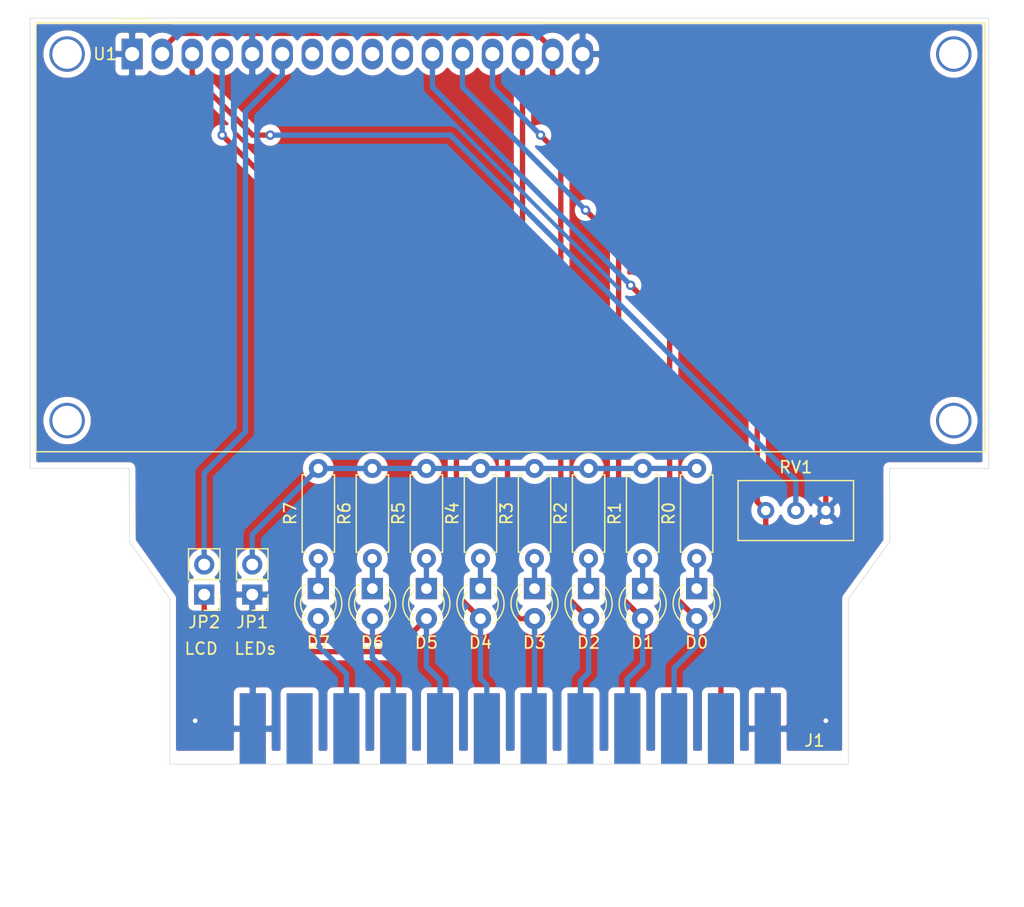
<source format=kicad_pcb>
(kicad_pcb (version 20171130) (host pcbnew "(5.1.5)-3")

  (general
    (thickness 1.6)
    (drawings 14)
    (tracks 116)
    (zones 0)
    (modules 21)
    (nets 37)
  )

  (page A4)
  (layers
    (0 F.Cu signal)
    (31 B.Cu signal)
    (32 B.Adhes user)
    (33 F.Adhes user)
    (34 B.Paste user)
    (35 F.Paste user)
    (36 B.SilkS user)
    (37 F.SilkS user)
    (38 B.Mask user)
    (39 F.Mask user)
    (40 Dwgs.User user)
    (41 Cmts.User user)
    (42 Eco1.User user)
    (43 Eco2.User user)
    (44 Edge.Cuts user)
    (45 Margin user)
    (46 B.CrtYd user)
    (47 F.CrtYd user)
    (48 B.Fab user)
    (49 F.Fab user)
  )

  (setup
    (last_trace_width 0.45)
    (trace_clearance 0.2)
    (zone_clearance 0.508)
    (zone_45_only no)
    (trace_min 0.2)
    (via_size 0.8)
    (via_drill 0.4)
    (via_min_size 0.4)
    (via_min_drill 0.3)
    (uvia_size 0.3)
    (uvia_drill 0.1)
    (uvias_allowed no)
    (uvia_min_size 0.2)
    (uvia_min_drill 0.1)
    (edge_width 0.05)
    (segment_width 0.2)
    (pcb_text_width 0.3)
    (pcb_text_size 1.5 1.5)
    (mod_edge_width 0.12)
    (mod_text_size 1 1)
    (mod_text_width 0.15)
    (pad_size 1.524 1.524)
    (pad_drill 0.762)
    (pad_to_mask_clearance 0.051)
    (solder_mask_min_width 0.25)
    (aux_axis_origin 168.9 150.8)
    (visible_elements 7FFFFFFF)
    (pcbplotparams
      (layerselection 0x3d0ff_ffffffff)
      (usegerberextensions true)
      (usegerberattributes false)
      (usegerberadvancedattributes false)
      (creategerberjobfile false)
      (excludeedgelayer true)
      (linewidth 0.100000)
      (plotframeref false)
      (viasonmask false)
      (mode 1)
      (useauxorigin false)
      (hpglpennumber 1)
      (hpglpenspeed 20)
      (hpglpendiameter 15.000000)
      (psnegative false)
      (psa4output false)
      (plotreference true)
      (plotvalue true)
      (plotinvisibletext false)
      (padsonsilk false)
      (subtractmaskfromsilk false)
      (outputformat 1)
      (mirror false)
      (drillshape 0)
      (scaleselection 1)
      (outputdirectory "gerber/"))
  )

  (net 0 "")
  (net 1 "Net-(D2-Pad2)")
  (net 2 GND)
  (net 3 VCC)
  (net 4 "Net-(J1-Pad3)")
  (net 5 "Net-(J1-Pad4)")
  (net 6 "Net-(J1-Pad5)")
  (net 7 "Net-(J1-Pad6)")
  (net 8 "Net-(J1-Pad7)")
  (net 9 "Net-(J1-Pad9)")
  (net 10 "Net-(J1-Pad10)")
  (net 11 "Net-(J1-Pad11)")
  (net 12 "Net-(J1-PadM)")
  (net 13 "Net-(J1-PadB)")
  (net 14 "Net-(D0-Pad2)")
  (net 15 "Net-(D0-Pad1)")
  (net 16 "Net-(D1-Pad2)")
  (net 17 "Net-(D1-Pad1)")
  (net 18 "Net-(D2-Pad1)")
  (net 19 "Net-(D3-Pad2)")
  (net 20 "Net-(D3-Pad1)")
  (net 21 "Net-(D4-Pad2)")
  (net 22 "Net-(D4-Pad1)")
  (net 23 "Net-(D5-Pad2)")
  (net 24 "Net-(D5-Pad1)")
  (net 25 "Net-(D6-Pad2)")
  (net 26 "Net-(D6-Pad1)")
  (net 27 "Net-(D7-Pad2)")
  (net 28 "Net-(D7-Pad1)")
  (net 29 "Net-(J1-Pad8)")
  (net 30 "Net-(JP1-Pad2)")
  (net 31 "Net-(JP2-Pad2)")
  (net 32 "Net-(RV1-Pad2)")
  (net 33 "Net-(U1-Pad10)")
  (net 34 "Net-(U1-Pad9)")
  (net 35 "Net-(U1-Pad8)")
  (net 36 "Net-(U1-Pad7)")

  (net_class Default "This is the default net class."
    (clearance 0.2)
    (trace_width 0.45)
    (via_dia 0.8)
    (via_drill 0.4)
    (uvia_dia 0.3)
    (uvia_drill 0.1)
    (add_net GND)
    (add_net "Net-(D0-Pad1)")
    (add_net "Net-(D0-Pad2)")
    (add_net "Net-(D1-Pad1)")
    (add_net "Net-(D1-Pad2)")
    (add_net "Net-(D2-Pad1)")
    (add_net "Net-(D2-Pad2)")
    (add_net "Net-(D3-Pad1)")
    (add_net "Net-(D3-Pad2)")
    (add_net "Net-(D4-Pad1)")
    (add_net "Net-(D4-Pad2)")
    (add_net "Net-(D5-Pad1)")
    (add_net "Net-(D5-Pad2)")
    (add_net "Net-(D6-Pad1)")
    (add_net "Net-(D6-Pad2)")
    (add_net "Net-(D7-Pad1)")
    (add_net "Net-(D7-Pad2)")
    (add_net "Net-(J1-Pad10)")
    (add_net "Net-(J1-Pad11)")
    (add_net "Net-(J1-Pad3)")
    (add_net "Net-(J1-Pad4)")
    (add_net "Net-(J1-Pad5)")
    (add_net "Net-(J1-Pad6)")
    (add_net "Net-(J1-Pad7)")
    (add_net "Net-(J1-Pad8)")
    (add_net "Net-(J1-Pad9)")
    (add_net "Net-(J1-PadB)")
    (add_net "Net-(J1-PadM)")
    (add_net "Net-(JP1-Pad2)")
    (add_net "Net-(JP2-Pad2)")
    (add_net "Net-(RV1-Pad2)")
    (add_net "Net-(U1-Pad10)")
    (add_net "Net-(U1-Pad7)")
    (add_net "Net-(U1-Pad8)")
    (add_net "Net-(U1-Pad9)")
    (add_net VCC)
  )

  (module LED_THT:LED_D3.0mm (layer F.Cu) (tedit 587A3A7B) (tstamp 5EB30915)
    (at 110.236 136.144 270)
    (descr "LED, diameter 3.0mm, 2 pins")
    (tags "LED diameter 3.0mm 2 pins")
    (path /5EB3F79E)
    (fp_text reference D6 (at 4.572 0 180) (layer F.SilkS)
      (effects (font (size 1 1) (thickness 0.15)))
    )
    (fp_text value LED (at 1.27 2.96 90) (layer F.Fab)
      (effects (font (size 1 1) (thickness 0.15)))
    )
    (fp_line (start 3.7 -2.25) (end -1.15 -2.25) (layer F.CrtYd) (width 0.05))
    (fp_line (start 3.7 2.25) (end 3.7 -2.25) (layer F.CrtYd) (width 0.05))
    (fp_line (start -1.15 2.25) (end 3.7 2.25) (layer F.CrtYd) (width 0.05))
    (fp_line (start -1.15 -2.25) (end -1.15 2.25) (layer F.CrtYd) (width 0.05))
    (fp_line (start -0.29 1.08) (end -0.29 1.236) (layer F.SilkS) (width 0.12))
    (fp_line (start -0.29 -1.236) (end -0.29 -1.08) (layer F.SilkS) (width 0.12))
    (fp_line (start -0.23 -1.16619) (end -0.23 1.16619) (layer F.Fab) (width 0.1))
    (fp_circle (center 1.27 0) (end 2.77 0) (layer F.Fab) (width 0.1))
    (fp_arc (start 1.27 0) (end 0.229039 1.08) (angle -87.9) (layer F.SilkS) (width 0.12))
    (fp_arc (start 1.27 0) (end 0.229039 -1.08) (angle 87.9) (layer F.SilkS) (width 0.12))
    (fp_arc (start 1.27 0) (end -0.29 1.235516) (angle -108.8) (layer F.SilkS) (width 0.12))
    (fp_arc (start 1.27 0) (end -0.29 -1.235516) (angle 108.8) (layer F.SilkS) (width 0.12))
    (fp_arc (start 1.27 0) (end -0.23 -1.16619) (angle 284.3) (layer F.Fab) (width 0.1))
    (pad 2 thru_hole circle (at 2.54 0 270) (size 1.8 1.8) (drill 0.9) (layers *.Cu *.Mask)
      (net 25 "Net-(D6-Pad2)"))
    (pad 1 thru_hole rect (at 0 0 270) (size 1.8 1.8) (drill 0.9) (layers *.Cu *.Mask)
      (net 26 "Net-(D6-Pad1)"))
    (model ${KISYS3DMOD}/LED_THT.3dshapes/LED_D3.0mm.wrl
      (at (xyz 0 0 0))
      (scale (xyz 1 1 1))
      (rotate (xyz 0 0 0))
    )
  )

  (module Resistor_THT:R_Axial_DIN0207_L6.3mm_D2.5mm_P7.62mm_Horizontal (layer F.Cu) (tedit 5AE5139B) (tstamp 5EB334C3)
    (at 105.664 133.604 90)
    (descr "Resistor, Axial_DIN0207 series, Axial, Horizontal, pin pitch=7.62mm, 0.25W = 1/4W, length*diameter=6.3*2.5mm^2, http://cdn-reichelt.de/documents/datenblatt/B400/1_4W%23YAG.pdf")
    (tags "Resistor Axial_DIN0207 series Axial Horizontal pin pitch 7.62mm 0.25W = 1/4W length 6.3mm diameter 2.5mm")
    (path /5EB40056)
    (fp_text reference R7 (at 3.81 -2.37 90) (layer F.SilkS)
      (effects (font (size 1 1) (thickness 0.15)))
    )
    (fp_text value 330 (at 3.81 2.37 90) (layer F.Fab)
      (effects (font (size 1 1) (thickness 0.15)))
    )
    (fp_text user %R (at 3.81 0 90) (layer F.Fab)
      (effects (font (size 1 1) (thickness 0.15)))
    )
    (fp_line (start 8.67 -1.5) (end -1.05 -1.5) (layer F.CrtYd) (width 0.05))
    (fp_line (start 8.67 1.5) (end 8.67 -1.5) (layer F.CrtYd) (width 0.05))
    (fp_line (start -1.05 1.5) (end 8.67 1.5) (layer F.CrtYd) (width 0.05))
    (fp_line (start -1.05 -1.5) (end -1.05 1.5) (layer F.CrtYd) (width 0.05))
    (fp_line (start 7.08 1.37) (end 7.08 1.04) (layer F.SilkS) (width 0.12))
    (fp_line (start 0.54 1.37) (end 7.08 1.37) (layer F.SilkS) (width 0.12))
    (fp_line (start 0.54 1.04) (end 0.54 1.37) (layer F.SilkS) (width 0.12))
    (fp_line (start 7.08 -1.37) (end 7.08 -1.04) (layer F.SilkS) (width 0.12))
    (fp_line (start 0.54 -1.37) (end 7.08 -1.37) (layer F.SilkS) (width 0.12))
    (fp_line (start 0.54 -1.04) (end 0.54 -1.37) (layer F.SilkS) (width 0.12))
    (fp_line (start 7.62 0) (end 6.96 0) (layer F.Fab) (width 0.1))
    (fp_line (start 0 0) (end 0.66 0) (layer F.Fab) (width 0.1))
    (fp_line (start 6.96 -1.25) (end 0.66 -1.25) (layer F.Fab) (width 0.1))
    (fp_line (start 6.96 1.25) (end 6.96 -1.25) (layer F.Fab) (width 0.1))
    (fp_line (start 0.66 1.25) (end 6.96 1.25) (layer F.Fab) (width 0.1))
    (fp_line (start 0.66 -1.25) (end 0.66 1.25) (layer F.Fab) (width 0.1))
    (pad 2 thru_hole oval (at 7.62 0 90) (size 1.6 1.6) (drill 0.8) (layers *.Cu *.Mask)
      (net 30 "Net-(JP1-Pad2)"))
    (pad 1 thru_hole circle (at 0 0 90) (size 1.6 1.6) (drill 0.8) (layers *.Cu *.Mask)
      (net 28 "Net-(D7-Pad1)"))
    (model ${KISYS3DMOD}/Resistor_THT.3dshapes/R_Axial_DIN0207_L6.3mm_D2.5mm_P7.62mm_Horizontal.wrl
      (at (xyz 0 0 0))
      (scale (xyz 1 1 1))
      (rotate (xyz 0 0 0))
    )
  )

  (module Resistor_THT:R_Axial_DIN0207_L6.3mm_D2.5mm_P7.62mm_Horizontal (layer F.Cu) (tedit 5AE5139B) (tstamp 5EB334AC)
    (at 110.236 133.604 90)
    (descr "Resistor, Axial_DIN0207 series, Axial, Horizontal, pin pitch=7.62mm, 0.25W = 1/4W, length*diameter=6.3*2.5mm^2, http://cdn-reichelt.de/documents/datenblatt/B400/1_4W%23YAG.pdf")
    (tags "Resistor Axial_DIN0207 series Axial Horizontal pin pitch 7.62mm 0.25W = 1/4W length 6.3mm diameter 2.5mm")
    (path /5EB407AF)
    (fp_text reference R6 (at 3.81 -2.37 90) (layer F.SilkS)
      (effects (font (size 1 1) (thickness 0.15)))
    )
    (fp_text value R (at 3.81 2.37 90) (layer F.Fab)
      (effects (font (size 1 1) (thickness 0.15)))
    )
    (fp_text user %R (at 3.81 0 90) (layer F.Fab)
      (effects (font (size 1 1) (thickness 0.15)))
    )
    (fp_line (start 8.67 -1.5) (end -1.05 -1.5) (layer F.CrtYd) (width 0.05))
    (fp_line (start 8.67 1.5) (end 8.67 -1.5) (layer F.CrtYd) (width 0.05))
    (fp_line (start -1.05 1.5) (end 8.67 1.5) (layer F.CrtYd) (width 0.05))
    (fp_line (start -1.05 -1.5) (end -1.05 1.5) (layer F.CrtYd) (width 0.05))
    (fp_line (start 7.08 1.37) (end 7.08 1.04) (layer F.SilkS) (width 0.12))
    (fp_line (start 0.54 1.37) (end 7.08 1.37) (layer F.SilkS) (width 0.12))
    (fp_line (start 0.54 1.04) (end 0.54 1.37) (layer F.SilkS) (width 0.12))
    (fp_line (start 7.08 -1.37) (end 7.08 -1.04) (layer F.SilkS) (width 0.12))
    (fp_line (start 0.54 -1.37) (end 7.08 -1.37) (layer F.SilkS) (width 0.12))
    (fp_line (start 0.54 -1.04) (end 0.54 -1.37) (layer F.SilkS) (width 0.12))
    (fp_line (start 7.62 0) (end 6.96 0) (layer F.Fab) (width 0.1))
    (fp_line (start 0 0) (end 0.66 0) (layer F.Fab) (width 0.1))
    (fp_line (start 6.96 -1.25) (end 0.66 -1.25) (layer F.Fab) (width 0.1))
    (fp_line (start 6.96 1.25) (end 6.96 -1.25) (layer F.Fab) (width 0.1))
    (fp_line (start 0.66 1.25) (end 6.96 1.25) (layer F.Fab) (width 0.1))
    (fp_line (start 0.66 -1.25) (end 0.66 1.25) (layer F.Fab) (width 0.1))
    (pad 2 thru_hole oval (at 7.62 0 90) (size 1.6 1.6) (drill 0.8) (layers *.Cu *.Mask)
      (net 30 "Net-(JP1-Pad2)"))
    (pad 1 thru_hole circle (at 0 0 90) (size 1.6 1.6) (drill 0.8) (layers *.Cu *.Mask)
      (net 26 "Net-(D6-Pad1)"))
    (model ${KISYS3DMOD}/Resistor_THT.3dshapes/R_Axial_DIN0207_L6.3mm_D2.5mm_P7.62mm_Horizontal.wrl
      (at (xyz 0 0 0))
      (scale (xyz 1 1 1))
      (rotate (xyz 0 0 0))
    )
  )

  (module Resistor_THT:R_Axial_DIN0207_L6.3mm_D2.5mm_P7.62mm_Horizontal (layer F.Cu) (tedit 5AE5139B) (tstamp 5EB33495)
    (at 114.808 133.604 90)
    (descr "Resistor, Axial_DIN0207 series, Axial, Horizontal, pin pitch=7.62mm, 0.25W = 1/4W, length*diameter=6.3*2.5mm^2, http://cdn-reichelt.de/documents/datenblatt/B400/1_4W%23YAG.pdf")
    (tags "Resistor Axial_DIN0207 series Axial Horizontal pin pitch 7.62mm 0.25W = 1/4W length 6.3mm diameter 2.5mm")
    (path /5EB40956)
    (fp_text reference R5 (at 3.81 -2.37 90) (layer F.SilkS)
      (effects (font (size 1 1) (thickness 0.15)))
    )
    (fp_text value R (at 3.81 2.37 90) (layer F.Fab)
      (effects (font (size 1 1) (thickness 0.15)))
    )
    (fp_text user %R (at 3.81 0 90) (layer F.Fab)
      (effects (font (size 1 1) (thickness 0.15)))
    )
    (fp_line (start 8.67 -1.5) (end -1.05 -1.5) (layer F.CrtYd) (width 0.05))
    (fp_line (start 8.67 1.5) (end 8.67 -1.5) (layer F.CrtYd) (width 0.05))
    (fp_line (start -1.05 1.5) (end 8.67 1.5) (layer F.CrtYd) (width 0.05))
    (fp_line (start -1.05 -1.5) (end -1.05 1.5) (layer F.CrtYd) (width 0.05))
    (fp_line (start 7.08 1.37) (end 7.08 1.04) (layer F.SilkS) (width 0.12))
    (fp_line (start 0.54 1.37) (end 7.08 1.37) (layer F.SilkS) (width 0.12))
    (fp_line (start 0.54 1.04) (end 0.54 1.37) (layer F.SilkS) (width 0.12))
    (fp_line (start 7.08 -1.37) (end 7.08 -1.04) (layer F.SilkS) (width 0.12))
    (fp_line (start 0.54 -1.37) (end 7.08 -1.37) (layer F.SilkS) (width 0.12))
    (fp_line (start 0.54 -1.04) (end 0.54 -1.37) (layer F.SilkS) (width 0.12))
    (fp_line (start 7.62 0) (end 6.96 0) (layer F.Fab) (width 0.1))
    (fp_line (start 0 0) (end 0.66 0) (layer F.Fab) (width 0.1))
    (fp_line (start 6.96 -1.25) (end 0.66 -1.25) (layer F.Fab) (width 0.1))
    (fp_line (start 6.96 1.25) (end 6.96 -1.25) (layer F.Fab) (width 0.1))
    (fp_line (start 0.66 1.25) (end 6.96 1.25) (layer F.Fab) (width 0.1))
    (fp_line (start 0.66 -1.25) (end 0.66 1.25) (layer F.Fab) (width 0.1))
    (pad 2 thru_hole oval (at 7.62 0 90) (size 1.6 1.6) (drill 0.8) (layers *.Cu *.Mask)
      (net 30 "Net-(JP1-Pad2)"))
    (pad 1 thru_hole circle (at 0 0 90) (size 1.6 1.6) (drill 0.8) (layers *.Cu *.Mask)
      (net 24 "Net-(D5-Pad1)"))
    (model ${KISYS3DMOD}/Resistor_THT.3dshapes/R_Axial_DIN0207_L6.3mm_D2.5mm_P7.62mm_Horizontal.wrl
      (at (xyz 0 0 0))
      (scale (xyz 1 1 1))
      (rotate (xyz 0 0 0))
    )
  )

  (module Resistor_THT:R_Axial_DIN0207_L6.3mm_D2.5mm_P7.62mm_Horizontal (layer F.Cu) (tedit 5AE5139B) (tstamp 5EB3347E)
    (at 119.38 133.604 90)
    (descr "Resistor, Axial_DIN0207 series, Axial, Horizontal, pin pitch=7.62mm, 0.25W = 1/4W, length*diameter=6.3*2.5mm^2, http://cdn-reichelt.de/documents/datenblatt/B400/1_4W%23YAG.pdf")
    (tags "Resistor Axial_DIN0207 series Axial Horizontal pin pitch 7.62mm 0.25W = 1/4W length 6.3mm diameter 2.5mm")
    (path /5EB40B73)
    (fp_text reference R4 (at 3.81 -2.37 90) (layer F.SilkS)
      (effects (font (size 1 1) (thickness 0.15)))
    )
    (fp_text value R (at 3.81 2.37 90) (layer F.Fab)
      (effects (font (size 1 1) (thickness 0.15)))
    )
    (fp_text user %R (at 3.81 0 90) (layer F.Fab)
      (effects (font (size 1 1) (thickness 0.15)))
    )
    (fp_line (start 8.67 -1.5) (end -1.05 -1.5) (layer F.CrtYd) (width 0.05))
    (fp_line (start 8.67 1.5) (end 8.67 -1.5) (layer F.CrtYd) (width 0.05))
    (fp_line (start -1.05 1.5) (end 8.67 1.5) (layer F.CrtYd) (width 0.05))
    (fp_line (start -1.05 -1.5) (end -1.05 1.5) (layer F.CrtYd) (width 0.05))
    (fp_line (start 7.08 1.37) (end 7.08 1.04) (layer F.SilkS) (width 0.12))
    (fp_line (start 0.54 1.37) (end 7.08 1.37) (layer F.SilkS) (width 0.12))
    (fp_line (start 0.54 1.04) (end 0.54 1.37) (layer F.SilkS) (width 0.12))
    (fp_line (start 7.08 -1.37) (end 7.08 -1.04) (layer F.SilkS) (width 0.12))
    (fp_line (start 0.54 -1.37) (end 7.08 -1.37) (layer F.SilkS) (width 0.12))
    (fp_line (start 0.54 -1.04) (end 0.54 -1.37) (layer F.SilkS) (width 0.12))
    (fp_line (start 7.62 0) (end 6.96 0) (layer F.Fab) (width 0.1))
    (fp_line (start 0 0) (end 0.66 0) (layer F.Fab) (width 0.1))
    (fp_line (start 6.96 -1.25) (end 0.66 -1.25) (layer F.Fab) (width 0.1))
    (fp_line (start 6.96 1.25) (end 6.96 -1.25) (layer F.Fab) (width 0.1))
    (fp_line (start 0.66 1.25) (end 6.96 1.25) (layer F.Fab) (width 0.1))
    (fp_line (start 0.66 -1.25) (end 0.66 1.25) (layer F.Fab) (width 0.1))
    (pad 2 thru_hole oval (at 7.62 0 90) (size 1.6 1.6) (drill 0.8) (layers *.Cu *.Mask)
      (net 30 "Net-(JP1-Pad2)"))
    (pad 1 thru_hole circle (at 0 0 90) (size 1.6 1.6) (drill 0.8) (layers *.Cu *.Mask)
      (net 22 "Net-(D4-Pad1)"))
    (model ${KISYS3DMOD}/Resistor_THT.3dshapes/R_Axial_DIN0207_L6.3mm_D2.5mm_P7.62mm_Horizontal.wrl
      (at (xyz 0 0 0))
      (scale (xyz 1 1 1))
      (rotate (xyz 0 0 0))
    )
  )

  (module Resistor_THT:R_Axial_DIN0207_L6.3mm_D2.5mm_P7.62mm_Horizontal (layer F.Cu) (tedit 5AE5139B) (tstamp 5EB33467)
    (at 123.952 133.604 90)
    (descr "Resistor, Axial_DIN0207 series, Axial, Horizontal, pin pitch=7.62mm, 0.25W = 1/4W, length*diameter=6.3*2.5mm^2, http://cdn-reichelt.de/documents/datenblatt/B400/1_4W%23YAG.pdf")
    (tags "Resistor Axial_DIN0207 series Axial Horizontal pin pitch 7.62mm 0.25W = 1/4W length 6.3mm diameter 2.5mm")
    (path /5EB40D29)
    (fp_text reference R3 (at 3.81 -2.37 90) (layer F.SilkS)
      (effects (font (size 1 1) (thickness 0.15)))
    )
    (fp_text value R (at 3.81 2.37 90) (layer F.Fab)
      (effects (font (size 1 1) (thickness 0.15)))
    )
    (fp_text user %R (at 3.81 0 90) (layer F.Fab)
      (effects (font (size 1 1) (thickness 0.15)))
    )
    (fp_line (start 8.67 -1.5) (end -1.05 -1.5) (layer F.CrtYd) (width 0.05))
    (fp_line (start 8.67 1.5) (end 8.67 -1.5) (layer F.CrtYd) (width 0.05))
    (fp_line (start -1.05 1.5) (end 8.67 1.5) (layer F.CrtYd) (width 0.05))
    (fp_line (start -1.05 -1.5) (end -1.05 1.5) (layer F.CrtYd) (width 0.05))
    (fp_line (start 7.08 1.37) (end 7.08 1.04) (layer F.SilkS) (width 0.12))
    (fp_line (start 0.54 1.37) (end 7.08 1.37) (layer F.SilkS) (width 0.12))
    (fp_line (start 0.54 1.04) (end 0.54 1.37) (layer F.SilkS) (width 0.12))
    (fp_line (start 7.08 -1.37) (end 7.08 -1.04) (layer F.SilkS) (width 0.12))
    (fp_line (start 0.54 -1.37) (end 7.08 -1.37) (layer F.SilkS) (width 0.12))
    (fp_line (start 0.54 -1.04) (end 0.54 -1.37) (layer F.SilkS) (width 0.12))
    (fp_line (start 7.62 0) (end 6.96 0) (layer F.Fab) (width 0.1))
    (fp_line (start 0 0) (end 0.66 0) (layer F.Fab) (width 0.1))
    (fp_line (start 6.96 -1.25) (end 0.66 -1.25) (layer F.Fab) (width 0.1))
    (fp_line (start 6.96 1.25) (end 6.96 -1.25) (layer F.Fab) (width 0.1))
    (fp_line (start 0.66 1.25) (end 6.96 1.25) (layer F.Fab) (width 0.1))
    (fp_line (start 0.66 -1.25) (end 0.66 1.25) (layer F.Fab) (width 0.1))
    (pad 2 thru_hole oval (at 7.62 0 90) (size 1.6 1.6) (drill 0.8) (layers *.Cu *.Mask)
      (net 30 "Net-(JP1-Pad2)"))
    (pad 1 thru_hole circle (at 0 0 90) (size 1.6 1.6) (drill 0.8) (layers *.Cu *.Mask)
      (net 20 "Net-(D3-Pad1)"))
    (model ${KISYS3DMOD}/Resistor_THT.3dshapes/R_Axial_DIN0207_L6.3mm_D2.5mm_P7.62mm_Horizontal.wrl
      (at (xyz 0 0 0))
      (scale (xyz 1 1 1))
      (rotate (xyz 0 0 0))
    )
  )

  (module Resistor_THT:R_Axial_DIN0207_L6.3mm_D2.5mm_P7.62mm_Horizontal (layer F.Cu) (tedit 5AE5139B) (tstamp 5EB33450)
    (at 128.524 133.604 90)
    (descr "Resistor, Axial_DIN0207 series, Axial, Horizontal, pin pitch=7.62mm, 0.25W = 1/4W, length*diameter=6.3*2.5mm^2, http://cdn-reichelt.de/documents/datenblatt/B400/1_4W%23YAG.pdf")
    (tags "Resistor Axial_DIN0207 series Axial Horizontal pin pitch 7.62mm 0.25W = 1/4W length 6.3mm diameter 2.5mm")
    (path /5EB40F77)
    (fp_text reference R2 (at 3.81 -2.37 90) (layer F.SilkS)
      (effects (font (size 1 1) (thickness 0.15)))
    )
    (fp_text value R (at 3.81 2.37 90) (layer F.Fab)
      (effects (font (size 1 1) (thickness 0.15)))
    )
    (fp_text user %R (at 3.81 0 90) (layer F.Fab)
      (effects (font (size 1 1) (thickness 0.15)))
    )
    (fp_line (start 8.67 -1.5) (end -1.05 -1.5) (layer F.CrtYd) (width 0.05))
    (fp_line (start 8.67 1.5) (end 8.67 -1.5) (layer F.CrtYd) (width 0.05))
    (fp_line (start -1.05 1.5) (end 8.67 1.5) (layer F.CrtYd) (width 0.05))
    (fp_line (start -1.05 -1.5) (end -1.05 1.5) (layer F.CrtYd) (width 0.05))
    (fp_line (start 7.08 1.37) (end 7.08 1.04) (layer F.SilkS) (width 0.12))
    (fp_line (start 0.54 1.37) (end 7.08 1.37) (layer F.SilkS) (width 0.12))
    (fp_line (start 0.54 1.04) (end 0.54 1.37) (layer F.SilkS) (width 0.12))
    (fp_line (start 7.08 -1.37) (end 7.08 -1.04) (layer F.SilkS) (width 0.12))
    (fp_line (start 0.54 -1.37) (end 7.08 -1.37) (layer F.SilkS) (width 0.12))
    (fp_line (start 0.54 -1.04) (end 0.54 -1.37) (layer F.SilkS) (width 0.12))
    (fp_line (start 7.62 0) (end 6.96 0) (layer F.Fab) (width 0.1))
    (fp_line (start 0 0) (end 0.66 0) (layer F.Fab) (width 0.1))
    (fp_line (start 6.96 -1.25) (end 0.66 -1.25) (layer F.Fab) (width 0.1))
    (fp_line (start 6.96 1.25) (end 6.96 -1.25) (layer F.Fab) (width 0.1))
    (fp_line (start 0.66 1.25) (end 6.96 1.25) (layer F.Fab) (width 0.1))
    (fp_line (start 0.66 -1.25) (end 0.66 1.25) (layer F.Fab) (width 0.1))
    (pad 2 thru_hole oval (at 7.62 0 90) (size 1.6 1.6) (drill 0.8) (layers *.Cu *.Mask)
      (net 30 "Net-(JP1-Pad2)"))
    (pad 1 thru_hole circle (at 0 0 90) (size 1.6 1.6) (drill 0.8) (layers *.Cu *.Mask)
      (net 18 "Net-(D2-Pad1)"))
    (model ${KISYS3DMOD}/Resistor_THT.3dshapes/R_Axial_DIN0207_L6.3mm_D2.5mm_P7.62mm_Horizontal.wrl
      (at (xyz 0 0 0))
      (scale (xyz 1 1 1))
      (rotate (xyz 0 0 0))
    )
  )

  (module Resistor_THT:R_Axial_DIN0207_L6.3mm_D2.5mm_P7.62mm_Horizontal (layer F.Cu) (tedit 5AE5139B) (tstamp 5EB33439)
    (at 133.096 133.604 90)
    (descr "Resistor, Axial_DIN0207 series, Axial, Horizontal, pin pitch=7.62mm, 0.25W = 1/4W, length*diameter=6.3*2.5mm^2, http://cdn-reichelt.de/documents/datenblatt/B400/1_4W%23YAG.pdf")
    (tags "Resistor Axial_DIN0207 series Axial Horizontal pin pitch 7.62mm 0.25W = 1/4W length 6.3mm diameter 2.5mm")
    (path /5EB4128E)
    (fp_text reference R1 (at 3.81 -2.37 90) (layer F.SilkS)
      (effects (font (size 1 1) (thickness 0.15)))
    )
    (fp_text value R (at 3.81 2.37 90) (layer F.Fab)
      (effects (font (size 1 1) (thickness 0.15)))
    )
    (fp_text user %R (at 3.81 0 90) (layer F.Fab)
      (effects (font (size 1 1) (thickness 0.15)))
    )
    (fp_line (start 8.67 -1.5) (end -1.05 -1.5) (layer F.CrtYd) (width 0.05))
    (fp_line (start 8.67 1.5) (end 8.67 -1.5) (layer F.CrtYd) (width 0.05))
    (fp_line (start -1.05 1.5) (end 8.67 1.5) (layer F.CrtYd) (width 0.05))
    (fp_line (start -1.05 -1.5) (end -1.05 1.5) (layer F.CrtYd) (width 0.05))
    (fp_line (start 7.08 1.37) (end 7.08 1.04) (layer F.SilkS) (width 0.12))
    (fp_line (start 0.54 1.37) (end 7.08 1.37) (layer F.SilkS) (width 0.12))
    (fp_line (start 0.54 1.04) (end 0.54 1.37) (layer F.SilkS) (width 0.12))
    (fp_line (start 7.08 -1.37) (end 7.08 -1.04) (layer F.SilkS) (width 0.12))
    (fp_line (start 0.54 -1.37) (end 7.08 -1.37) (layer F.SilkS) (width 0.12))
    (fp_line (start 0.54 -1.04) (end 0.54 -1.37) (layer F.SilkS) (width 0.12))
    (fp_line (start 7.62 0) (end 6.96 0) (layer F.Fab) (width 0.1))
    (fp_line (start 0 0) (end 0.66 0) (layer F.Fab) (width 0.1))
    (fp_line (start 6.96 -1.25) (end 0.66 -1.25) (layer F.Fab) (width 0.1))
    (fp_line (start 6.96 1.25) (end 6.96 -1.25) (layer F.Fab) (width 0.1))
    (fp_line (start 0.66 1.25) (end 6.96 1.25) (layer F.Fab) (width 0.1))
    (fp_line (start 0.66 -1.25) (end 0.66 1.25) (layer F.Fab) (width 0.1))
    (pad 2 thru_hole oval (at 7.62 0 90) (size 1.6 1.6) (drill 0.8) (layers *.Cu *.Mask)
      (net 30 "Net-(JP1-Pad2)"))
    (pad 1 thru_hole circle (at 0 0 90) (size 1.6 1.6) (drill 0.8) (layers *.Cu *.Mask)
      (net 17 "Net-(D1-Pad1)"))
    (model ${KISYS3DMOD}/Resistor_THT.3dshapes/R_Axial_DIN0207_L6.3mm_D2.5mm_P7.62mm_Horizontal.wrl
      (at (xyz 0 0 0))
      (scale (xyz 1 1 1))
      (rotate (xyz 0 0 0))
    )
  )

  (module Resistor_THT:R_Axial_DIN0207_L6.3mm_D2.5mm_P7.62mm_Horizontal (layer F.Cu) (tedit 5AE5139B) (tstamp 5EB33422)
    (at 137.668 133.604 90)
    (descr "Resistor, Axial_DIN0207 series, Axial, Horizontal, pin pitch=7.62mm, 0.25W = 1/4W, length*diameter=6.3*2.5mm^2, http://cdn-reichelt.de/documents/datenblatt/B400/1_4W%23YAG.pdf")
    (tags "Resistor Axial_DIN0207 series Axial Horizontal pin pitch 7.62mm 0.25W = 1/4W length 6.3mm diameter 2.5mm")
    (path /5EB41553)
    (fp_text reference R0 (at 3.81 -2.37 90) (layer F.SilkS)
      (effects (font (size 1 1) (thickness 0.15)))
    )
    (fp_text value R (at 3.81 2.37 90) (layer F.Fab)
      (effects (font (size 1 1) (thickness 0.15)))
    )
    (fp_text user %R (at 3.81 0 90) (layer F.Fab)
      (effects (font (size 1 1) (thickness 0.15)))
    )
    (fp_line (start 8.67 -1.5) (end -1.05 -1.5) (layer F.CrtYd) (width 0.05))
    (fp_line (start 8.67 1.5) (end 8.67 -1.5) (layer F.CrtYd) (width 0.05))
    (fp_line (start -1.05 1.5) (end 8.67 1.5) (layer F.CrtYd) (width 0.05))
    (fp_line (start -1.05 -1.5) (end -1.05 1.5) (layer F.CrtYd) (width 0.05))
    (fp_line (start 7.08 1.37) (end 7.08 1.04) (layer F.SilkS) (width 0.12))
    (fp_line (start 0.54 1.37) (end 7.08 1.37) (layer F.SilkS) (width 0.12))
    (fp_line (start 0.54 1.04) (end 0.54 1.37) (layer F.SilkS) (width 0.12))
    (fp_line (start 7.08 -1.37) (end 7.08 -1.04) (layer F.SilkS) (width 0.12))
    (fp_line (start 0.54 -1.37) (end 7.08 -1.37) (layer F.SilkS) (width 0.12))
    (fp_line (start 0.54 -1.04) (end 0.54 -1.37) (layer F.SilkS) (width 0.12))
    (fp_line (start 7.62 0) (end 6.96 0) (layer F.Fab) (width 0.1))
    (fp_line (start 0 0) (end 0.66 0) (layer F.Fab) (width 0.1))
    (fp_line (start 6.96 -1.25) (end 0.66 -1.25) (layer F.Fab) (width 0.1))
    (fp_line (start 6.96 1.25) (end 6.96 -1.25) (layer F.Fab) (width 0.1))
    (fp_line (start 0.66 1.25) (end 6.96 1.25) (layer F.Fab) (width 0.1))
    (fp_line (start 0.66 -1.25) (end 0.66 1.25) (layer F.Fab) (width 0.1))
    (pad 2 thru_hole oval (at 7.62 0 90) (size 1.6 1.6) (drill 0.8) (layers *.Cu *.Mask)
      (net 30 "Net-(JP1-Pad2)"))
    (pad 1 thru_hole circle (at 0 0 90) (size 1.6 1.6) (drill 0.8) (layers *.Cu *.Mask)
      (net 15 "Net-(D0-Pad1)"))
    (model ${KISYS3DMOD}/Resistor_THT.3dshapes/R_Axial_DIN0207_L6.3mm_D2.5mm_P7.62mm_Horizontal.wrl
      (at (xyz 0 0 0))
      (scale (xyz 1 1 1))
      (rotate (xyz 0 0 0))
    )
  )

  (module Potentiometer_THT:Potentiometer_Bourns_3296W_Vertical (layer F.Cu) (tedit 5A3D4994) (tstamp 5EB329A3)
    (at 148.59 129.54)
    (descr "Potentiometer, vertical, Bourns 3296W, https://www.bourns.com/pdfs/3296.pdf")
    (tags "Potentiometer vertical Bourns 3296W")
    (path /5EB5F1DA)
    (fp_text reference RV1 (at -2.54 -3.66) (layer F.SilkS)
      (effects (font (size 1 1) (thickness 0.15)))
    )
    (fp_text value 10K (at -2.54 3.67) (layer F.Fab)
      (effects (font (size 1 1) (thickness 0.15)))
    )
    (fp_text user %R (at -3.175 0.005) (layer F.Fab)
      (effects (font (size 1 1) (thickness 0.15)))
    )
    (fp_line (start 2.5 -2.7) (end -7.6 -2.7) (layer F.CrtYd) (width 0.05))
    (fp_line (start 2.5 2.7) (end 2.5 -2.7) (layer F.CrtYd) (width 0.05))
    (fp_line (start -7.6 2.7) (end 2.5 2.7) (layer F.CrtYd) (width 0.05))
    (fp_line (start -7.6 -2.7) (end -7.6 2.7) (layer F.CrtYd) (width 0.05))
    (fp_line (start 2.345 -2.53) (end 2.345 2.54) (layer F.SilkS) (width 0.12))
    (fp_line (start -7.425 -2.53) (end -7.425 2.54) (layer F.SilkS) (width 0.12))
    (fp_line (start -7.425 2.54) (end 2.345 2.54) (layer F.SilkS) (width 0.12))
    (fp_line (start -7.425 -2.53) (end 2.345 -2.53) (layer F.SilkS) (width 0.12))
    (fp_line (start 0.955 2.235) (end 0.956 0.066) (layer F.Fab) (width 0.1))
    (fp_line (start 0.955 2.235) (end 0.956 0.066) (layer F.Fab) (width 0.1))
    (fp_line (start 2.225 -2.41) (end -7.305 -2.41) (layer F.Fab) (width 0.1))
    (fp_line (start 2.225 2.42) (end 2.225 -2.41) (layer F.Fab) (width 0.1))
    (fp_line (start -7.305 2.42) (end 2.225 2.42) (layer F.Fab) (width 0.1))
    (fp_line (start -7.305 -2.41) (end -7.305 2.42) (layer F.Fab) (width 0.1))
    (fp_circle (center 0.955 1.15) (end 2.05 1.15) (layer F.Fab) (width 0.1))
    (pad 3 thru_hole circle (at -5.08 0) (size 1.44 1.44) (drill 0.8) (layers *.Cu *.Mask)
      (net 3 VCC))
    (pad 2 thru_hole circle (at -2.54 0) (size 1.44 1.44) (drill 0.8) (layers *.Cu *.Mask)
      (net 32 "Net-(RV1-Pad2)"))
    (pad 1 thru_hole circle (at 0 0) (size 1.44 1.44) (drill 0.8) (layers *.Cu *.Mask)
      (net 2 GND))
    (model ${KISYS3DMOD}/Potentiometer_THT.3dshapes/Potentiometer_Bourns_3296W_Vertical.wrl
      (at (xyz 0 0 0))
      (scale (xyz 1 1 1))
      (rotate (xyz 0 0 0))
    )
  )

  (module lcd1602a:WC1602A (layer F.Cu) (tedit 5E692377) (tstamp 5EB3256E)
    (at 89.916 90.932)
    (descr "LCD 16x2 http://www.wincomlcd.com/pdf/WC1602A-SFYLYHTC06.pdf")
    (tags "LCD 16x2 Alphanumeric 16pin")
    (path /5EB3BCD3)
    (fp_text reference U1 (at -2.286 0) (layer F.SilkS)
      (effects (font (size 1 1) (thickness 0.15)))
    )
    (fp_text value 16x2_LCD (at -0.635 31.115) (layer F.Fab)
      (effects (font (size 1 1) (thickness 0.15)))
    )
    (fp_line (start -8 33.5) (end -8 -2.5) (layer F.Fab) (width 0.1))
    (fp_line (start 72 33.5) (end -8 33.5) (layer F.Fab) (width 0.1))
    (fp_line (start 72 -2.5) (end 72 33.5) (layer F.Fab) (width 0.1))
    (fp_line (start 1 -2.5) (end 72 -2.5) (layer F.Fab) (width 0.1))
    (fp_line (start -5 28) (end -5 3) (layer Dwgs.User) (width 0.12))
    (fp_line (start 68 28) (end -5 28) (layer Dwgs.User) (width 0.12))
    (fp_line (start 68 3) (end 68 28) (layer Dwgs.User) (width 0.12))
    (fp_line (start -5 3) (end 68 3) (layer Dwgs.User) (width 0.12))
    (fp_arc (start 0.20066 8.49884) (end -0.29972 8.49884) (angle 90) (layer Dwgs.User) (width 0.12))
    (fp_arc (start 0.20066 22.49932) (end 0.20066 22.9997) (angle 90) (layer Dwgs.User) (width 0.12))
    (fp_arc (start 63.70066 22.49932) (end 64.20104 22.49932) (angle 90) (layer Dwgs.User) (width 0.12))
    (fp_arc (start 63.7 8.5) (end 63.7 8) (angle 90) (layer Dwgs.User) (width 0.12))
    (fp_line (start 64.2 8.5) (end 64.2 22.5) (layer Dwgs.User) (width 0.12))
    (fp_line (start 63.70066 23) (end 0.2 23) (layer Dwgs.User) (width 0.12))
    (fp_line (start -0.29972 22.49932) (end -0.29972 8.5) (layer Dwgs.User) (width 0.12))
    (fp_line (start 0.2 8) (end 63.7 8) (layer Dwgs.User) (width 0.12))
    (fp_text user %R (at -2.54 0) (layer F.Fab)
      (effects (font (size 1 1) (thickness 0.1)))
    )
    (fp_line (start -1 -2.5) (end -8 -2.5) (layer F.Fab) (width 0.1))
    (fp_line (start 0 -1.5) (end -1 -2.5) (layer F.Fab) (width 0.1))
    (fp_line (start 1 -2.5) (end 0 -1.5) (layer F.Fab) (width 0.1))
    (fp_line (start -8.25 -2.75) (end 72.25 -2.75) (layer F.CrtYd) (width 0.05))
    (fp_line (start -1.5 -3) (end 1.5 -3) (layer F.SilkS) (width 0.12))
    (fp_line (start 72.25 -2.75) (end 72.25 33.75) (layer F.CrtYd) (width 0.05))
    (fp_line (start -8.25 33.75) (end 72.25 33.75) (layer F.CrtYd) (width 0.05))
    (fp_line (start -8.25 -2.75) (end -8.25 33.75) (layer F.CrtYd) (width 0.05))
    (fp_line (start -8.13 -2.64) (end -7.34 -2.64) (layer F.SilkS) (width 0.12))
    (fp_line (start -8.14 -2.64) (end -8.14 33.64) (layer F.SilkS) (width 0.12))
    (fp_line (start 72.14 -2.64) (end -7.34 -2.64) (layer F.SilkS) (width 0.12))
    (fp_line (start 72.14 33.64) (end 72.14 -2.64) (layer F.SilkS) (width 0.12))
    (fp_line (start -8.14 33.64) (end 72.14 33.64) (layer F.SilkS) (width 0.12))
    (pad "" thru_hole circle (at 69.5 0) (size 3 3) (drill 2.5) (layers *.Cu *.Mask))
    (pad "" thru_hole circle (at 69.49948 31.0007) (size 3 3) (drill 2.5) (layers *.Cu *.Mask))
    (pad "" thru_hole circle (at -5.4991 31.0007) (size 3 3) (drill 2.5) (layers *.Cu *.Mask))
    (pad "" thru_hole circle (at -5.4991 0) (size 3 3) (drill 2.5) (layers *.Cu *.Mask))
    (pad 16 thru_hole oval (at 38.1 0) (size 1.8 2.6) (drill 1.2) (layers *.Cu *.Mask)
      (net 2 GND))
    (pad 15 thru_hole oval (at 35.56 0) (size 1.8 2.6) (drill 1.2) (layers *.Cu *.Mask)
      (net 3 VCC))
    (pad 14 thru_hole oval (at 33.02 0) (size 1.8 2.6) (drill 1.2) (layers *.Cu *.Mask)
      (net 19 "Net-(D3-Pad2)"))
    (pad 13 thru_hole oval (at 30.48 0) (size 1.8 2.6) (drill 1.2) (layers *.Cu *.Mask)
      (net 1 "Net-(D2-Pad2)"))
    (pad 12 thru_hole oval (at 27.94 0) (size 1.8 2.6) (drill 1.2) (layers *.Cu *.Mask)
      (net 16 "Net-(D1-Pad2)"))
    (pad 11 thru_hole oval (at 25.4 0) (size 1.8 2.6) (drill 1.2) (layers *.Cu *.Mask)
      (net 14 "Net-(D0-Pad2)"))
    (pad 10 thru_hole oval (at 22.86 0) (size 1.8 2.6) (drill 1.2) (layers *.Cu *.Mask)
      (net 33 "Net-(U1-Pad10)"))
    (pad 9 thru_hole oval (at 20.32 0) (size 1.8 2.6) (drill 1.2) (layers *.Cu *.Mask)
      (net 34 "Net-(U1-Pad9)"))
    (pad 8 thru_hole oval (at 17.78 0) (size 1.8 2.6) (drill 1.2) (layers *.Cu *.Mask)
      (net 35 "Net-(U1-Pad8)"))
    (pad 7 thru_hole oval (at 15.24 0) (size 1.8 2.6) (drill 1.2) (layers *.Cu *.Mask)
      (net 36 "Net-(U1-Pad7)"))
    (pad 6 thru_hole oval (at 12.7 0) (size 1.8 2.6) (drill 1.2) (layers *.Cu *.Mask)
      (net 31 "Net-(JP2-Pad2)"))
    (pad 5 thru_hole oval (at 10.16 0) (size 1.8 2.6) (drill 1.2) (layers *.Cu *.Mask)
      (net 2 GND))
    (pad 4 thru_hole oval (at 7.62 0) (size 1.8 2.6) (drill 1.2) (layers *.Cu *.Mask)
      (net 21 "Net-(D4-Pad2)"))
    (pad 3 thru_hole oval (at 5.08 0) (size 1.8 2.6) (drill 1.2) (layers *.Cu *.Mask)
      (net 32 "Net-(RV1-Pad2)"))
    (pad 2 thru_hole oval (at 2.54 0) (size 1.8 2.6) (drill 1.2) (layers *.Cu *.Mask)
      (net 3 VCC))
    (pad 1 thru_hole rect (at 0 0) (size 1.8 2.6) (drill 1.2) (layers *.Cu *.Mask)
      (net 2 GND))
    (model ${KISYS3DMOD}/Displays.3dshapes/WC1602A.wrl
      (at (xyz 0 0 0))
      (scale (xyz 1 1 1))
      (rotate (xyz 0 0 0))
    )
  )

  (module Connector_PinHeader_2.54mm:PinHeader_1x02_P2.54mm_Vertical (layer F.Cu) (tedit 59FED5CC) (tstamp 5EB35D70)
    (at 96.012 136.652 180)
    (descr "Through hole straight pin header, 1x02, 2.54mm pitch, single row")
    (tags "Through hole pin header THT 1x02 2.54mm single row")
    (path /5EB769EA)
    (fp_text reference JP2 (at 0 -2.33) (layer F.SilkS)
      (effects (font (size 1 1) (thickness 0.15)))
    )
    (fp_text value Jumper (at 0 4.87) (layer F.Fab)
      (effects (font (size 1 1) (thickness 0.15)))
    )
    (fp_text user %R (at 0 1.27 90) (layer F.Fab)
      (effects (font (size 1 1) (thickness 0.15)))
    )
    (fp_line (start 1.8 -1.8) (end -1.8 -1.8) (layer F.CrtYd) (width 0.05))
    (fp_line (start 1.8 4.35) (end 1.8 -1.8) (layer F.CrtYd) (width 0.05))
    (fp_line (start -1.8 4.35) (end 1.8 4.35) (layer F.CrtYd) (width 0.05))
    (fp_line (start -1.8 -1.8) (end -1.8 4.35) (layer F.CrtYd) (width 0.05))
    (fp_line (start -1.33 -1.33) (end 0 -1.33) (layer F.SilkS) (width 0.12))
    (fp_line (start -1.33 0) (end -1.33 -1.33) (layer F.SilkS) (width 0.12))
    (fp_line (start -1.33 1.27) (end 1.33 1.27) (layer F.SilkS) (width 0.12))
    (fp_line (start 1.33 1.27) (end 1.33 3.87) (layer F.SilkS) (width 0.12))
    (fp_line (start -1.33 1.27) (end -1.33 3.87) (layer F.SilkS) (width 0.12))
    (fp_line (start -1.33 3.87) (end 1.33 3.87) (layer F.SilkS) (width 0.12))
    (fp_line (start -1.27 -0.635) (end -0.635 -1.27) (layer F.Fab) (width 0.1))
    (fp_line (start -1.27 3.81) (end -1.27 -0.635) (layer F.Fab) (width 0.1))
    (fp_line (start 1.27 3.81) (end -1.27 3.81) (layer F.Fab) (width 0.1))
    (fp_line (start 1.27 -1.27) (end 1.27 3.81) (layer F.Fab) (width 0.1))
    (fp_line (start -0.635 -1.27) (end 1.27 -1.27) (layer F.Fab) (width 0.1))
    (pad 2 thru_hole oval (at 0 2.54 180) (size 1.7 1.7) (drill 1) (layers *.Cu *.Mask)
      (net 31 "Net-(JP2-Pad2)"))
    (pad 1 thru_hole rect (at 0 0 180) (size 1.7 1.7) (drill 1) (layers *.Cu *.Mask)
      (net 23 "Net-(D5-Pad2)"))
    (model ${KISYS3DMOD}/Connector_PinHeader_2.54mm.3dshapes/PinHeader_1x02_P2.54mm_Vertical.wrl
      (at (xyz 0 0 0))
      (scale (xyz 1 1 1))
      (rotate (xyz 0 0 0))
    )
  )

  (module Connector_PinHeader_2.54mm:PinHeader_1x02_P2.54mm_Vertical (layer F.Cu) (tedit 59FED5CC) (tstamp 5EB308D9)
    (at 100.076 136.652 180)
    (descr "Through hole straight pin header, 1x02, 2.54mm pitch, single row")
    (tags "Through hole pin header THT 1x02 2.54mm single row")
    (path /5EB4181C)
    (fp_text reference JP1 (at 0 -2.33) (layer F.SilkS)
      (effects (font (size 1 1) (thickness 0.15)))
    )
    (fp_text value Jumper (at 0 4.87) (layer F.Fab)
      (effects (font (size 1 1) (thickness 0.15)))
    )
    (fp_text user %R (at 0 1.27 90) (layer F.Fab)
      (effects (font (size 1 1) (thickness 0.15)))
    )
    (fp_line (start 1.8 -1.8) (end -1.8 -1.8) (layer F.CrtYd) (width 0.05))
    (fp_line (start 1.8 4.35) (end 1.8 -1.8) (layer F.CrtYd) (width 0.05))
    (fp_line (start -1.8 4.35) (end 1.8 4.35) (layer F.CrtYd) (width 0.05))
    (fp_line (start -1.8 -1.8) (end -1.8 4.35) (layer F.CrtYd) (width 0.05))
    (fp_line (start -1.33 -1.33) (end 0 -1.33) (layer F.SilkS) (width 0.12))
    (fp_line (start -1.33 0) (end -1.33 -1.33) (layer F.SilkS) (width 0.12))
    (fp_line (start -1.33 1.27) (end 1.33 1.27) (layer F.SilkS) (width 0.12))
    (fp_line (start 1.33 1.27) (end 1.33 3.87) (layer F.SilkS) (width 0.12))
    (fp_line (start -1.33 1.27) (end -1.33 3.87) (layer F.SilkS) (width 0.12))
    (fp_line (start -1.33 3.87) (end 1.33 3.87) (layer F.SilkS) (width 0.12))
    (fp_line (start -1.27 -0.635) (end -0.635 -1.27) (layer F.Fab) (width 0.1))
    (fp_line (start -1.27 3.81) (end -1.27 -0.635) (layer F.Fab) (width 0.1))
    (fp_line (start 1.27 3.81) (end -1.27 3.81) (layer F.Fab) (width 0.1))
    (fp_line (start 1.27 -1.27) (end 1.27 3.81) (layer F.Fab) (width 0.1))
    (fp_line (start -0.635 -1.27) (end 1.27 -1.27) (layer F.Fab) (width 0.1))
    (pad 2 thru_hole oval (at 0 2.54 180) (size 1.7 1.7) (drill 1) (layers *.Cu *.Mask)
      (net 30 "Net-(JP1-Pad2)"))
    (pad 1 thru_hole rect (at 0 0 180) (size 1.7 1.7) (drill 1) (layers *.Cu *.Mask)
      (net 2 GND))
    (model ${KISYS3DMOD}/Connector_PinHeader_2.54mm.3dshapes/PinHeader_1x02_P2.54mm_Vertical.wrl
      (at (xyz 0 0 0))
      (scale (xyz 1 1 1))
      (rotate (xyz 0 0 0))
    )
  )

  (module LED_THT:LED_D3.0mm (layer F.Cu) (tedit 587A3A7B) (tstamp 5EB3086A)
    (at 105.664 136.144 270)
    (descr "LED, diameter 3.0mm, 2 pins")
    (tags "LED diameter 3.0mm 2 pins")
    (path /5EB3F9FF)
    (fp_text reference D7 (at 4.572 0 180) (layer F.SilkS)
      (effects (font (size 1 1) (thickness 0.15)))
    )
    (fp_text value LED (at 1.27 2.96 90) (layer F.Fab)
      (effects (font (size 1 1) (thickness 0.15)))
    )
    (fp_line (start 3.7 -2.25) (end -1.15 -2.25) (layer F.CrtYd) (width 0.05))
    (fp_line (start 3.7 2.25) (end 3.7 -2.25) (layer F.CrtYd) (width 0.05))
    (fp_line (start -1.15 2.25) (end 3.7 2.25) (layer F.CrtYd) (width 0.05))
    (fp_line (start -1.15 -2.25) (end -1.15 2.25) (layer F.CrtYd) (width 0.05))
    (fp_line (start -0.29 1.08) (end -0.29 1.236) (layer F.SilkS) (width 0.12))
    (fp_line (start -0.29 -1.236) (end -0.29 -1.08) (layer F.SilkS) (width 0.12))
    (fp_line (start -0.23 -1.16619) (end -0.23 1.16619) (layer F.Fab) (width 0.1))
    (fp_circle (center 1.27 0) (end 2.77 0) (layer F.Fab) (width 0.1))
    (fp_arc (start 1.27 0) (end 0.229039 1.08) (angle -87.9) (layer F.SilkS) (width 0.12))
    (fp_arc (start 1.27 0) (end 0.229039 -1.08) (angle 87.9) (layer F.SilkS) (width 0.12))
    (fp_arc (start 1.27 0) (end -0.29 1.235516) (angle -108.8) (layer F.SilkS) (width 0.12))
    (fp_arc (start 1.27 0) (end -0.29 -1.235516) (angle 108.8) (layer F.SilkS) (width 0.12))
    (fp_arc (start 1.27 0) (end -0.23 -1.16619) (angle 284.3) (layer F.Fab) (width 0.1))
    (pad 2 thru_hole circle (at 2.54 0 270) (size 1.8 1.8) (drill 0.9) (layers *.Cu *.Mask)
      (net 27 "Net-(D7-Pad2)"))
    (pad 1 thru_hole rect (at 0 0 270) (size 1.8 1.8) (drill 0.9) (layers *.Cu *.Mask)
      (net 28 "Net-(D7-Pad1)"))
    (model ${KISYS3DMOD}/LED_THT.3dshapes/LED_D3.0mm.wrl
      (at (xyz 0 0 0))
      (scale (xyz 1 1 1))
      (rotate (xyz 0 0 0))
    )
  )

  (module LED_THT:LED_D3.0mm (layer F.Cu) (tedit 587A3A7B) (tstamp 5EB30792)
    (at 114.808 136.144 270)
    (descr "LED, diameter 3.0mm, 2 pins")
    (tags "LED diameter 3.0mm 2 pins")
    (path /5EB3F50D)
    (fp_text reference D5 (at 4.572 0 180) (layer F.SilkS)
      (effects (font (size 1 1) (thickness 0.15)))
    )
    (fp_text value LED (at 1.27 2.96 90) (layer F.Fab)
      (effects (font (size 1 1) (thickness 0.15)))
    )
    (fp_line (start 3.7 -2.25) (end -1.15 -2.25) (layer F.CrtYd) (width 0.05))
    (fp_line (start 3.7 2.25) (end 3.7 -2.25) (layer F.CrtYd) (width 0.05))
    (fp_line (start -1.15 2.25) (end 3.7 2.25) (layer F.CrtYd) (width 0.05))
    (fp_line (start -1.15 -2.25) (end -1.15 2.25) (layer F.CrtYd) (width 0.05))
    (fp_line (start -0.29 1.08) (end -0.29 1.236) (layer F.SilkS) (width 0.12))
    (fp_line (start -0.29 -1.236) (end -0.29 -1.08) (layer F.SilkS) (width 0.12))
    (fp_line (start -0.23 -1.16619) (end -0.23 1.16619) (layer F.Fab) (width 0.1))
    (fp_circle (center 1.27 0) (end 2.77 0) (layer F.Fab) (width 0.1))
    (fp_arc (start 1.27 0) (end 0.229039 1.08) (angle -87.9) (layer F.SilkS) (width 0.12))
    (fp_arc (start 1.27 0) (end 0.229039 -1.08) (angle 87.9) (layer F.SilkS) (width 0.12))
    (fp_arc (start 1.27 0) (end -0.29 1.235516) (angle -108.8) (layer F.SilkS) (width 0.12))
    (fp_arc (start 1.27 0) (end -0.29 -1.235516) (angle 108.8) (layer F.SilkS) (width 0.12))
    (fp_arc (start 1.27 0) (end -0.23 -1.16619) (angle 284.3) (layer F.Fab) (width 0.1))
    (pad 2 thru_hole circle (at 2.54 0 270) (size 1.8 1.8) (drill 0.9) (layers *.Cu *.Mask)
      (net 23 "Net-(D5-Pad2)"))
    (pad 1 thru_hole rect (at 0 0 270) (size 1.8 1.8) (drill 0.9) (layers *.Cu *.Mask)
      (net 24 "Net-(D5-Pad1)"))
    (model ${KISYS3DMOD}/LED_THT.3dshapes/LED_D3.0mm.wrl
      (at (xyz 0 0 0))
      (scale (xyz 1 1 1))
      (rotate (xyz 0 0 0))
    )
  )

  (module LED_THT:LED_D3.0mm (layer F.Cu) (tedit 587A3A7B) (tstamp 5EB307C8)
    (at 119.38 136.144 270)
    (descr "LED, diameter 3.0mm, 2 pins")
    (tags "LED diameter 3.0mm 2 pins")
    (path /5EB3DB74)
    (fp_text reference D4 (at 4.572 0 180) (layer F.SilkS)
      (effects (font (size 1 1) (thickness 0.15)))
    )
    (fp_text value LED (at 1.27 2.96 90) (layer F.Fab)
      (effects (font (size 1 1) (thickness 0.15)))
    )
    (fp_line (start 3.7 -2.25) (end -1.15 -2.25) (layer F.CrtYd) (width 0.05))
    (fp_line (start 3.7 2.25) (end 3.7 -2.25) (layer F.CrtYd) (width 0.05))
    (fp_line (start -1.15 2.25) (end 3.7 2.25) (layer F.CrtYd) (width 0.05))
    (fp_line (start -1.15 -2.25) (end -1.15 2.25) (layer F.CrtYd) (width 0.05))
    (fp_line (start -0.29 1.08) (end -0.29 1.236) (layer F.SilkS) (width 0.12))
    (fp_line (start -0.29 -1.236) (end -0.29 -1.08) (layer F.SilkS) (width 0.12))
    (fp_line (start -0.23 -1.16619) (end -0.23 1.16619) (layer F.Fab) (width 0.1))
    (fp_circle (center 1.27 0) (end 2.77 0) (layer F.Fab) (width 0.1))
    (fp_arc (start 1.27 0) (end 0.229039 1.08) (angle -87.9) (layer F.SilkS) (width 0.12))
    (fp_arc (start 1.27 0) (end 0.229039 -1.08) (angle 87.9) (layer F.SilkS) (width 0.12))
    (fp_arc (start 1.27 0) (end -0.29 1.235516) (angle -108.8) (layer F.SilkS) (width 0.12))
    (fp_arc (start 1.27 0) (end -0.29 -1.235516) (angle 108.8) (layer F.SilkS) (width 0.12))
    (fp_arc (start 1.27 0) (end -0.23 -1.16619) (angle 284.3) (layer F.Fab) (width 0.1))
    (pad 2 thru_hole circle (at 2.54 0 270) (size 1.8 1.8) (drill 0.9) (layers *.Cu *.Mask)
      (net 21 "Net-(D4-Pad2)"))
    (pad 1 thru_hole rect (at 0 0 270) (size 1.8 1.8) (drill 0.9) (layers *.Cu *.Mask)
      (net 22 "Net-(D4-Pad1)"))
    (model ${KISYS3DMOD}/LED_THT.3dshapes/LED_D3.0mm.wrl
      (at (xyz 0 0 0))
      (scale (xyz 1 1 1))
      (rotate (xyz 0 0 0))
    )
  )

  (module LED_THT:LED_D3.0mm (layer F.Cu) (tedit 587A3A7B) (tstamp 5EB3094B)
    (at 123.952 136.144 270)
    (descr "LED, diameter 3.0mm, 2 pins")
    (tags "LED diameter 3.0mm 2 pins")
    (path /5EB3EA12)
    (fp_text reference D3 (at 4.572 0 180) (layer F.SilkS)
      (effects (font (size 1 1) (thickness 0.15)))
    )
    (fp_text value LED (at 1.27 2.96 90) (layer F.Fab)
      (effects (font (size 1 1) (thickness 0.15)))
    )
    (fp_line (start 3.7 -2.25) (end -1.15 -2.25) (layer F.CrtYd) (width 0.05))
    (fp_line (start 3.7 2.25) (end 3.7 -2.25) (layer F.CrtYd) (width 0.05))
    (fp_line (start -1.15 2.25) (end 3.7 2.25) (layer F.CrtYd) (width 0.05))
    (fp_line (start -1.15 -2.25) (end -1.15 2.25) (layer F.CrtYd) (width 0.05))
    (fp_line (start -0.29 1.08) (end -0.29 1.236) (layer F.SilkS) (width 0.12))
    (fp_line (start -0.29 -1.236) (end -0.29 -1.08) (layer F.SilkS) (width 0.12))
    (fp_line (start -0.23 -1.16619) (end -0.23 1.16619) (layer F.Fab) (width 0.1))
    (fp_circle (center 1.27 0) (end 2.77 0) (layer F.Fab) (width 0.1))
    (fp_arc (start 1.27 0) (end 0.229039 1.08) (angle -87.9) (layer F.SilkS) (width 0.12))
    (fp_arc (start 1.27 0) (end 0.229039 -1.08) (angle 87.9) (layer F.SilkS) (width 0.12))
    (fp_arc (start 1.27 0) (end -0.29 1.235516) (angle -108.8) (layer F.SilkS) (width 0.12))
    (fp_arc (start 1.27 0) (end -0.29 -1.235516) (angle 108.8) (layer F.SilkS) (width 0.12))
    (fp_arc (start 1.27 0) (end -0.23 -1.16619) (angle 284.3) (layer F.Fab) (width 0.1))
    (pad 2 thru_hole circle (at 2.54 0 270) (size 1.8 1.8) (drill 0.9) (layers *.Cu *.Mask)
      (net 19 "Net-(D3-Pad2)"))
    (pad 1 thru_hole rect (at 0 0 270) (size 1.8 1.8) (drill 0.9) (layers *.Cu *.Mask)
      (net 20 "Net-(D3-Pad1)"))
    (model ${KISYS3DMOD}/LED_THT.3dshapes/LED_D3.0mm.wrl
      (at (xyz 0 0 0))
      (scale (xyz 1 1 1))
      (rotate (xyz 0 0 0))
    )
  )

  (module LED_THT:LED_D3.0mm (layer F.Cu) (tedit 587A3A7B) (tstamp 5EB3260F)
    (at 128.524 136.144 270)
    (descr "LED, diameter 3.0mm, 2 pins")
    (tags "LED diameter 3.0mm 2 pins")
    (path /5EB3ED83)
    (fp_text reference D2 (at 4.572 0 180) (layer F.SilkS)
      (effects (font (size 1 1) (thickness 0.15)))
    )
    (fp_text value LED (at 1.27 2.96 90) (layer F.Fab)
      (effects (font (size 1 1) (thickness 0.15)))
    )
    (fp_line (start 3.7 -2.25) (end -1.15 -2.25) (layer F.CrtYd) (width 0.05))
    (fp_line (start 3.7 2.25) (end 3.7 -2.25) (layer F.CrtYd) (width 0.05))
    (fp_line (start -1.15 2.25) (end 3.7 2.25) (layer F.CrtYd) (width 0.05))
    (fp_line (start -1.15 -2.25) (end -1.15 2.25) (layer F.CrtYd) (width 0.05))
    (fp_line (start -0.29 1.08) (end -0.29 1.236) (layer F.SilkS) (width 0.12))
    (fp_line (start -0.29 -1.236) (end -0.29 -1.08) (layer F.SilkS) (width 0.12))
    (fp_line (start -0.23 -1.16619) (end -0.23 1.16619) (layer F.Fab) (width 0.1))
    (fp_circle (center 1.27 0) (end 2.77 0) (layer F.Fab) (width 0.1))
    (fp_arc (start 1.27 0) (end 0.229039 1.08) (angle -87.9) (layer F.SilkS) (width 0.12))
    (fp_arc (start 1.27 0) (end 0.229039 -1.08) (angle 87.9) (layer F.SilkS) (width 0.12))
    (fp_arc (start 1.27 0) (end -0.29 1.235516) (angle -108.8) (layer F.SilkS) (width 0.12))
    (fp_arc (start 1.27 0) (end -0.29 -1.235516) (angle 108.8) (layer F.SilkS) (width 0.12))
    (fp_arc (start 1.27 0) (end -0.23 -1.16619) (angle 284.3) (layer F.Fab) (width 0.1))
    (pad 2 thru_hole circle (at 2.54 0 270) (size 1.8 1.8) (drill 0.9) (layers *.Cu *.Mask)
      (net 1 "Net-(D2-Pad2)"))
    (pad 1 thru_hole rect (at 0 0 270) (size 1.8 1.8) (drill 0.9) (layers *.Cu *.Mask)
      (net 18 "Net-(D2-Pad1)"))
    (model ${KISYS3DMOD}/LED_THT.3dshapes/LED_D3.0mm.wrl
      (at (xyz 0 0 0))
      (scale (xyz 1 1 1))
      (rotate (xyz 0 0 0))
    )
  )

  (module LED_THT:LED_D3.0mm (layer F.Cu) (tedit 587A3A7B) (tstamp 5EB30834)
    (at 133.096 136.144 270)
    (descr "LED, diameter 3.0mm, 2 pins")
    (tags "LED diameter 3.0mm 2 pins")
    (path /5EB3EF35)
    (fp_text reference D1 (at 4.572 0 180) (layer F.SilkS)
      (effects (font (size 1 1) (thickness 0.15)))
    )
    (fp_text value LED (at 1.27 2.96 90) (layer F.Fab)
      (effects (font (size 1 1) (thickness 0.15)))
    )
    (fp_line (start 3.7 -2.25) (end -1.15 -2.25) (layer F.CrtYd) (width 0.05))
    (fp_line (start 3.7 2.25) (end 3.7 -2.25) (layer F.CrtYd) (width 0.05))
    (fp_line (start -1.15 2.25) (end 3.7 2.25) (layer F.CrtYd) (width 0.05))
    (fp_line (start -1.15 -2.25) (end -1.15 2.25) (layer F.CrtYd) (width 0.05))
    (fp_line (start -0.29 1.08) (end -0.29 1.236) (layer F.SilkS) (width 0.12))
    (fp_line (start -0.29 -1.236) (end -0.29 -1.08) (layer F.SilkS) (width 0.12))
    (fp_line (start -0.23 -1.16619) (end -0.23 1.16619) (layer F.Fab) (width 0.1))
    (fp_circle (center 1.27 0) (end 2.77 0) (layer F.Fab) (width 0.1))
    (fp_arc (start 1.27 0) (end 0.229039 1.08) (angle -87.9) (layer F.SilkS) (width 0.12))
    (fp_arc (start 1.27 0) (end 0.229039 -1.08) (angle 87.9) (layer F.SilkS) (width 0.12))
    (fp_arc (start 1.27 0) (end -0.29 1.235516) (angle -108.8) (layer F.SilkS) (width 0.12))
    (fp_arc (start 1.27 0) (end -0.29 -1.235516) (angle 108.8) (layer F.SilkS) (width 0.12))
    (fp_arc (start 1.27 0) (end -0.23 -1.16619) (angle 284.3) (layer F.Fab) (width 0.1))
    (pad 2 thru_hole circle (at 2.54 0 270) (size 1.8 1.8) (drill 0.9) (layers *.Cu *.Mask)
      (net 16 "Net-(D1-Pad2)"))
    (pad 1 thru_hole rect (at 0 0 270) (size 1.8 1.8) (drill 0.9) (layers *.Cu *.Mask)
      (net 17 "Net-(D1-Pad1)"))
    (model ${KISYS3DMOD}/LED_THT.3dshapes/LED_D3.0mm.wrl
      (at (xyz 0 0 0))
      (scale (xyz 1 1 1))
      (rotate (xyz 0 0 0))
    )
  )

  (module LED_THT:LED_D3.0mm (layer F.Cu) (tedit 587A3A7B) (tstamp 5EB31836)
    (at 137.668 136.144 270)
    (descr "LED, diameter 3.0mm, 2 pins")
    (tags "LED diameter 3.0mm 2 pins")
    (path /5EB3F08A)
    (fp_text reference D0 (at 4.572 0 180) (layer F.SilkS)
      (effects (font (size 1 1) (thickness 0.15)))
    )
    (fp_text value LED (at 1.27 2.96 90) (layer F.Fab)
      (effects (font (size 1 1) (thickness 0.15)))
    )
    (fp_line (start 3.7 -2.25) (end -1.15 -2.25) (layer F.CrtYd) (width 0.05))
    (fp_line (start 3.7 2.25) (end 3.7 -2.25) (layer F.CrtYd) (width 0.05))
    (fp_line (start -1.15 2.25) (end 3.7 2.25) (layer F.CrtYd) (width 0.05))
    (fp_line (start -1.15 -2.25) (end -1.15 2.25) (layer F.CrtYd) (width 0.05))
    (fp_line (start -0.29 1.08) (end -0.29 1.236) (layer F.SilkS) (width 0.12))
    (fp_line (start -0.29 -1.236) (end -0.29 -1.08) (layer F.SilkS) (width 0.12))
    (fp_line (start -0.23 -1.16619) (end -0.23 1.16619) (layer F.Fab) (width 0.1))
    (fp_circle (center 1.27 0) (end 2.77 0) (layer F.Fab) (width 0.1))
    (fp_arc (start 1.27 0) (end 0.229039 1.08) (angle -87.9) (layer F.SilkS) (width 0.12))
    (fp_arc (start 1.27 0) (end 0.229039 -1.08) (angle 87.9) (layer F.SilkS) (width 0.12))
    (fp_arc (start 1.27 0) (end -0.29 1.235516) (angle -108.8) (layer F.SilkS) (width 0.12))
    (fp_arc (start 1.27 0) (end -0.29 -1.235516) (angle 108.8) (layer F.SilkS) (width 0.12))
    (fp_arc (start 1.27 0) (end -0.23 -1.16619) (angle 284.3) (layer F.Fab) (width 0.1))
    (pad 2 thru_hole circle (at 2.54 0 270) (size 1.8 1.8) (drill 0.9) (layers *.Cu *.Mask)
      (net 14 "Net-(D0-Pad2)"))
    (pad 1 thru_hole rect (at 0 0 270) (size 1.8 1.8) (drill 0.9) (layers *.Cu *.Mask)
      (net 15 "Net-(D0-Pad1)"))
    (model ${KISYS3DMOD}/LED_THT.3dshapes/LED_D3.0mm.wrl
      (at (xyz 0 0 0))
      (scale (xyz 1 1 1))
      (rotate (xyz 0 0 0))
    )
  )

  (module Hackup_Commodore:C64-User-Port-Female (layer F.Cu) (tedit 5DCE9CFD) (tstamp 5DD44C2C)
    (at 121.9 151)
    (path /5DD51C32)
    (fp_text reference J1 (at 25.74 -2) (layer F.SilkS)
      (effects (font (size 1 1) (thickness 0.15)))
    )
    (fp_text value C64-UserPort (at 0 5) (layer F.Fab)
      (effects (font (size 1 1) (thickness 0.15)))
    )
    (fp_line (start -34 0) (end -34 6) (layer F.CrtYd) (width 0.15))
    (fp_line (start -34 6) (end -27 6) (layer F.CrtYd) (width 0.15))
    (fp_line (start -27 6) (end -27 12) (layer F.CrtYd) (width 0.15))
    (fp_line (start 34 0) (end 34 6) (layer F.CrtYd) (width 0.15))
    (fp_line (start 34 6) (end 27 6) (layer F.CrtYd) (width 0.15))
    (fp_line (start 27 6) (end 27 12) (layer F.CrtYd) (width 0.15))
    (fp_line (start 34 0) (end -34 0) (layer F.CrtYd) (width 0.15))
    (fp_line (start 27 12) (end -27 12) (layer F.CrtYd) (width 0.15))
    (pad N smd rect (at -21.78 -3) (size 2.2 6) (layers B.Cu B.Paste B.Mask)
      (net 2 GND))
    (pad M smd rect (at -17.82 -3) (size 2.2 6) (layers B.Cu B.Paste B.Mask)
      (net 12 "Net-(J1-PadM)"))
    (pad L smd rect (at -13.86 -3) (size 2.2 6) (layers B.Cu B.Paste B.Mask)
      (net 27 "Net-(D7-Pad2)"))
    (pad K smd rect (at -9.9 -3) (size 2.2 6) (layers B.Cu B.Paste B.Mask)
      (net 25 "Net-(D6-Pad2)"))
    (pad J smd rect (at -5.94 -3) (size 2.2 6) (layers B.Cu B.Paste B.Mask)
      (net 23 "Net-(D5-Pad2)"))
    (pad H smd rect (at -1.98 -3) (size 2.2 6) (layers B.Cu B.Paste B.Mask)
      (net 21 "Net-(D4-Pad2)"))
    (pad 12 smd rect (at -21.78 -3) (size 2.2 6) (layers F.Cu F.Paste F.Mask)
      (net 2 GND))
    (pad 11 smd rect (at -17.82 -3) (size 2.2 6) (layers F.Cu F.Paste F.Mask)
      (net 11 "Net-(J1-Pad11)"))
    (pad 10 smd rect (at -13.86 -3) (size 2.2 6) (layers F.Cu F.Paste F.Mask)
      (net 10 "Net-(J1-Pad10)"))
    (pad 9 smd rect (at -9.9 -3) (size 2.2 6) (layers F.Cu F.Paste F.Mask)
      (net 9 "Net-(J1-Pad9)"))
    (pad 8 smd rect (at -5.94 -3) (size 2.2 6) (layers F.Cu F.Paste F.Mask)
      (net 29 "Net-(J1-Pad8)"))
    (pad 7 smd rect (at -1.98 -3) (size 2.2 6) (layers F.Cu F.Paste F.Mask)
      (net 8 "Net-(J1-Pad7)"))
    (pad F smd rect (at 1.98 -3) (size 2.2 6) (layers B.Cu B.Paste B.Mask)
      (net 19 "Net-(D3-Pad2)"))
    (pad E smd rect (at 5.94 -3) (size 2.2 6) (layers B.Cu B.Paste B.Mask)
      (net 1 "Net-(D2-Pad2)"))
    (pad D smd rect (at 9.9 -3) (size 2.2 6) (layers B.Cu B.Paste B.Mask)
      (net 16 "Net-(D1-Pad2)"))
    (pad C smd rect (at 13.86 -3) (size 2.2 6) (layers B.Cu B.Paste B.Mask)
      (net 14 "Net-(D0-Pad2)"))
    (pad B smd rect (at 17.82 -3) (size 2.2 6) (layers B.Cu B.Paste B.Mask)
      (net 13 "Net-(J1-PadB)"))
    (pad A smd rect (at 21.78 -3) (size 2.2 6) (layers B.Cu B.Paste B.Mask)
      (net 2 GND))
    (pad 6 smd rect (at 1.98 -3) (size 2.2 6) (layers F.Cu F.Paste F.Mask)
      (net 7 "Net-(J1-Pad6)"))
    (pad 5 smd rect (at 5.94 -3) (size 2.2 6) (layers F.Cu F.Paste F.Mask)
      (net 6 "Net-(J1-Pad5)"))
    (pad 4 smd rect (at 9.9 -3) (size 2.2 6) (layers F.Cu F.Paste F.Mask)
      (net 5 "Net-(J1-Pad4)"))
    (pad 3 smd rect (at 13.86 -3) (size 2.2 6) (layers F.Cu F.Paste F.Mask)
      (net 4 "Net-(J1-Pad3)"))
    (pad 2 smd rect (at 17.82 -3) (size 2.2 6) (layers F.Cu F.Paste F.Mask)
      (net 3 VCC))
    (pad 1 smd rect (at 21.78 -3) (size 2.2 6) (layers F.Cu F.Paste F.Mask)
      (net 2 GND))
  )

  (gr_text LCD (at 95.758 141.224) (layer F.SilkS)
    (effects (font (size 1 1) (thickness 0.15)))
  )
  (gr_text LEDs (at 100.33 141.224) (layer F.SilkS)
    (effects (font (size 1 1) (thickness 0.15)))
  )
  (gr_line (start 89.662 125.984) (end 89.7 132.2) (layer Edge.Cuts) (width 0.05) (tstamp 5EB327DB))
  (gr_line (start 154 132.2) (end 153.9875 125.984) (layer Edge.Cuts) (width 0.05) (tstamp 5EB327DA))
  (gr_line (start 162.3568 87.884) (end 162.3695 125.984) (layer Edge.Cuts) (width 0.05) (tstamp 5EB327CF))
  (gr_line (start 81.28 87.884) (end 162.3568 87.884) (layer Edge.Cuts) (width 0.05))
  (gr_line (start 81.28 125.984) (end 81.28 87.884) (layer Edge.Cuts) (width 0.05))
  (gr_line (start 162.3695 125.984) (end 153.9875 125.984) (layer Edge.Cuts) (width 0.05) (tstamp 5EB3270D))
  (gr_line (start 89.662 125.984) (end 81.28 125.984) (layer Edge.Cuts) (width 0.05) (tstamp 5EB326A3))
  (gr_line (start 93.1 151) (end 150.5 151) (layer Edge.Cuts) (width 0.05) (tstamp 5DE2A180))
  (gr_line (start 150.5 137) (end 150.5 151) (layer Edge.Cuts) (width 0.05))
  (gr_line (start 154 132.2) (end 150.5 137) (layer Edge.Cuts) (width 0.05))
  (gr_line (start 93.1 137) (end 89.7 132.2) (layer Edge.Cuts) (width 0.05) (tstamp 5EB3077E))
  (gr_line (start 93.1 151) (end 93.1 137) (layer Edge.Cuts) (width 0.05))

  (segment (start 128.524 147.316) (end 127.84 148) (width 0.45) (layer B.Cu) (net 1))
  (segment (start 128.524 138.684) (end 128.524 143.256) (width 0.45) (layer B.Cu) (net 1))
  (segment (start 127.84 143.94) (end 127.84 148) (width 0.45) (layer B.Cu) (net 1))
  (segment (start 128.524 143.256) (end 127.84 143.94) (width 0.45) (layer B.Cu) (net 1))
  (segment (start 126.174998 99.504998) (end 124.859999 98.189999) (width 0.45) (layer F.Cu) (net 1))
  (segment (start 120.396 93.726) (end 124.060001 97.390001) (width 0.45) (layer B.Cu) (net 1))
  (segment (start 124.060001 97.390001) (end 124.46 97.79) (width 0.45) (layer B.Cu) (net 1))
  (segment (start 128.524 138.684) (end 126.174998 136.334998) (width 0.45) (layer F.Cu) (net 1))
  (via (at 124.46 97.79) (size 0.8) (drill 0.4) (layers F.Cu B.Cu) (net 1))
  (segment (start 124.859999 98.189999) (end 124.46 97.79) (width 0.45) (layer F.Cu) (net 1))
  (segment (start 120.396 90.932) (end 120.396 93.726) (width 0.45) (layer B.Cu) (net 1))
  (segment (start 126.174998 136.334998) (end 126.174998 99.504998) (width 0.45) (layer F.Cu) (net 1))
  (via (at 95.25 147.32) (size 0.8) (drill 0.4) (layers F.Cu B.Cu) (net 2))
  (via (at 148.59 147.32) (size 0.8) (drill 0.4) (layers F.Cu B.Cu) (net 2))
  (segment (start 147.870001 145.359999) (end 145.23 148) (width 0.45) (layer F.Cu) (net 2))
  (segment (start 145.23 148) (end 143.68 148) (width 0.45) (layer F.Cu) (net 2))
  (segment (start 147.870001 130.259999) (end 147.870001 145.359999) (width 0.45) (layer F.Cu) (net 2))
  (segment (start 148.59 129.54) (end 147.870001 130.259999) (width 0.45) (layer F.Cu) (net 2))
  (segment (start 100.12 136.696) (end 100.076 136.652) (width 0.45) (layer F.Cu) (net 2))
  (segment (start 100.076 147.956) (end 100.12 148) (width 0.45) (layer B.Cu) (net 2))
  (segment (start 100.076 136.652) (end 100.076 147.956) (width 0.45) (layer B.Cu) (net 2))
  (segment (start 129.366 90.932) (end 128.016 90.932) (width 0.45) (layer F.Cu) (net 2))
  (segment (start 148.59 110.156) (end 129.366 90.932) (width 0.45) (layer F.Cu) (net 2))
  (segment (start 148.59 129.54) (end 148.59 110.156) (width 0.45) (layer F.Cu) (net 2))
  (segment (start 143.51 129.54) (end 143.51 139.192) (width 0.45) (layer F.Cu) (net 3))
  (segment (start 139.72 142.982) (end 139.72 148) (width 0.45) (layer F.Cu) (net 3))
  (segment (start 143.51 139.192) (end 139.72 142.982) (width 0.45) (layer F.Cu) (net 3))
  (segment (start 125.476 92.682) (end 125.476 90.932) (width 0.45) (layer F.Cu) (net 3))
  (segment (start 142.790001 109.996001) (end 125.476 92.682) (width 0.45) (layer F.Cu) (net 3))
  (segment (start 142.790001 128.820001) (end 142.790001 109.996001) (width 0.45) (layer F.Cu) (net 3))
  (segment (start 143.51 129.54) (end 142.790001 128.820001) (width 0.45) (layer F.Cu) (net 3))
  (segment (start 92.456 90.532) (end 92.456 90.932) (width 0.45) (layer F.Cu) (net 3))
  (segment (start 93.806 89.182) (end 92.456 90.532) (width 0.45) (layer F.Cu) (net 3))
  (segment (start 124.126 89.182) (end 93.806 89.182) (width 0.45) (layer F.Cu) (net 3))
  (segment (start 125.476 90.532) (end 124.126 89.182) (width 0.45) (layer F.Cu) (net 3))
  (segment (start 125.476 90.932) (end 125.476 90.532) (width 0.45) (layer F.Cu) (net 3))
  (segment (start 136.6 147.16) (end 135.76 148) (width 0.45) (layer B.Cu) (net 14))
  (segment (start 135.76 142.878) (end 135.76 148) (width 0.45) (layer B.Cu) (net 14))
  (segment (start 137.668 140.97) (end 135.76 142.878) (width 0.45) (layer B.Cu) (net 14))
  (segment (start 137.668 138.684) (end 137.668 140.97) (width 0.45) (layer B.Cu) (net 14))
  (via (at 132.08 110.489978) (size 0.8) (drill 0.4) (layers F.Cu B.Cu) (net 14))
  (segment (start 137.668 138.684) (end 135.382 136.398) (width 0.45) (layer F.Cu) (net 14))
  (segment (start 115.316 93.725978) (end 131.680001 110.089979) (width 0.45) (layer B.Cu) (net 14))
  (segment (start 115.316 90.932) (end 115.316 93.725978) (width 0.45) (layer B.Cu) (net 14))
  (segment (start 135.382 113.791978) (end 132.479999 110.889977) (width 0.45) (layer F.Cu) (net 14))
  (segment (start 131.680001 110.089979) (end 132.08 110.489978) (width 0.45) (layer B.Cu) (net 14))
  (segment (start 132.479999 110.889977) (end 132.08 110.489978) (width 0.45) (layer F.Cu) (net 14))
  (segment (start 135.382 136.398) (end 135.382 113.791978) (width 0.45) (layer F.Cu) (net 14))
  (segment (start 137.668 133.604) (end 137.668 136.144) (width 0.45) (layer B.Cu) (net 15))
  (segment (start 131.8 143.79) (end 131.8 148) (width 0.45) (layer B.Cu) (net 16))
  (segment (start 133.096 142.494) (end 131.8 143.79) (width 0.45) (layer B.Cu) (net 16))
  (segment (start 133.096 142.494) (end 133.096 138.684) (width 0.45) (layer B.Cu) (net 16))
  (segment (start 131.064 136.652) (end 131.064 106.934) (width 0.45) (layer F.Cu) (net 16))
  (segment (start 127.870001 103.740001) (end 128.27 104.14) (width 0.45) (layer B.Cu) (net 16))
  (segment (start 128.669999 104.539999) (end 128.27 104.14) (width 0.45) (layer F.Cu) (net 16))
  (via (at 128.27 104.14) (size 0.8) (drill 0.4) (layers F.Cu B.Cu) (net 16))
  (segment (start 117.856 93.726) (end 127.870001 103.740001) (width 0.45) (layer B.Cu) (net 16))
  (segment (start 131.064 106.934) (end 128.669999 104.539999) (width 0.45) (layer F.Cu) (net 16))
  (segment (start 133.096 138.684) (end 131.064 136.652) (width 0.45) (layer F.Cu) (net 16))
  (segment (start 117.856 90.932) (end 117.856 93.726) (width 0.45) (layer B.Cu) (net 16))
  (segment (start 133.096 133.604) (end 133.096 136.144) (width 0.45) (layer B.Cu) (net 17))
  (segment (start 128.524 133.604) (end 128.524 136.144) (width 0.45) (layer B.Cu) (net 18))
  (segment (start 121.666 137.670792) (end 121.666 134.62) (width 0.45) (layer F.Cu) (net 19))
  (segment (start 122.679208 138.684) (end 121.666 137.670792) (width 0.45) (layer F.Cu) (net 19))
  (segment (start 123.952 138.684) (end 122.679208 138.684) (width 0.45) (layer F.Cu) (net 19))
  (segment (start 121.666 134.874) (end 121.666 134.62) (width 0.45) (layer F.Cu) (net 19))
  (segment (start 121.666 134.62) (end 121.666 122.174) (width 0.45) (layer F.Cu) (net 19))
  (segment (start 123.952 147.928) (end 123.88 148) (width 0.45) (layer B.Cu) (net 19))
  (segment (start 123.952 138.684) (end 123.952 147.928) (width 0.45) (layer B.Cu) (net 19))
  (segment (start 122.936 120.904) (end 122.936 90.932) (width 0.45) (layer F.Cu) (net 19))
  (segment (start 121.666 122.174) (end 122.936 120.904) (width 0.45) (layer F.Cu) (net 19))
  (segment (start 123.952 133.604) (end 123.952 136.144) (width 0.45) (layer B.Cu) (net 20))
  (segment (start 119.38 147.46) (end 119.92 148) (width 0.45) (layer B.Cu) (net 21))
  (segment (start 119.38 138.684) (end 119.38 143.764) (width 0.45) (layer B.Cu) (net 21))
  (segment (start 119.92 144.304) (end 119.92 148) (width 0.45) (layer B.Cu) (net 21))
  (segment (start 119.38 143.764) (end 119.92 144.304) (width 0.45) (layer B.Cu) (net 21))
  (segment (start 97.536 90.932) (end 97.536 97.79) (width 0.45) (layer B.Cu) (net 21))
  (segment (start 97.935999 98.189999) (end 97.536 97.79) (width 0.45) (layer F.Cu) (net 21))
  (segment (start 117.348 136.652) (end 117.348 117.602) (width 0.45) (layer F.Cu) (net 21))
  (via (at 97.536 97.79) (size 0.8) (drill 0.4) (layers F.Cu B.Cu) (net 21))
  (segment (start 119.38 138.684) (end 117.348 136.652) (width 0.45) (layer F.Cu) (net 21))
  (segment (start 117.348 117.602) (end 97.935999 98.189999) (width 0.45) (layer F.Cu) (net 21))
  (segment (start 119.38 133.604) (end 119.38 136.144) (width 0.45) (layer B.Cu) (net 22))
  (segment (start 114.808 138.684) (end 114.808 142.748) (width 0.45) (layer B.Cu) (net 23))
  (segment (start 115.96 143.9) (end 115.96 148) (width 0.45) (layer B.Cu) (net 23))
  (segment (start 114.808 142.748) (end 115.96 143.9) (width 0.45) (layer B.Cu) (net 23))
  (segment (start 96.012 137.952) (end 99.538 141.478) (width 0.45) (layer F.Cu) (net 23))
  (segment (start 96.012 136.652) (end 96.012 137.952) (width 0.45) (layer F.Cu) (net 23))
  (segment (start 112.014 141.478) (end 114.808 138.684) (width 0.45) (layer F.Cu) (net 23))
  (segment (start 99.538 141.478) (end 112.014 141.478) (width 0.45) (layer F.Cu) (net 23))
  (segment (start 114.808 133.604) (end 114.808 136.144) (width 0.45) (layer B.Cu) (net 24))
  (segment (start 112 143.75) (end 112 148) (width 0.45) (layer B.Cu) (net 25))
  (segment (start 110.236 138.684) (end 110.236 141.986) (width 0.45) (layer B.Cu) (net 25))
  (segment (start 110.236 141.986) (end 112 143.75) (width 0.45) (layer B.Cu) (net 25))
  (segment (start 110.236 133.604) (end 110.236 136.144) (width 0.45) (layer B.Cu) (net 26))
  (segment (start 108.04 143.346) (end 108.04 148) (width 0.45) (layer B.Cu) (net 27))
  (segment (start 105.664 140.97) (end 108.04 143.346) (width 0.45) (layer B.Cu) (net 27))
  (segment (start 105.664 140.97) (end 105.664 138.684) (width 0.45) (layer B.Cu) (net 27))
  (segment (start 105.664 133.604) (end 105.664 136.144) (width 0.45) (layer B.Cu) (net 28))
  (segment (start 136.53663 125.984) (end 105.664 125.984) (width 0.45) (layer B.Cu) (net 30))
  (segment (start 137.668 125.984) (end 136.53663 125.984) (width 0.45) (layer B.Cu) (net 30))
  (segment (start 100.076 131.572) (end 100.076 134.112) (width 0.45) (layer B.Cu) (net 30))
  (segment (start 105.664 125.984) (end 100.076 131.572) (width 0.45) (layer B.Cu) (net 30))
  (segment (start 102.616 92.682) (end 102.616 90.932) (width 0.45) (layer B.Cu) (net 31))
  (segment (start 99.504998 95.793002) (end 102.616 92.682) (width 0.45) (layer B.Cu) (net 31))
  (segment (start 99.504998 122.872002) (end 99.504998 95.793002) (width 0.45) (layer B.Cu) (net 31))
  (segment (start 96.012 134.112) (end 96.012 126.365) (width 0.45) (layer B.Cu) (net 31))
  (segment (start 96.012 126.365) (end 99.504998 122.872002) (width 0.45) (layer B.Cu) (net 31))
  (via (at 101.600008 97.79) (size 0.8) (drill 0.4) (layers F.Cu B.Cu) (net 32))
  (segment (start 94.996 90.932) (end 94.996 92.682) (width 0.45) (layer F.Cu) (net 32))
  (segment (start 100.104 97.79) (end 101.600008 97.79) (width 0.45) (layer F.Cu) (net 32))
  (segment (start 94.996 92.682) (end 100.104 97.79) (width 0.45) (layer F.Cu) (net 32))
  (segment (start 116.84 97.79) (end 101.600008 97.79) (width 0.45) (layer B.Cu) (net 32))
  (segment (start 146.05 129.54) (end 146.05 127) (width 0.45) (layer B.Cu) (net 32))
  (segment (start 146.05 127) (end 116.84 97.79) (width 0.45) (layer B.Cu) (net 32))
  (segment (start 105.156 91.332) (end 105.156 90.932) (width 0.45) (layer F.Cu) (net 36))

  (zone (net 2) (net_name GND) (layer F.Cu) (tstamp 5EC0EADE) (hatch edge 0.508)
    (connect_pads (clearance 0.508))
    (min_thickness 0.254)
    (fill yes (arc_segments 32) (thermal_gap 0.508) (thermal_bridge_width 0.508))
    (polygon
      (pts
        (xy 165.354 149.86) (xy 78.74 149.86) (xy 78.74 86.36) (xy 165.1 86.36)
      )
    )
    (filled_polygon
      (pts
        (xy 161.70928 125.324) (xy 154.019247 125.324) (xy 153.986167 125.320809) (xy 153.922459 125.327213) (xy 153.858117 125.33355)
        (xy 153.857473 125.333745) (xy 153.85681 125.333812) (xy 153.795575 125.352522) (xy 153.733707 125.37129) (xy 153.733114 125.371607)
        (xy 153.732476 125.371802) (xy 153.676133 125.402064) (xy 153.61905 125.432575) (xy 153.618528 125.433003) (xy 153.617942 125.433318)
        (xy 153.56846 125.474093) (xy 153.518552 125.515052) (xy 153.518127 125.51557) (xy 153.51761 125.515996) (xy 153.477041 125.565633)
        (xy 153.436075 125.61555) (xy 153.435757 125.616145) (xy 153.435336 125.61666) (xy 153.405258 125.673206) (xy 153.37479 125.730207)
        (xy 153.374595 125.73085) (xy 153.374281 125.73144) (xy 153.355818 125.792747) (xy 153.33705 125.854617) (xy 153.336984 125.855289)
        (xy 153.336792 125.855926) (xy 153.33066 125.9195) (xy 153.324307 125.984) (xy 153.327566 126.01709) (xy 153.339568 131.98552)
        (xy 149.977835 136.595897) (xy 149.948575 136.631551) (xy 149.924309 136.676949) (xy 149.898203 136.721316) (xy 149.893714 136.734189)
        (xy 149.88729 136.746208) (xy 149.872347 136.795467) (xy 149.855398 136.844075) (xy 149.853507 136.857572) (xy 149.84955 136.870618)
        (xy 149.844504 136.921852) (xy 149.837364 136.972827) (xy 149.84 137.018863) (xy 149.840001 149.733) (xy 145.416638 149.733)
        (xy 145.415 148.28575) (xy 145.25625 148.127) (xy 143.807 148.127) (xy 143.807 148.147) (xy 143.553 148.147)
        (xy 143.553 148.127) (xy 142.10375 148.127) (xy 141.945 148.28575) (xy 141.943362 149.733) (xy 141.458072 149.733)
        (xy 141.458072 145) (xy 141.941928 145) (xy 141.945 147.71425) (xy 142.10375 147.873) (xy 143.553 147.873)
        (xy 143.553 144.52375) (xy 143.807 144.52375) (xy 143.807 147.873) (xy 145.25625 147.873) (xy 145.415 147.71425)
        (xy 145.418072 145) (xy 145.405812 144.875518) (xy 145.369502 144.75582) (xy 145.310537 144.645506) (xy 145.231185 144.548815)
        (xy 145.134494 144.469463) (xy 145.02418 144.410498) (xy 144.904482 144.374188) (xy 144.78 144.361928) (xy 143.96575 144.365)
        (xy 143.807 144.52375) (xy 143.553 144.52375) (xy 143.39425 144.365) (xy 142.58 144.361928) (xy 142.455518 144.374188)
        (xy 142.33582 144.410498) (xy 142.225506 144.469463) (xy 142.128815 144.548815) (xy 142.049463 144.645506) (xy 141.990498 144.75582)
        (xy 141.954188 144.875518) (xy 141.941928 145) (xy 141.458072 145) (xy 141.445812 144.875518) (xy 141.409502 144.75582)
        (xy 141.350537 144.645506) (xy 141.271185 144.548815) (xy 141.174494 144.469463) (xy 141.06418 144.410498) (xy 140.944482 144.374188)
        (xy 140.82 144.361928) (xy 140.58 144.361928) (xy 140.58 143.338223) (xy 144.088235 139.829988) (xy 144.121054 139.803054)
        (xy 144.228524 139.672102) (xy 144.308381 139.5227) (xy 144.334665 139.43605) (xy 144.357556 139.360591) (xy 144.364011 139.295053)
        (xy 144.37 139.234246) (xy 144.37 139.23424) (xy 144.37416 139.192001) (xy 144.37 139.149762) (xy 144.37 130.595011)
        (xy 144.373762 130.592497) (xy 144.562497 130.403762) (xy 144.710785 130.181833) (xy 144.78 130.014734) (xy 144.849215 130.181833)
        (xy 144.997503 130.403762) (xy 145.186238 130.592497) (xy 145.408167 130.740785) (xy 145.654761 130.842928) (xy 145.916544 130.895)
        (xy 146.183456 130.895) (xy 146.445239 130.842928) (xy 146.691833 130.740785) (xy 146.913762 130.592497) (xy 147.030699 130.47556)
        (xy 147.834045 130.47556) (xy 147.895932 130.711368) (xy 148.13779 130.824266) (xy 148.397027 130.887811) (xy 148.66368 130.899561)
        (xy 148.927501 130.859063) (xy 149.178353 130.767875) (xy 149.284068 130.711368) (xy 149.345955 130.47556) (xy 148.59 129.719605)
        (xy 147.834045 130.47556) (xy 147.030699 130.47556) (xy 147.102497 130.403762) (xy 147.250785 130.181833) (xy 147.320438 130.013676)
        (xy 147.362125 130.128353) (xy 147.418632 130.234068) (xy 147.65444 130.295955) (xy 148.410395 129.54) (xy 148.769605 129.54)
        (xy 149.52556 130.295955) (xy 149.761368 130.234068) (xy 149.874266 129.99221) (xy 149.937811 129.732973) (xy 149.949561 129.46632)
        (xy 149.909063 129.202499) (xy 149.817875 128.951647) (xy 149.761368 128.845932) (xy 149.52556 128.784045) (xy 148.769605 129.54)
        (xy 148.410395 129.54) (xy 147.65444 128.784045) (xy 147.418632 128.845932) (xy 147.318236 129.061007) (xy 147.250785 128.898167)
        (xy 147.102497 128.676238) (xy 147.030699 128.60444) (xy 147.834045 128.60444) (xy 148.59 129.360395) (xy 149.345955 128.60444)
        (xy 149.284068 128.368632) (xy 149.04221 128.255734) (xy 148.782973 128.192189) (xy 148.51632 128.180439) (xy 148.252499 128.220937)
        (xy 148.001647 128.312125) (xy 147.895932 128.368632) (xy 147.834045 128.60444) (xy 147.030699 128.60444) (xy 146.913762 128.487503)
        (xy 146.691833 128.339215) (xy 146.445239 128.237072) (xy 146.183456 128.185) (xy 145.916544 128.185) (xy 145.654761 128.237072)
        (xy 145.408167 128.339215) (xy 145.186238 128.487503) (xy 144.997503 128.676238) (xy 144.849215 128.898167) (xy 144.78 129.065266)
        (xy 144.710785 128.898167) (xy 144.562497 128.676238) (xy 144.373762 128.487503) (xy 144.151833 128.339215) (xy 143.905239 128.237072)
        (xy 143.650001 128.186302) (xy 143.650001 121.722421) (xy 157.28048 121.722421) (xy 157.28048 122.142979) (xy 157.362527 122.555456)
        (xy 157.523468 122.944002) (xy 157.757117 123.293683) (xy 158.054497 123.591063) (xy 158.404178 123.824712) (xy 158.792724 123.985653)
        (xy 159.205201 124.0677) (xy 159.625759 124.0677) (xy 160.038236 123.985653) (xy 160.426782 123.824712) (xy 160.776463 123.591063)
        (xy 161.073843 123.293683) (xy 161.307492 122.944002) (xy 161.468433 122.555456) (xy 161.55048 122.142979) (xy 161.55048 121.722421)
        (xy 161.468433 121.309944) (xy 161.307492 120.921398) (xy 161.073843 120.571717) (xy 160.776463 120.274337) (xy 160.426782 120.040688)
        (xy 160.038236 119.879747) (xy 159.625759 119.7977) (xy 159.205201 119.7977) (xy 158.792724 119.879747) (xy 158.404178 120.040688)
        (xy 158.054497 120.274337) (xy 157.757117 120.571717) (xy 157.523468 120.921398) (xy 157.362527 121.309944) (xy 157.28048 121.722421)
        (xy 143.650001 121.722421) (xy 143.650001 110.038239) (xy 143.654161 109.996) (xy 143.650001 109.953761) (xy 143.650001 109.953755)
        (xy 143.637557 109.827412) (xy 143.588382 109.665301) (xy 143.508525 109.515899) (xy 143.401055 109.384947) (xy 143.368242 109.358018)
        (xy 126.493184 92.482961) (xy 126.566661 92.422661) (xy 126.750781 92.198309) (xy 126.810252 92.290396) (xy 127.020394 92.50721)
        (xy 127.268796 92.678862) (xy 127.545913 92.798755) (xy 127.65126 92.823036) (xy 127.889 92.702378) (xy 127.889 91.059)
        (xy 128.143 91.059) (xy 128.143 92.702378) (xy 128.38074 92.823036) (xy 128.486087 92.798755) (xy 128.763204 92.678862)
        (xy 129.011606 92.50721) (xy 129.221748 92.290396) (xy 129.385554 92.036751) (xy 129.496729 91.756023) (xy 129.551 91.459)
        (xy 129.551 91.059) (xy 128.143 91.059) (xy 127.889 91.059) (xy 127.869 91.059) (xy 127.869 90.805)
        (xy 127.889 90.805) (xy 127.889 89.161622) (xy 128.143 89.161622) (xy 128.143 90.805) (xy 129.551 90.805)
        (xy 129.551 90.721721) (xy 157.281 90.721721) (xy 157.281 91.142279) (xy 157.363047 91.554756) (xy 157.523988 91.943302)
        (xy 157.757637 92.292983) (xy 158.055017 92.590363) (xy 158.404698 92.824012) (xy 158.793244 92.984953) (xy 159.205721 93.067)
        (xy 159.626279 93.067) (xy 160.038756 92.984953) (xy 160.427302 92.824012) (xy 160.776983 92.590363) (xy 161.074363 92.292983)
        (xy 161.308012 91.943302) (xy 161.468953 91.554756) (xy 161.551 91.142279) (xy 161.551 90.721721) (xy 161.468953 90.309244)
        (xy 161.308012 89.920698) (xy 161.074363 89.571017) (xy 160.776983 89.273637) (xy 160.427302 89.039988) (xy 160.038756 88.879047)
        (xy 159.626279 88.797) (xy 159.205721 88.797) (xy 158.793244 88.879047) (xy 158.404698 89.039988) (xy 158.055017 89.273637)
        (xy 157.757637 89.571017) (xy 157.523988 89.920698) (xy 157.363047 90.309244) (xy 157.281 90.721721) (xy 129.551 90.721721)
        (xy 129.551 90.405) (xy 129.496729 90.107977) (xy 129.385554 89.827249) (xy 129.221748 89.573604) (xy 129.011606 89.35679)
        (xy 128.763204 89.185138) (xy 128.486087 89.065245) (xy 128.38074 89.040964) (xy 128.143 89.161622) (xy 127.889 89.161622)
        (xy 127.65126 89.040964) (xy 127.545913 89.065245) (xy 127.268796 89.185138) (xy 127.020394 89.35679) (xy 126.810252 89.573604)
        (xy 126.750781 89.665691) (xy 126.566661 89.441339) (xy 126.332926 89.249519) (xy 126.06626 89.106983) (xy 125.776912 89.01921)
        (xy 125.476 88.989573) (xy 125.179044 89.01882) (xy 124.763988 88.603765) (xy 124.737054 88.570946) (xy 124.70422 88.544)
        (xy 161.697021 88.544)
      )
    )
    (filled_polygon
      (pts
        (xy 93.194946 88.570946) (xy 93.168017 88.60376) (xy 92.752956 89.01882) (xy 92.456 88.989573) (xy 92.155087 89.01921)
        (xy 91.865739 89.106983) (xy 91.599073 89.249519) (xy 91.410495 89.40428) (xy 91.405502 89.38782) (xy 91.346537 89.277506)
        (xy 91.267185 89.180815) (xy 91.170494 89.101463) (xy 91.06018 89.042498) (xy 90.940482 89.006188) (xy 90.816 88.993928)
        (xy 90.20175 88.997) (xy 90.043 89.15575) (xy 90.043 90.805) (xy 90.063 90.805) (xy 90.063 91.059)
        (xy 90.043 91.059) (xy 90.043 92.70825) (xy 90.20175 92.867) (xy 90.816 92.870072) (xy 90.940482 92.857812)
        (xy 91.06018 92.821502) (xy 91.170494 92.762537) (xy 91.267185 92.683185) (xy 91.346537 92.586494) (xy 91.405502 92.47618)
        (xy 91.410495 92.45972) (xy 91.599074 92.614481) (xy 91.86574 92.757017) (xy 92.155088 92.84479) (xy 92.456 92.874427)
        (xy 92.756913 92.84479) (xy 93.046261 92.757017) (xy 93.312927 92.614481) (xy 93.546661 92.422661) (xy 93.726 92.204135)
        (xy 93.905339 92.422661) (xy 94.136001 92.611959) (xy 94.136001 92.639752) (xy 94.13184 92.682) (xy 94.148444 92.850589)
        (xy 94.189203 92.984953) (xy 94.19762 93.0127) (xy 94.277477 93.162102) (xy 94.384947 93.293054) (xy 94.41776 93.319983)
        (xy 97.931196 96.833419) (xy 97.837898 96.794774) (xy 97.637939 96.755) (xy 97.434061 96.755) (xy 97.234102 96.794774)
        (xy 97.045744 96.872795) (xy 96.876226 96.986063) (xy 96.732063 97.130226) (xy 96.618795 97.299744) (xy 96.540774 97.488102)
        (xy 96.501 97.688061) (xy 96.501 97.891939) (xy 96.540774 98.091898) (xy 96.618795 98.280256) (xy 96.732063 98.449774)
        (xy 96.876226 98.593937) (xy 97.045744 98.707205) (xy 97.234102 98.785226) (xy 97.335091 98.805314) (xy 116.488001 117.958225)
        (xy 116.488 136.609761) (xy 116.48384 136.652) (xy 116.488 136.694239) (xy 116.488 136.694245) (xy 116.491394 136.728699)
        (xy 116.500444 136.820589) (xy 116.510259 136.852943) (xy 116.549619 136.982699) (xy 116.629476 137.132101) (xy 116.736946 137.263054)
        (xy 116.769765 137.289988) (xy 117.872805 138.393029) (xy 117.845 138.532816) (xy 117.845 138.835184) (xy 117.903989 139.131743)
        (xy 118.019701 139.411095) (xy 118.187688 139.662505) (xy 118.401495 139.876312) (xy 118.652905 140.044299) (xy 118.932257 140.160011)
        (xy 119.228816 140.219) (xy 119.531184 140.219) (xy 119.827743 140.160011) (xy 120.107095 140.044299) (xy 120.358505 139.876312)
        (xy 120.572312 139.662505) (xy 120.740299 139.411095) (xy 120.856011 139.131743) (xy 120.915 138.835184) (xy 120.915 138.532816)
        (xy 120.856011 138.236257) (xy 120.740299 137.956905) (xy 120.572312 137.705495) (xy 120.505873 137.639056) (xy 120.52418 137.633502)
        (xy 120.634494 137.574537) (xy 120.731185 137.495185) (xy 120.806 137.404022) (xy 120.806 137.628553) (xy 120.80184 137.670792)
        (xy 120.806 137.713031) (xy 120.806 137.713037) (xy 120.818444 137.83938) (xy 120.867619 138.001491) (xy 120.947476 138.150893)
        (xy 121.054946 138.281846) (xy 121.087765 138.30878) (xy 122.04122 139.262235) (xy 122.068154 139.295054) (xy 122.199106 139.402524)
        (xy 122.348508 139.482381) (xy 122.435158 139.508665) (xy 122.510617 139.531556) (xy 122.541746 139.534622) (xy 122.636962 139.544)
        (xy 122.636968 139.544) (xy 122.679207 139.54816) (xy 122.683033 139.547783) (xy 122.759688 139.662505) (xy 122.973495 139.876312)
        (xy 123.224905 140.044299) (xy 123.504257 140.160011) (xy 123.800816 140.219) (xy 124.103184 140.219) (xy 124.399743 140.160011)
        (xy 124.679095 140.044299) (xy 124.930505 139.876312) (xy 125.144312 139.662505) (xy 125.312299 139.411095) (xy 125.428011 139.131743)
        (xy 125.487 138.835184) (xy 125.487 138.532816) (xy 125.428011 138.236257) (xy 125.312299 137.956905) (xy 125.144312 137.705495)
        (xy 125.077873 137.639056) (xy 125.09618 137.633502) (xy 125.206494 137.574537) (xy 125.303185 137.495185) (xy 125.382537 137.398494)
        (xy 125.441502 137.28818) (xy 125.477812 137.168482) (xy 125.490072 137.044) (xy 125.490072 136.856038) (xy 125.563944 136.946052)
        (xy 125.596763 136.972986) (xy 127.016805 138.393028) (xy 126.989 138.532816) (xy 126.989 138.835184) (xy 127.047989 139.131743)
        (xy 127.163701 139.411095) (xy 127.331688 139.662505) (xy 127.545495 139.876312) (xy 127.796905 140.044299) (xy 128.076257 140.160011)
        (xy 128.372816 140.219) (xy 128.675184 140.219) (xy 128.971743 140.160011) (xy 129.251095 140.044299) (xy 129.502505 139.876312)
        (xy 129.716312 139.662505) (xy 129.884299 139.411095) (xy 130.000011 139.131743) (xy 130.059 138.835184) (xy 130.059 138.532816)
        (xy 130.000011 138.236257) (xy 129.884299 137.956905) (xy 129.716312 137.705495) (xy 129.649873 137.639056) (xy 129.66818 137.633502)
        (xy 129.778494 137.574537) (xy 129.875185 137.495185) (xy 129.954537 137.398494) (xy 130.013502 137.28818) (xy 130.049812 137.168482)
        (xy 130.062072 137.044) (xy 130.062072 135.244) (xy 130.049812 135.119518) (xy 130.013502 134.99982) (xy 129.954537 134.889506)
        (xy 129.875185 134.792815) (xy 129.778494 134.713463) (xy 129.66818 134.654498) (xy 129.548482 134.618188) (xy 129.540039 134.617357)
        (xy 129.638637 134.518759) (xy 129.79568 134.283727) (xy 129.903853 134.022574) (xy 129.959 133.745335) (xy 129.959 133.462665)
        (xy 129.903853 133.185426) (xy 129.79568 132.924273) (xy 129.638637 132.689241) (xy 129.438759 132.489363) (xy 129.203727 132.33232)
        (xy 128.942574 132.224147) (xy 128.665335 132.169) (xy 128.382665 132.169) (xy 128.105426 132.224147) (xy 127.844273 132.33232)
        (xy 127.609241 132.489363) (xy 127.409363 132.689241) (xy 127.25232 132.924273) (xy 127.144147 133.185426) (xy 127.089 133.462665)
        (xy 127.089 133.745335) (xy 127.144147 134.022574) (xy 127.25232 134.283727) (xy 127.409363 134.518759) (xy 127.507961 134.617357)
        (xy 127.499518 134.618188) (xy 127.37982 134.654498) (xy 127.269506 134.713463) (xy 127.172815 134.792815) (xy 127.093463 134.889506)
        (xy 127.034998 134.998885) (xy 127.034998 125.842665) (xy 127.089 125.842665) (xy 127.089 126.125335) (xy 127.144147 126.402574)
        (xy 127.25232 126.663727) (xy 127.409363 126.898759) (xy 127.609241 127.098637) (xy 127.844273 127.25568) (xy 128.105426 127.363853)
        (xy 128.382665 127.419) (xy 128.665335 127.419) (xy 128.942574 127.363853) (xy 129.203727 127.25568) (xy 129.438759 127.098637)
        (xy 129.638637 126.898759) (xy 129.79568 126.663727) (xy 129.903853 126.402574) (xy 129.959 126.125335) (xy 129.959 125.842665)
        (xy 129.903853 125.565426) (xy 129.79568 125.304273) (xy 129.638637 125.069241) (xy 129.438759 124.869363) (xy 129.203727 124.71232)
        (xy 128.942574 124.604147) (xy 128.665335 124.549) (xy 128.382665 124.549) (xy 128.105426 124.604147) (xy 127.844273 124.71232)
        (xy 127.609241 124.869363) (xy 127.409363 125.069241) (xy 127.25232 125.304273) (xy 127.144147 125.565426) (xy 127.089 125.842665)
        (xy 127.034998 125.842665) (xy 127.034998 104.038061) (xy 127.235 104.038061) (xy 127.235 104.241939) (xy 127.274774 104.441898)
        (xy 127.352795 104.630256) (xy 127.466063 104.799774) (xy 127.610226 104.943937) (xy 127.779744 105.057205) (xy 127.968102 105.135226)
        (xy 128.069091 105.155314) (xy 130.204001 107.290225) (xy 130.204 136.609761) (xy 130.19984 136.652) (xy 130.204 136.694239)
        (xy 130.204 136.694245) (xy 130.207394 136.728699) (xy 130.216444 136.820589) (xy 130.226259 136.852943) (xy 130.265619 136.982699)
        (xy 130.345476 137.132101) (xy 130.452946 137.263054) (xy 130.485765 137.289988) (xy 131.588805 138.393029) (xy 131.561 138.532816)
        (xy 131.561 138.835184) (xy 131.619989 139.131743) (xy 131.735701 139.411095) (xy 131.903688 139.662505) (xy 132.117495 139.876312)
        (xy 132.368905 140.044299) (xy 132.648257 140.160011) (xy 132.944816 140.219) (xy 133.247184 140.219) (xy 133.543743 140.160011)
        (xy 133.823095 140.044299) (xy 134.074505 139.876312) (xy 134.288312 139.662505) (xy 134.456299 139.411095) (xy 134.572011 139.131743)
        (xy 134.631 138.835184) (xy 134.631 138.532816) (xy 134.572011 138.236257) (xy 134.456299 137.956905) (xy 134.288312 137.705495)
        (xy 134.221873 137.639056) (xy 134.24018 137.633502) (xy 134.350494 137.574537) (xy 134.447185 137.495185) (xy 134.526537 137.398494)
        (xy 134.585502 137.28818) (xy 134.621812 137.168482) (xy 134.634072 137.044) (xy 134.634072 136.82309) (xy 134.663476 136.878101)
        (xy 134.770946 137.009054) (xy 134.803765 137.035988) (xy 136.160805 138.393029) (xy 136.133 138.532816) (xy 136.133 138.835184)
        (xy 136.191989 139.131743) (xy 136.307701 139.411095) (xy 136.475688 139.662505) (xy 136.689495 139.876312) (xy 136.940905 140.044299)
        (xy 137.220257 140.160011) (xy 137.516816 140.219) (xy 137.819184 140.219) (xy 138.115743 140.160011) (xy 138.395095 140.044299)
        (xy 138.646505 139.876312) (xy 138.860312 139.662505) (xy 139.028299 139.411095) (xy 139.144011 139.131743) (xy 139.203 138.835184)
        (xy 139.203 138.532816) (xy 139.144011 138.236257) (xy 139.028299 137.956905) (xy 138.860312 137.705495) (xy 138.793873 137.639056)
        (xy 138.81218 137.633502) (xy 138.922494 137.574537) (xy 139.019185 137.495185) (xy 139.098537 137.398494) (xy 139.157502 137.28818)
        (xy 139.193812 137.168482) (xy 139.206072 137.044) (xy 139.206072 135.244) (xy 139.193812 135.119518) (xy 139.157502 134.99982)
        (xy 139.098537 134.889506) (xy 139.019185 134.792815) (xy 138.922494 134.713463) (xy 138.81218 134.654498) (xy 138.692482 134.618188)
        (xy 138.684039 134.617357) (xy 138.782637 134.518759) (xy 138.93968 134.283727) (xy 139.047853 134.022574) (xy 139.103 133.745335)
        (xy 139.103 133.462665) (xy 139.047853 133.185426) (xy 138.93968 132.924273) (xy 138.782637 132.689241) (xy 138.582759 132.489363)
        (xy 138.347727 132.33232) (xy 138.086574 132.224147) (xy 137.809335 132.169) (xy 137.526665 132.169) (xy 137.249426 132.224147)
        (xy 136.988273 132.33232) (xy 136.753241 132.489363) (xy 136.553363 132.689241) (xy 136.39632 132.924273) (xy 136.288147 133.185426)
        (xy 136.242 133.41742) (xy 136.242 126.17058) (xy 136.288147 126.402574) (xy 136.39632 126.663727) (xy 136.553363 126.898759)
        (xy 136.753241 127.098637) (xy 136.988273 127.25568) (xy 137.249426 127.363853) (xy 137.526665 127.419) (xy 137.809335 127.419)
        (xy 138.086574 127.363853) (xy 138.347727 127.25568) (xy 138.582759 127.098637) (xy 138.782637 126.898759) (xy 138.93968 126.663727)
        (xy 139.047853 126.402574) (xy 139.103 126.125335) (xy 139.103 125.842665) (xy 139.047853 125.565426) (xy 138.93968 125.304273)
        (xy 138.782637 125.069241) (xy 138.582759 124.869363) (xy 138.347727 124.71232) (xy 138.086574 124.604147) (xy 137.809335 124.549)
        (xy 137.526665 124.549) (xy 137.249426 124.604147) (xy 136.988273 124.71232) (xy 136.753241 124.869363) (xy 136.553363 125.069241)
        (xy 136.39632 125.304273) (xy 136.288147 125.565426) (xy 136.242 125.79742) (xy 136.242 113.834216) (xy 136.24616 113.791977)
        (xy 136.242 113.749738) (xy 136.242 113.749732) (xy 136.229556 113.623389) (xy 136.180381 113.461278) (xy 136.100524 113.311876)
        (xy 135.993054 113.180924) (xy 135.960241 113.153995) (xy 133.095314 110.289069) (xy 133.075226 110.18808) (xy 132.997205 109.999722)
        (xy 132.883937 109.830204) (xy 132.739774 109.686041) (xy 132.570256 109.572773) (xy 132.381898 109.494752) (xy 132.181939 109.454978)
        (xy 131.978061 109.454978) (xy 131.924 109.465731) (xy 131.924 106.976246) (xy 131.928161 106.934) (xy 131.911556 106.76541)
        (xy 131.862381 106.603299) (xy 131.834564 106.551259) (xy 131.782524 106.453898) (xy 131.675054 106.322946) (xy 131.642241 106.296017)
        (xy 129.285314 103.939091) (xy 129.265226 103.838102) (xy 129.187205 103.649744) (xy 129.073937 103.480226) (xy 128.929774 103.336063)
        (xy 128.760256 103.222795) (xy 128.571898 103.144774) (xy 128.371939 103.105) (xy 128.168061 103.105) (xy 127.968102 103.144774)
        (xy 127.779744 103.222795) (xy 127.610226 103.336063) (xy 127.466063 103.480226) (xy 127.352795 103.649744) (xy 127.274774 103.838102)
        (xy 127.235 104.038061) (xy 127.034998 104.038061) (xy 127.034998 99.547236) (xy 127.039158 99.504997) (xy 127.034998 99.462758)
        (xy 127.034998 99.462752) (xy 127.022554 99.336409) (xy 127.022554 99.336407) (xy 126.999663 99.260948) (xy 126.973379 99.174298)
        (xy 126.893522 99.024896) (xy 126.786052 98.893944) (xy 126.753233 98.86701) (xy 125.475314 97.589091) (xy 125.455226 97.488102)
        (xy 125.377205 97.299744) (xy 125.263937 97.130226) (xy 125.119774 96.986063) (xy 124.950256 96.872795) (xy 124.761898 96.794774)
        (xy 124.561939 96.755) (xy 124.358061 96.755) (xy 124.158102 96.794774) (xy 123.969744 96.872795) (xy 123.800226 96.986063)
        (xy 123.796 96.990289) (xy 123.796 92.611959) (xy 124.026661 92.422661) (xy 124.206 92.204135) (xy 124.385339 92.422661)
        (xy 124.616 92.611958) (xy 124.616 92.639761) (xy 124.61184 92.682) (xy 124.616 92.724239) (xy 124.616 92.724245)
        (xy 124.628444 92.850588) (xy 124.677619 93.012699) (xy 124.757476 93.162101) (xy 124.864946 93.293054) (xy 124.897765 93.319988)
        (xy 141.930002 110.352226) (xy 141.930001 128.777762) (xy 141.925841 128.820001) (xy 141.930001 128.86224) (xy 141.930001 128.862246)
        (xy 141.942445 128.988589) (xy 141.99162 129.1507) (xy 142.071477 129.300102) (xy 142.155747 129.402786) (xy 142.155 129.406544)
        (xy 142.155 129.673456) (xy 142.207072 129.935239) (xy 142.309215 130.181833) (xy 142.457503 130.403762) (xy 142.646238 130.592497)
        (xy 142.65 130.595011) (xy 142.650001 138.835776) (xy 139.141765 142.344012) (xy 139.108946 142.370946) (xy 139.001476 142.501899)
        (xy 138.921619 142.651301) (xy 138.872444 142.813412) (xy 138.86 142.939755) (xy 138.86 142.939761) (xy 138.85584 142.982)
        (xy 138.86 143.024239) (xy 138.86 144.361928) (xy 138.62 144.361928) (xy 138.495518 144.374188) (xy 138.37582 144.410498)
        (xy 138.265506 144.469463) (xy 138.168815 144.548815) (xy 138.089463 144.645506) (xy 138.030498 144.75582) (xy 137.994188 144.875518)
        (xy 137.981928 145) (xy 137.981928 149.733) (xy 137.498072 149.733) (xy 137.498072 145) (xy 137.485812 144.875518)
        (xy 137.449502 144.75582) (xy 137.390537 144.645506) (xy 137.311185 144.548815) (xy 137.214494 144.469463) (xy 137.10418 144.410498)
        (xy 136.984482 144.374188) (xy 136.86 144.361928) (xy 134.66 144.361928) (xy 134.535518 144.374188) (xy 134.41582 144.410498)
        (xy 134.305506 144.469463) (xy 134.208815 144.548815) (xy 134.129463 144.645506) (xy 134.070498 144.75582) (xy 134.034188 144.875518)
        (xy 134.021928 145) (xy 134.021928 149.733) (xy 133.538072 149.733) (xy 133.538072 145) (xy 133.525812 144.875518)
        (xy 133.489502 144.75582) (xy 133.430537 144.645506) (xy 133.351185 144.548815) (xy 133.254494 144.469463) (xy 133.14418 144.410498)
        (xy 133.024482 144.374188) (xy 132.9 144.361928) (xy 130.7 144.361928) (xy 130.575518 144.374188) (xy 130.45582 144.410498)
        (xy 130.345506 144.469463) (xy 130.248815 144.548815) (xy 130.169463 144.645506) (xy 130.110498 144.75582) (xy 130.074188 144.875518)
        (xy 130.061928 145) (xy 130.061928 149.733) (xy 129.578072 149.733) (xy 129.578072 145) (xy 129.565812 144.875518)
        (xy 129.529502 144.75582) (xy 129.470537 144.645506) (xy 129.391185 144.548815) (xy 129.294494 144.469463) (xy 129.18418 144.410498)
        (xy 129.064482 144.374188) (xy 128.94 144.361928) (xy 126.74 144.361928) (xy 126.615518 144.374188) (xy 126.49582 144.410498)
        (xy 126.385506 144.469463) (xy 126.288815 144.548815) (xy 126.209463 144.645506) (xy 126.150498 144.75582) (xy 126.114188 144.875518)
        (xy 126.101928 145) (xy 126.101928 149.733) (xy 125.618072 149.733) (xy 125.618072 145) (xy 125.605812 144.875518)
        (xy 125.569502 144.75582) (xy 125.510537 144.645506) (xy 125.431185 144.548815) (xy 125.334494 144.469463) (xy 125.22418 144.410498)
        (xy 125.104482 144.374188) (xy 124.98 144.361928) (xy 122.78 144.361928) (xy 122.655518 144.374188) (xy 122.53582 144.410498)
        (xy 122.425506 144.469463) (xy 122.328815 144.548815) (xy 122.249463 144.645506) (xy 122.190498 144.75582) (xy 122.154188 144.875518)
        (xy 122.141928 145) (xy 122.141928 149.733) (xy 121.658072 149.733) (xy 121.658072 145) (xy 121.645812 144.875518)
        (xy 121.609502 144.75582) (xy 121.550537 144.645506) (xy 121.471185 144.548815) (xy 121.374494 144.469463) (xy 121.26418 144.410498)
        (xy 121.144482 144.374188) (xy 121.02 144.361928) (xy 118.82 144.361928) (xy 118.695518 144.374188) (xy 118.57582 144.410498)
        (xy 118.465506 144.469463) (xy 118.368815 144.548815) (xy 118.289463 144.645506) (xy 118.230498 144.75582) (xy 118.194188 144.875518)
        (xy 118.181928 145) (xy 118.181928 149.733) (xy 117.698072 149.733) (xy 117.698072 145) (xy 117.685812 144.875518)
        (xy 117.649502 144.75582) (xy 117.590537 144.645506) (xy 117.511185 144.548815) (xy 117.414494 144.469463) (xy 117.30418 144.410498)
        (xy 117.184482 144.374188) (xy 117.06 144.361928) (xy 114.86 144.361928) (xy 114.735518 144.374188) (xy 114.61582 144.410498)
        (xy 114.505506 144.469463) (xy 114.408815 144.548815) (xy 114.329463 144.645506) (xy 114.270498 144.75582) (xy 114.234188 144.875518)
        (xy 114.221928 145) (xy 114.221928 149.733) (xy 113.738072 149.733) (xy 113.738072 145) (xy 113.725812 144.875518)
        (xy 113.689502 144.75582) (xy 113.630537 144.645506) (xy 113.551185 144.548815) (xy 113.454494 144.469463) (xy 113.34418 144.410498)
        (xy 113.224482 144.374188) (xy 113.1 144.361928) (xy 110.9 144.361928) (xy 110.775518 144.374188) (xy 110.65582 144.410498)
        (xy 110.545506 144.469463) (xy 110.448815 144.548815) (xy 110.369463 144.645506) (xy 110.310498 144.75582) (xy 110.274188 144.875518)
        (xy 110.261928 145) (xy 110.261928 149.733) (xy 109.778072 149.733) (xy 109.778072 145) (xy 109.765812 144.875518)
        (xy 109.729502 144.75582) (xy 109.670537 144.645506) (xy 109.591185 144.548815) (xy 109.494494 144.469463) (xy 109.38418 144.410498)
        (xy 109.264482 144.374188) (xy 109.14 144.361928) (xy 106.94 144.361928) (xy 106.815518 144.374188) (xy 106.69582 144.410498)
        (xy 106.585506 144.469463) (xy 106.488815 144.548815) (xy 106.409463 144.645506) (xy 106.350498 144.75582) (xy 106.314188 144.875518)
        (xy 106.301928 145) (xy 106.301928 149.733) (xy 105.818072 149.733) (xy 105.818072 145) (xy 105.805812 144.875518)
        (xy 105.769502 144.75582) (xy 105.710537 144.645506) (xy 105.631185 144.548815) (xy 105.534494 144.469463) (xy 105.42418 144.410498)
        (xy 105.304482 144.374188) (xy 105.18 144.361928) (xy 102.98 144.361928) (xy 102.855518 144.374188) (xy 102.73582 144.410498)
        (xy 102.625506 144.469463) (xy 102.528815 144.548815) (xy 102.449463 144.645506) (xy 102.390498 144.75582) (xy 102.354188 144.875518)
        (xy 102.341928 145) (xy 102.341928 149.733) (xy 101.856638 149.733) (xy 101.855 148.28575) (xy 101.69625 148.127)
        (xy 100.247 148.127) (xy 100.247 148.147) (xy 99.993 148.147) (xy 99.993 148.127) (xy 98.54375 148.127)
        (xy 98.385 148.28575) (xy 98.383362 149.733) (xy 93.76 149.733) (xy 93.76 145) (xy 98.381928 145)
        (xy 98.385 147.71425) (xy 98.54375 147.873) (xy 99.993 147.873) (xy 99.993 144.52375) (xy 100.247 144.52375)
        (xy 100.247 147.873) (xy 101.69625 147.873) (xy 101.855 147.71425) (xy 101.858072 145) (xy 101.845812 144.875518)
        (xy 101.809502 144.75582) (xy 101.750537 144.645506) (xy 101.671185 144.548815) (xy 101.574494 144.469463) (xy 101.46418 144.410498)
        (xy 101.344482 144.374188) (xy 101.22 144.361928) (xy 100.40575 144.365) (xy 100.247 144.52375) (xy 99.993 144.52375)
        (xy 99.83425 144.365) (xy 99.02 144.361928) (xy 98.895518 144.374188) (xy 98.77582 144.410498) (xy 98.665506 144.469463)
        (xy 98.568815 144.548815) (xy 98.489463 144.645506) (xy 98.430498 144.75582) (xy 98.394188 144.875518) (xy 98.381928 145)
        (xy 93.76 145) (xy 93.76 137.023393) (xy 93.762946 136.98193) (xy 93.755944 136.926395) (xy 93.75045 136.870617)
        (xy 93.747815 136.861932) (xy 93.746682 136.852943) (xy 93.728975 136.799824) (xy 93.71271 136.746207) (xy 93.708436 136.738211)
        (xy 93.705568 136.729607) (xy 93.677827 136.680944) (xy 93.651425 136.63155) (xy 93.625046 136.599408) (xy 93.060216 135.802)
        (xy 94.523928 135.802) (xy 94.523928 137.502) (xy 94.536188 137.626482) (xy 94.572498 137.74618) (xy 94.631463 137.856494)
        (xy 94.710815 137.953185) (xy 94.807506 138.032537) (xy 94.91782 138.091502) (xy 95.037518 138.127812) (xy 95.162 138.140072)
        (xy 95.170354 138.140072) (xy 95.21362 138.2827) (xy 95.293477 138.432102) (xy 95.364258 138.518348) (xy 95.400947 138.563054)
        (xy 95.43376 138.589983) (xy 98.900017 142.056241) (xy 98.926946 142.089054) (xy 99.057898 142.196524) (xy 99.2073 142.276381)
        (xy 99.320235 142.310639) (xy 99.36941 142.325556) (xy 99.386558 142.327245) (xy 99.495754 142.338) (xy 99.49576 142.338)
        (xy 99.537999 142.34216) (xy 99.580238 142.338) (xy 111.971761 142.338) (xy 112.014 142.34216) (xy 112.056239 142.338)
        (xy 112.056246 142.338) (xy 112.182589 142.325556) (xy 112.3447 142.276381) (xy 112.494102 142.196524) (xy 112.625054 142.089054)
        (xy 112.651988 142.056235) (xy 114.517029 140.191195) (xy 114.656816 140.219) (xy 114.959184 140.219) (xy 115.255743 140.160011)
        (xy 115.535095 140.044299) (xy 115.786505 139.876312) (xy 116.000312 139.662505) (xy 116.168299 139.411095) (xy 116.284011 139.131743)
        (xy 116.343 138.835184) (xy 116.343 138.532816) (xy 116.284011 138.236257) (xy 116.168299 137.956905) (xy 116.000312 137.705495)
        (xy 115.933873 137.639056) (xy 115.95218 137.633502) (xy 116.062494 137.574537) (xy 116.159185 137.495185) (xy 116.238537 137.398494)
        (xy 116.297502 137.28818) (xy 116.333812 137.168482) (xy 116.346072 137.044) (xy 116.346072 135.244) (xy 116.333812 135.119518)
        (xy 116.297502 134.99982) (xy 116.238537 134.889506) (xy 116.159185 134.792815) (xy 116.062494 134.713463) (xy 115.95218 134.654498)
        (xy 115.832482 134.618188) (xy 115.824039 134.617357) (xy 115.922637 134.518759) (xy 116.07968 134.283727) (xy 116.187853 134.022574)
        (xy 116.243 133.745335) (xy 116.243 133.462665) (xy 116.187853 133.185426) (xy 116.07968 132.924273) (xy 115.922637 132.689241)
        (xy 115.722759 132.489363) (xy 115.487727 132.33232) (xy 115.226574 132.224147) (xy 114.949335 132.169) (xy 114.666665 132.169)
        (xy 114.389426 132.224147) (xy 114.128273 132.33232) (xy 113.893241 132.489363) (xy 113.693363 132.689241) (xy 113.53632 132.924273)
        (xy 113.428147 133.185426) (xy 113.373 133.462665) (xy 113.373 133.745335) (xy 113.428147 134.022574) (xy 113.53632 134.283727)
        (xy 113.693363 134.518759) (xy 113.791961 134.617357) (xy 113.783518 134.618188) (xy 113.66382 134.654498) (xy 113.553506 134.713463)
        (xy 113.456815 134.792815) (xy 113.377463 134.889506) (xy 113.318498 134.99982) (xy 113.282188 135.119518) (xy 113.269928 135.244)
        (xy 113.269928 137.044) (xy 113.282188 137.168482) (xy 113.318498 137.28818) (xy 113.377463 137.398494) (xy 113.456815 137.495185)
        (xy 113.553506 137.574537) (xy 113.66382 137.633502) (xy 113.682127 137.639056) (xy 113.615688 137.705495) (xy 113.447701 137.956905)
        (xy 113.331989 138.236257) (xy 113.273 138.532816) (xy 113.273 138.835184) (xy 113.300805 138.974971) (xy 111.657777 140.618)
        (xy 99.894224 140.618) (xy 97.267171 137.990948) (xy 97.313185 137.953185) (xy 97.392537 137.856494) (xy 97.451502 137.74618)
        (xy 97.487812 137.626482) (xy 97.500072 137.502) (xy 98.587928 137.502) (xy 98.600188 137.626482) (xy 98.636498 137.74618)
        (xy 98.695463 137.856494) (xy 98.774815 137.953185) (xy 98.871506 138.032537) (xy 98.98182 138.091502) (xy 99.101518 138.127812)
        (xy 99.226 138.140072) (xy 99.79025 138.137) (xy 99.949 137.97825) (xy 99.949 136.779) (xy 100.203 136.779)
        (xy 100.203 137.97825) (xy 100.36175 138.137) (xy 100.926 138.140072) (xy 101.050482 138.127812) (xy 101.17018 138.091502)
        (xy 101.280494 138.032537) (xy 101.377185 137.953185) (xy 101.456537 137.856494) (xy 101.515502 137.74618) (xy 101.551812 137.626482)
        (xy 101.564072 137.502) (xy 101.561 136.93775) (xy 101.40225 136.779) (xy 100.203 136.779) (xy 99.949 136.779)
        (xy 98.74975 136.779) (xy 98.591 136.93775) (xy 98.587928 137.502) (xy 97.500072 137.502) (xy 97.500072 135.802)
        (xy 98.587928 135.802) (xy 98.591 136.36625) (xy 98.74975 136.525) (xy 99.949 136.525) (xy 99.949 136.505)
        (xy 100.203 136.505) (xy 100.203 136.525) (xy 101.40225 136.525) (xy 101.561 136.36625) (xy 101.564072 135.802)
        (xy 101.551812 135.677518) (xy 101.515502 135.55782) (xy 101.456537 135.447506) (xy 101.377185 135.350815) (xy 101.280494 135.271463)
        (xy 101.229116 135.244) (xy 104.125928 135.244) (xy 104.125928 137.044) (xy 104.138188 137.168482) (xy 104.174498 137.28818)
        (xy 104.233463 137.398494) (xy 104.312815 137.495185) (xy 104.409506 137.574537) (xy 104.51982 137.633502) (xy 104.538127 137.639056)
        (xy 104.471688 137.705495) (xy 104.303701 137.956905) (xy 104.187989 138.236257) (xy 104.129 138.532816) (xy 104.129 138.835184)
        (xy 104.187989 139.131743) (xy 104.303701 139.411095) (xy 104.471688 139.662505) (xy 104.685495 139.876312) (xy 104.936905 140.044299)
        (xy 105.216257 140.160011) (xy 105.512816 140.219) (xy 105.815184 140.219) (xy 106.111743 140.160011) (xy 106.391095 140.044299)
        (xy 106.642505 139.876312) (xy 106.856312 139.662505) (xy 107.024299 139.411095) (xy 107.140011 139.131743) (xy 107.199 138.835184)
        (xy 107.199 138.532816) (xy 107.140011 138.236257) (xy 107.024299 137.956905) (xy 106.856312 137.705495) (xy 106.789873 137.639056)
        (xy 106.80818 137.633502) (xy 106.918494 137.574537) (xy 107.015185 137.495185) (xy 107.094537 137.398494) (xy 107.153502 137.28818)
        (xy 107.189812 137.168482) (xy 107.202072 137.044) (xy 107.202072 135.244) (xy 108.697928 135.244) (xy 108.697928 137.044)
        (xy 108.710188 137.168482) (xy 108.746498 137.28818) (xy 108.805463 137.398494) (xy 108.884815 137.495185) (xy 108.981506 137.574537)
        (xy 109.09182 137.633502) (xy 109.110127 137.639056) (xy 109.043688 137.705495) (xy 108.875701 137.956905) (xy 108.759989 138.236257)
        (xy 108.701 138.532816) (xy 108.701 138.835184) (xy 108.759989 139.131743) (xy 108.875701 139.411095) (xy 109.043688 139.662505)
        (xy 109.257495 139.876312) (xy 109.508905 140.044299) (xy 109.788257 140.160011) (xy 110.084816 140.219) (xy 110.387184 140.219)
        (xy 110.683743 140.160011) (xy 110.963095 140.044299) (xy 111.214505 139.876312) (xy 111.428312 139.662505) (xy 111.596299 139.411095)
        (xy 111.712011 139.131743) (xy 111.771 138.835184) (xy 111.771 138.532816) (xy 111.712011 138.236257) (xy 111.596299 137.956905)
        (xy 111.428312 137.705495) (xy 111.361873 137.639056) (xy 111.38018 137.633502) (xy 111.490494 137.574537) (xy 111.587185 137.495185)
        (xy 111.666537 137.398494) (xy 111.725502 137.28818) (xy 111.761812 137.168482) (xy 111.774072 137.044) (xy 111.774072 135.244)
        (xy 111.761812 135.119518) (xy 111.725502 134.99982) (xy 111.666537 134.889506) (xy 111.587185 134.792815) (xy 111.490494 134.713463)
        (xy 111.38018 134.654498) (xy 111.260482 134.618188) (xy 111.252039 134.617357) (xy 111.350637 134.518759) (xy 111.50768 134.283727)
        (xy 111.615853 134.022574) (xy 111.671 133.745335) (xy 111.671 133.462665) (xy 111.615853 133.185426) (xy 111.50768 132.924273)
        (xy 111.350637 132.689241) (xy 111.150759 132.489363) (xy 110.915727 132.33232) (xy 110.654574 132.224147) (xy 110.377335 132.169)
        (xy 110.094665 132.169) (xy 109.817426 132.224147) (xy 109.556273 132.33232) (xy 109.321241 132.489363) (xy 109.121363 132.689241)
        (xy 108.96432 132.924273) (xy 108.856147 133.185426) (xy 108.801 133.462665) (xy 108.801 133.745335) (xy 108.856147 134.022574)
        (xy 108.96432 134.283727) (xy 109.121363 134.518759) (xy 109.219961 134.617357) (xy 109.211518 134.618188) (xy 109.09182 134.654498)
        (xy 108.981506 134.713463) (xy 108.884815 134.792815) (xy 108.805463 134.889506) (xy 108.746498 134.99982) (xy 108.710188 135.119518)
        (xy 108.697928 135.244) (xy 107.202072 135.244) (xy 107.189812 135.119518) (xy 107.153502 134.99982) (xy 107.094537 134.889506)
        (xy 107.015185 134.792815) (xy 106.918494 134.713463) (xy 106.80818 134.654498) (xy 106.688482 134.618188) (xy 106.680039 134.617357)
        (xy 106.778637 134.518759) (xy 106.93568 134.283727) (xy 107.043853 134.022574) (xy 107.099 133.745335) (xy 107.099 133.462665)
        (xy 107.043853 133.185426) (xy 106.93568 132.924273) (xy 106.778637 132.689241) (xy 106.578759 132.489363) (xy 106.343727 132.33232)
        (xy 106.082574 132.224147) (xy 105.805335 132.169) (xy 105.522665 132.169) (xy 105.245426 132.224147) (xy 104.984273 132.33232)
        (xy 104.749241 132.489363) (xy 104.549363 132.689241) (xy 104.39232 132.924273) (xy 104.284147 133.185426) (xy 104.229 133.462665)
        (xy 104.229 133.745335) (xy 104.284147 134.022574) (xy 104.39232 134.283727) (xy 104.549363 134.518759) (xy 104.647961 134.617357)
        (xy 104.639518 134.618188) (xy 104.51982 134.654498) (xy 104.409506 134.713463) (xy 104.312815 134.792815) (xy 104.233463 134.889506)
        (xy 104.174498 134.99982) (xy 104.138188 135.119518) (xy 104.125928 135.244) (xy 101.229116 135.244) (xy 101.17018 135.212498)
        (xy 101.09762 135.190487) (xy 101.229475 135.058632) (xy 101.39199 134.815411) (xy 101.503932 134.545158) (xy 101.561 134.25826)
        (xy 101.561 133.96574) (xy 101.503932 133.678842) (xy 101.39199 133.408589) (xy 101.229475 133.165368) (xy 101.022632 132.958525)
        (xy 100.779411 132.79601) (xy 100.509158 132.684068) (xy 100.22226 132.627) (xy 99.92974 132.627) (xy 99.642842 132.684068)
        (xy 99.372589 132.79601) (xy 99.129368 132.958525) (xy 98.922525 133.165368) (xy 98.76001 133.408589) (xy 98.648068 133.678842)
        (xy 98.591 133.96574) (xy 98.591 134.25826) (xy 98.648068 134.545158) (xy 98.76001 134.815411) (xy 98.922525 135.058632)
        (xy 99.05438 135.190487) (xy 98.98182 135.212498) (xy 98.871506 135.271463) (xy 98.774815 135.350815) (xy 98.695463 135.447506)
        (xy 98.636498 135.55782) (xy 98.600188 135.677518) (xy 98.587928 135.802) (xy 97.500072 135.802) (xy 97.487812 135.677518)
        (xy 97.451502 135.55782) (xy 97.392537 135.447506) (xy 97.313185 135.350815) (xy 97.216494 135.271463) (xy 97.10618 135.212498)
        (xy 97.03362 135.190487) (xy 97.165475 135.058632) (xy 97.32799 134.815411) (xy 97.439932 134.545158) (xy 97.497 134.25826)
        (xy 97.497 133.96574) (xy 97.439932 133.678842) (xy 97.32799 133.408589) (xy 97.165475 133.165368) (xy 96.958632 132.958525)
        (xy 96.715411 132.79601) (xy 96.445158 132.684068) (xy 96.15826 132.627) (xy 95.86574 132.627) (xy 95.578842 132.684068)
        (xy 95.308589 132.79601) (xy 95.065368 132.958525) (xy 94.858525 133.165368) (xy 94.69601 133.408589) (xy 94.584068 133.678842)
        (xy 94.527 133.96574) (xy 94.527 134.25826) (xy 94.584068 134.545158) (xy 94.69601 134.815411) (xy 94.858525 135.058632)
        (xy 94.99038 135.190487) (xy 94.91782 135.212498) (xy 94.807506 135.271463) (xy 94.710815 135.350815) (xy 94.631463 135.447506)
        (xy 94.572498 135.55782) (xy 94.536188 135.677518) (xy 94.523928 135.802) (xy 93.060216 135.802) (xy 90.358716 131.988119)
        (xy 90.322198 126.014411) (xy 90.325193 125.984) (xy 90.321801 125.949563) (xy 90.321789 125.947547) (xy 90.318635 125.917411)
        (xy 90.31245 125.854617) (xy 90.311857 125.852663) (xy 90.311646 125.850644) (xy 90.309173 125.842665) (xy 104.229 125.842665)
        (xy 104.229 126.125335) (xy 104.284147 126.402574) (xy 104.39232 126.663727) (xy 104.549363 126.898759) (xy 104.749241 127.098637)
        (xy 104.984273 127.25568) (xy 105.245426 127.363853) (xy 105.522665 127.419) (xy 105.805335 127.419) (xy 106.082574 127.363853)
        (xy 106.343727 127.25568) (xy 106.578759 127.098637) (xy 106.778637 126.898759) (xy 106.93568 126.663727) (xy 107.043853 126.402574)
        (xy 107.099 126.125335) (xy 107.099 125.842665) (xy 108.801 125.842665) (xy 108.801 126.125335) (xy 108.856147 126.402574)
        (xy 108.96432 126.663727) (xy 109.121363 126.898759) (xy 109.321241 127.098637) (xy 109.556273 127.25568) (xy 109.817426 127.363853)
        (xy 110.094665 127.419) (xy 110.377335 127.419) (xy 110.654574 127.363853) (xy 110.915727 127.25568) (xy 111.150759 127.098637)
        (xy 111.350637 126.898759) (xy 111.50768 126.663727) (xy 111.615853 126.402574) (xy 111.671 126.125335) (xy 111.671 125.842665)
        (xy 113.373 125.842665) (xy 113.373 126.125335) (xy 113.428147 126.402574) (xy 113.53632 126.663727) (xy 113.693363 126.898759)
        (xy 113.893241 127.098637) (xy 114.128273 127.25568) (xy 114.389426 127.363853) (xy 114.666665 127.419) (xy 114.949335 127.419)
        (xy 115.226574 127.363853) (xy 115.487727 127.25568) (xy 115.722759 127.098637) (xy 115.922637 126.898759) (xy 116.07968 126.663727)
        (xy 116.187853 126.402574) (xy 116.243 126.125335) (xy 116.243 125.842665) (xy 116.187853 125.565426) (xy 116.07968 125.304273)
        (xy 115.922637 125.069241) (xy 115.722759 124.869363) (xy 115.487727 124.71232) (xy 115.226574 124.604147) (xy 114.949335 124.549)
        (xy 114.666665 124.549) (xy 114.389426 124.604147) (xy 114.128273 124.71232) (xy 113.893241 124.869363) (xy 113.693363 125.069241)
        (xy 113.53632 125.304273) (xy 113.428147 125.565426) (xy 113.373 125.842665) (xy 111.671 125.842665) (xy 111.615853 125.565426)
        (xy 111.50768 125.304273) (xy 111.350637 125.069241) (xy 111.150759 124.869363) (xy 110.915727 124.71232) (xy 110.654574 124.604147)
        (xy 110.377335 124.549) (xy 110.094665 124.549) (xy 109.817426 124.604147) (xy 109.556273 124.71232) (xy 109.321241 124.869363)
        (xy 109.121363 125.069241) (xy 108.96432 125.304273) (xy 108.856147 125.565426) (xy 108.801 125.842665) (xy 107.099 125.842665)
        (xy 107.043853 125.565426) (xy 106.93568 125.304273) (xy 106.778637 125.069241) (xy 106.578759 124.869363) (xy 106.343727 124.71232)
        (xy 106.082574 124.604147) (xy 105.805335 124.549) (xy 105.522665 124.549) (xy 105.245426 124.604147) (xy 104.984273 124.71232)
        (xy 104.749241 124.869363) (xy 104.549363 125.069241) (xy 104.39232 125.304273) (xy 104.284147 125.565426) (xy 104.229 125.842665)
        (xy 90.309173 125.842665) (xy 90.293029 125.790595) (xy 90.27471 125.730207) (xy 90.273749 125.72841) (xy 90.273147 125.726467)
        (xy 90.243147 125.671157) (xy 90.213425 125.61555) (xy 90.212132 125.613975) (xy 90.211162 125.612186) (xy 90.170971 125.56382)
        (xy 90.130948 125.515052) (xy 90.12937 125.513757) (xy 90.128072 125.512195) (xy 90.079222 125.472601) (xy 90.03045 125.432575)
        (xy 90.028653 125.431615) (xy 90.027072 125.430333) (xy 89.971376 125.400999) (xy 89.915793 125.37129) (xy 89.913843 125.370698)
        (xy 89.912042 125.36975) (xy 89.851741 125.35186) (xy 89.791383 125.33355) (xy 89.789352 125.33335) (xy 89.787404 125.332772)
        (xy 89.724793 125.326992) (xy 89.694419 125.324) (xy 89.69239 125.324) (xy 89.657946 125.32082) (xy 89.627565 125.324)
        (xy 81.94 125.324) (xy 81.94 121.722421) (xy 82.2819 121.722421) (xy 82.2819 122.142979) (xy 82.363947 122.555456)
        (xy 82.524888 122.944002) (xy 82.758537 123.293683) (xy 83.055917 123.591063) (xy 83.405598 123.824712) (xy 83.794144 123.985653)
        (xy 84.206621 124.0677) (xy 84.627179 124.0677) (xy 85.039656 123.985653) (xy 85.428202 123.824712) (xy 85.777883 123.591063)
        (xy 86.075263 123.293683) (xy 86.308912 122.944002) (xy 86.469853 122.555456) (xy 86.5519 122.142979) (xy 86.5519 121.722421)
        (xy 86.469853 121.309944) (xy 86.308912 120.921398) (xy 86.075263 120.571717) (xy 85.777883 120.274337) (xy 85.428202 120.040688)
        (xy 85.039656 119.879747) (xy 84.627179 119.7977) (xy 84.206621 119.7977) (xy 83.794144 119.879747) (xy 83.405598 120.040688)
        (xy 83.055917 120.274337) (xy 82.758537 120.571717) (xy 82.524888 120.921398) (xy 82.363947 121.309944) (xy 82.2819 121.722421)
        (xy 81.94 121.722421) (xy 81.94 90.721721) (xy 82.2819 90.721721) (xy 82.2819 91.142279) (xy 82.363947 91.554756)
        (xy 82.524888 91.943302) (xy 82.758537 92.292983) (xy 83.055917 92.590363) (xy 83.405598 92.824012) (xy 83.794144 92.984953)
        (xy 84.206621 93.067) (xy 84.627179 93.067) (xy 85.039656 92.984953) (xy 85.428202 92.824012) (xy 85.777883 92.590363)
        (xy 86.075263 92.292983) (xy 86.11601 92.232) (xy 88.377928 92.232) (xy 88.390188 92.356482) (xy 88.426498 92.47618)
        (xy 88.485463 92.586494) (xy 88.564815 92.683185) (xy 88.661506 92.762537) (xy 88.77182 92.821502) (xy 88.891518 92.857812)
        (xy 89.016 92.870072) (xy 89.63025 92.867) (xy 89.789 92.70825) (xy 89.789 91.059) (xy 88.53975 91.059)
        (xy 88.381 91.21775) (xy 88.377928 92.232) (xy 86.11601 92.232) (xy 86.308912 91.943302) (xy 86.469853 91.554756)
        (xy 86.5519 91.142279) (xy 86.5519 90.721721) (xy 86.469853 90.309244) (xy 86.308912 89.920698) (xy 86.116011 89.632)
        (xy 88.377928 89.632) (xy 88.381 90.64625) (xy 88.53975 90.805) (xy 89.789 90.805) (xy 89.789 89.15575)
        (xy 89.63025 88.997) (xy 89.016 88.993928) (xy 88.891518 89.006188) (xy 88.77182 89.042498) (xy 88.661506 89.101463)
        (xy 88.564815 89.180815) (xy 88.485463 89.277506) (xy 88.426498 89.38782) (xy 88.390188 89.507518) (xy 88.377928 89.632)
        (xy 86.116011 89.632) (xy 86.075263 89.571017) (xy 85.777883 89.273637) (xy 85.428202 89.039988) (xy 85.039656 88.879047)
        (xy 84.627179 88.797) (xy 84.206621 88.797) (xy 83.794144 88.879047) (xy 83.405598 89.039988) (xy 83.055917 89.273637)
        (xy 82.758537 89.571017) (xy 82.524888 89.920698) (xy 82.363947 90.309244) (xy 82.2819 90.721721) (xy 81.94 90.721721)
        (xy 81.94 88.544) (xy 93.22778 88.544)
      )
    )
    (filled_polygon
      (pts
        (xy 100.203 90.805) (xy 100.223 90.805) (xy 100.223 91.059) (xy 100.203 91.059) (xy 100.203 92.702378)
        (xy 100.44074 92.823036) (xy 100.546087 92.798755) (xy 100.823204 92.678862) (xy 101.071606 92.50721) (xy 101.281748 92.290396)
        (xy 101.341219 92.198309) (xy 101.525339 92.422661) (xy 101.759074 92.614481) (xy 102.02574 92.757017) (xy 102.315088 92.84479)
        (xy 102.616 92.874427) (xy 102.916913 92.84479) (xy 103.206261 92.757017) (xy 103.472927 92.614481) (xy 103.706661 92.422661)
        (xy 103.886 92.204135) (xy 104.065339 92.422661) (xy 104.299074 92.614481) (xy 104.56574 92.757017) (xy 104.855088 92.84479)
        (xy 105.156 92.874427) (xy 105.456913 92.84479) (xy 105.746261 92.757017) (xy 106.012927 92.614481) (xy 106.246661 92.422661)
        (xy 106.426 92.204135) (xy 106.605339 92.422661) (xy 106.839074 92.614481) (xy 107.10574 92.757017) (xy 107.395088 92.84479)
        (xy 107.696 92.874427) (xy 107.996913 92.84479) (xy 108.286261 92.757017) (xy 108.552927 92.614481) (xy 108.786661 92.422661)
        (xy 108.966 92.204135) (xy 109.145339 92.422661) (xy 109.379074 92.614481) (xy 109.64574 92.757017) (xy 109.935088 92.84479)
        (xy 110.236 92.874427) (xy 110.536913 92.84479) (xy 110.826261 92.757017) (xy 111.092927 92.614481) (xy 111.326661 92.422661)
        (xy 111.506 92.204135) (xy 111.685339 92.422661) (xy 111.919074 92.614481) (xy 112.18574 92.757017) (xy 112.475088 92.84479)
        (xy 112.776 92.874427) (xy 113.076913 92.84479) (xy 113.366261 92.757017) (xy 113.632927 92.614481) (xy 113.866661 92.422661)
        (xy 114.046 92.204135) (xy 114.225339 92.422661) (xy 114.459074 92.614481) (xy 114.72574 92.757017) (xy 115.015088 92.84479)
        (xy 115.316 92.874427) (xy 115.616913 92.84479) (xy 115.906261 92.757017) (xy 116.172927 92.614481) (xy 116.406661 92.422661)
        (xy 116.586 92.204135) (xy 116.765339 92.422661) (xy 116.999074 92.614481) (xy 117.26574 92.757017) (xy 117.555088 92.84479)
        (xy 117.856 92.874427) (xy 118.156913 92.84479) (xy 118.446261 92.757017) (xy 118.712927 92.614481) (xy 118.946661 92.422661)
        (xy 119.126 92.204135) (xy 119.305339 92.422661) (xy 119.539074 92.614481) (xy 119.80574 92.757017) (xy 120.095088 92.84479)
        (xy 120.396 92.874427) (xy 120.696913 92.84479) (xy 120.986261 92.757017) (xy 121.252927 92.614481) (xy 121.486661 92.422661)
        (xy 121.666 92.204135) (xy 121.845339 92.422661) (xy 122.076001 92.611959) (xy 122.076 120.547776) (xy 121.08776 121.536017)
        (xy 121.054947 121.562946) (xy 121.028018 121.595759) (xy 121.028016 121.595761) (xy 120.947477 121.693898) (xy 120.86762 121.8433)
        (xy 120.818444 122.005411) (xy 120.80184 122.174) (xy 120.806001 122.216249) (xy 120.806001 125.79742) (xy 120.759853 125.565426)
        (xy 120.65168 125.304273) (xy 120.494637 125.069241) (xy 120.294759 124.869363) (xy 120.059727 124.71232) (xy 119.798574 124.604147)
        (xy 119.521335 124.549) (xy 119.238665 124.549) (xy 118.961426 124.604147) (xy 118.700273 124.71232) (xy 118.465241 124.869363)
        (xy 118.265363 125.069241) (xy 118.208 125.155091) (xy 118.208 117.644238) (xy 118.21216 117.601999) (xy 118.208 117.55976)
        (xy 118.208 117.559754) (xy 118.195556 117.433411) (xy 118.146381 117.2713) (xy 118.066524 117.121898) (xy 117.959054 116.990946)
        (xy 117.926241 116.964017) (xy 98.551314 97.589091) (xy 98.531226 97.488102) (xy 98.492581 97.394804) (xy 99.466015 98.368239)
        (xy 99.492946 98.401054) (xy 99.623898 98.508524) (xy 99.7733 98.588381) (xy 99.886235 98.622639) (xy 99.93541 98.637556)
        (xy 99.950975 98.639089) (xy 100.061754 98.65) (xy 100.061761 98.65) (xy 100.104 98.65416) (xy 100.146239 98.65)
        (xy 101.024138 98.65) (xy 101.109752 98.707205) (xy 101.29811 98.785226) (xy 101.498069 98.825) (xy 101.701947 98.825)
        (xy 101.901906 98.785226) (xy 102.090264 98.707205) (xy 102.259782 98.593937) (xy 102.403945 98.449774) (xy 102.517213 98.280256)
        (xy 102.595234 98.091898) (xy 102.635008 97.891939) (xy 102.635008 97.688061) (xy 102.595234 97.488102) (xy 102.517213 97.299744)
        (xy 102.403945 97.130226) (xy 102.259782 96.986063) (xy 102.090264 96.872795) (xy 101.901906 96.794774) (xy 101.701947 96.755)
        (xy 101.498069 96.755) (xy 101.29811 96.794774) (xy 101.109752 96.872795) (xy 101.024138 96.93) (xy 100.460224 96.93)
        (xy 96.013185 92.482961) (xy 96.086661 92.422661) (xy 96.266 92.204135) (xy 96.445339 92.422661) (xy 96.679074 92.614481)
        (xy 96.94574 92.757017) (xy 97.235088 92.84479) (xy 97.536 92.874427) (xy 97.836913 92.84479) (xy 98.126261 92.757017)
        (xy 98.392927 92.614481) (xy 98.626661 92.422661) (xy 98.810781 92.198309) (xy 98.870252 92.290396) (xy 99.080394 92.50721)
        (xy 99.328796 92.678862) (xy 99.605913 92.798755) (xy 99.71126 92.823036) (xy 99.949 92.702378) (xy 99.949 91.059)
        (xy 99.929 91.059) (xy 99.929 90.805) (xy 99.949 90.805) (xy 99.949 90.785) (xy 100.203 90.785)
      )
    )
  )
  (zone (net 2) (net_name GND) (layer B.Cu) (tstamp 5EC0EADB) (hatch edge 0.508)
    (connect_pads (clearance 0.508))
    (min_thickness 0.254)
    (fill yes (arc_segments 32) (thermal_gap 0.508) (thermal_bridge_width 0.508))
    (polygon
      (pts
        (xy 165.354 149.86) (xy 78.74 149.86) (xy 78.74 86.36) (xy 165.1 86.36)
      )
    )
    (filled_polygon
      (pts
        (xy 161.70928 125.324) (xy 154.019247 125.324) (xy 153.986167 125.320809) (xy 153.922459 125.327213) (xy 153.858117 125.33355)
        (xy 153.857473 125.333745) (xy 153.85681 125.333812) (xy 153.795575 125.352522) (xy 153.733707 125.37129) (xy 153.733114 125.371607)
        (xy 153.732476 125.371802) (xy 153.676133 125.402064) (xy 153.61905 125.432575) (xy 153.618528 125.433003) (xy 153.617942 125.433318)
        (xy 153.56846 125.474093) (xy 153.518552 125.515052) (xy 153.518127 125.51557) (xy 153.51761 125.515996) (xy 153.477041 125.565633)
        (xy 153.436075 125.61555) (xy 153.435757 125.616145) (xy 153.435336 125.61666) (xy 153.405258 125.673206) (xy 153.37479 125.730207)
        (xy 153.374595 125.73085) (xy 153.374281 125.73144) (xy 153.355818 125.792747) (xy 153.33705 125.854617) (xy 153.336984 125.855289)
        (xy 153.336792 125.855926) (xy 153.33066 125.9195) (xy 153.324307 125.984) (xy 153.327566 126.01709) (xy 153.339568 131.98552)
        (xy 149.977835 136.595897) (xy 149.948575 136.631551) (xy 149.924309 136.676949) (xy 149.898203 136.721316) (xy 149.893714 136.734189)
        (xy 149.88729 136.746208) (xy 149.872347 136.795467) (xy 149.855398 136.844075) (xy 149.853507 136.857572) (xy 149.84955 136.870618)
        (xy 149.844504 136.921852) (xy 149.837364 136.972827) (xy 149.84 137.018863) (xy 149.840001 149.733) (xy 145.416638 149.733)
        (xy 145.415 148.28575) (xy 145.25625 148.127) (xy 143.807 148.127) (xy 143.807 148.147) (xy 143.553 148.147)
        (xy 143.553 148.127) (xy 142.10375 148.127) (xy 141.945 148.28575) (xy 141.943362 149.733) (xy 141.458072 149.733)
        (xy 141.458072 145) (xy 141.941928 145) (xy 141.945 147.71425) (xy 142.10375 147.873) (xy 143.553 147.873)
        (xy 143.553 144.52375) (xy 143.807 144.52375) (xy 143.807 147.873) (xy 145.25625 147.873) (xy 145.415 147.71425)
        (xy 145.418072 145) (xy 145.405812 144.875518) (xy 145.369502 144.75582) (xy 145.310537 144.645506) (xy 145.231185 144.548815)
        (xy 145.134494 144.469463) (xy 145.02418 144.410498) (xy 144.904482 144.374188) (xy 144.78 144.361928) (xy 143.96575 144.365)
        (xy 143.807 144.52375) (xy 143.553 144.52375) (xy 143.39425 144.365) (xy 142.58 144.361928) (xy 142.455518 144.374188)
        (xy 142.33582 144.410498) (xy 142.225506 144.469463) (xy 142.128815 144.548815) (xy 142.049463 144.645506) (xy 141.990498 144.75582)
        (xy 141.954188 144.875518) (xy 141.941928 145) (xy 141.458072 145) (xy 141.445812 144.875518) (xy 141.409502 144.75582)
        (xy 141.350537 144.645506) (xy 141.271185 144.548815) (xy 141.174494 144.469463) (xy 141.06418 144.410498) (xy 140.944482 144.374188)
        (xy 140.82 144.361928) (xy 138.62 144.361928) (xy 138.495518 144.374188) (xy 138.37582 144.410498) (xy 138.265506 144.469463)
        (xy 138.168815 144.548815) (xy 138.089463 144.645506) (xy 138.030498 144.75582) (xy 137.994188 144.875518) (xy 137.981928 145)
        (xy 137.981928 149.733) (xy 137.498072 149.733) (xy 137.498072 145) (xy 137.485812 144.875518) (xy 137.449502 144.75582)
        (xy 137.390537 144.645506) (xy 137.311185 144.548815) (xy 137.214494 144.469463) (xy 137.10418 144.410498) (xy 136.984482 144.374188)
        (xy 136.86 144.361928) (xy 136.62 144.361928) (xy 136.62 143.234223) (xy 138.246235 141.607988) (xy 138.279054 141.581054)
        (xy 138.386524 141.450102) (xy 138.466381 141.3007) (xy 138.500683 141.18762) (xy 138.515556 141.138591) (xy 138.518622 141.107462)
        (xy 138.528 141.012246) (xy 138.528 141.01224) (xy 138.53216 140.970001) (xy 138.528 140.927762) (xy 138.528 139.955495)
        (xy 138.646505 139.876312) (xy 138.860312 139.662505) (xy 139.028299 139.411095) (xy 139.144011 139.131743) (xy 139.203 138.835184)
        (xy 139.203 138.532816) (xy 139.144011 138.236257) (xy 139.028299 137.956905) (xy 138.860312 137.705495) (xy 138.793873 137.639056)
        (xy 138.81218 137.633502) (xy 138.922494 137.574537) (xy 139.019185 137.495185) (xy 139.098537 137.398494) (xy 139.157502 137.28818)
        (xy 139.193812 137.168482) (xy 139.206072 137.044) (xy 139.206072 135.244) (xy 139.193812 135.119518) (xy 139.157502 134.99982)
        (xy 139.098537 134.889506) (xy 139.019185 134.792815) (xy 138.922494 134.713463) (xy 138.81218 134.654498) (xy 138.692482 134.618188)
        (xy 138.684039 134.617357) (xy 138.782637 134.518759) (xy 138.93968 134.283727) (xy 139.047853 134.022574) (xy 139.103 133.745335)
        (xy 139.103 133.462665) (xy 139.047853 133.185426) (xy 138.93968 132.924273) (xy 138.782637 132.689241) (xy 138.582759 132.489363)
        (xy 138.347727 132.33232) (xy 138.086574 132.224147) (xy 137.809335 132.169) (xy 137.526665 132.169) (xy 137.249426 132.224147)
        (xy 136.988273 132.33232) (xy 136.753241 132.489363) (xy 136.553363 132.689241) (xy 136.39632 132.924273) (xy 136.288147 133.185426)
        (xy 136.233 133.462665) (xy 136.233 133.745335) (xy 136.288147 134.022574) (xy 136.39632 134.283727) (xy 136.553363 134.518759)
        (xy 136.651961 134.617357) (xy 136.643518 134.618188) (xy 136.52382 134.654498) (xy 136.413506 134.713463) (xy 136.316815 134.792815)
        (xy 136.237463 134.889506) (xy 136.178498 134.99982) (xy 136.142188 135.119518) (xy 136.129928 135.244) (xy 136.129928 137.044)
        (xy 136.142188 137.168482) (xy 136.178498 137.28818) (xy 136.237463 137.398494) (xy 136.316815 137.495185) (xy 136.413506 137.574537)
        (xy 136.52382 137.633502) (xy 136.542127 137.639056) (xy 136.475688 137.705495) (xy 136.307701 137.956905) (xy 136.191989 138.236257)
        (xy 136.133 138.532816) (xy 136.133 138.835184) (xy 136.191989 139.131743) (xy 136.307701 139.411095) (xy 136.475688 139.662505)
        (xy 136.689495 139.876312) (xy 136.808001 139.955495) (xy 136.808001 140.613776) (xy 135.181765 142.240012) (xy 135.148946 142.266946)
        (xy 135.041476 142.397899) (xy 134.961619 142.547301) (xy 134.951879 142.579411) (xy 134.913927 142.704524) (xy 134.912444 142.709412)
        (xy 134.9 142.835755) (xy 134.9 142.835761) (xy 134.89584 142.878) (xy 134.9 142.920239) (xy 134.9 144.361928)
        (xy 134.66 144.361928) (xy 134.535518 144.374188) (xy 134.41582 144.410498) (xy 134.305506 144.469463) (xy 134.208815 144.548815)
        (xy 134.129463 144.645506) (xy 134.070498 144.75582) (xy 134.034188 144.875518) (xy 134.021928 145) (xy 134.021928 149.733)
        (xy 133.538072 149.733) (xy 133.538072 145) (xy 133.525812 144.875518) (xy 133.489502 144.75582) (xy 133.430537 144.645506)
        (xy 133.351185 144.548815) (xy 133.254494 144.469463) (xy 133.14418 144.410498) (xy 133.024482 144.374188) (xy 132.9 144.361928)
        (xy 132.66 144.361928) (xy 132.66 144.146223) (xy 133.674242 143.131982) (xy 133.707054 143.105054) (xy 133.814524 142.974102)
        (xy 133.894381 142.8247) (xy 133.943556 142.662589) (xy 133.956 142.536246) (xy 133.956 142.536245) (xy 133.960161 142.494)
        (xy 133.956 142.451754) (xy 133.956 139.955495) (xy 134.074505 139.876312) (xy 134.288312 139.662505) (xy 134.456299 139.411095)
        (xy 134.572011 139.131743) (xy 134.631 138.835184) (xy 134.631 138.532816) (xy 134.572011 138.236257) (xy 134.456299 137.956905)
        (xy 134.288312 137.705495) (xy 134.221873 137.639056) (xy 134.24018 137.633502) (xy 134.350494 137.574537) (xy 134.447185 137.495185)
        (xy 134.526537 137.398494) (xy 134.585502 137.28818) (xy 134.621812 137.168482) (xy 134.634072 137.044) (xy 134.634072 135.244)
        (xy 134.621812 135.119518) (xy 134.585502 134.99982) (xy 134.526537 134.889506) (xy 134.447185 134.792815) (xy 134.350494 134.713463)
        (xy 134.24018 134.654498) (xy 134.120482 134.618188) (xy 134.112039 134.617357) (xy 134.210637 134.518759) (xy 134.36768 134.283727)
        (xy 134.475853 134.022574) (xy 134.531 133.745335) (xy 134.531 133.462665) (xy 134.475853 133.185426) (xy 134.36768 132.924273)
        (xy 134.210637 132.689241) (xy 134.010759 132.489363) (xy 133.775727 132.33232) (xy 133.514574 132.224147) (xy 133.237335 132.169)
        (xy 132.954665 132.169) (xy 132.677426 132.224147) (xy 132.416273 132.33232) (xy 132.181241 132.489363) (xy 131.981363 132.689241)
        (xy 131.82432 132.924273) (xy 131.716147 133.185426) (xy 131.661 133.462665) (xy 131.661 133.745335) (xy 131.716147 134.022574)
        (xy 131.82432 134.283727) (xy 131.981363 134.518759) (xy 132.079961 134.617357) (xy 132.071518 134.618188) (xy 131.95182 134.654498)
        (xy 131.841506 134.713463) (xy 131.744815 134.792815) (xy 131.665463 134.889506) (xy 131.606498 134.99982) (xy 131.570188 135.119518)
        (xy 131.557928 135.244) (xy 131.557928 137.044) (xy 131.570188 137.168482) (xy 131.606498 137.28818) (xy 131.665463 137.398494)
        (xy 131.744815 137.495185) (xy 131.841506 137.574537) (xy 131.95182 137.633502) (xy 131.970127 137.639056) (xy 131.903688 137.705495)
        (xy 131.735701 137.956905) (xy 131.619989 138.236257) (xy 131.561 138.532816) (xy 131.561 138.835184) (xy 131.619989 139.131743)
        (xy 131.735701 139.411095) (xy 131.903688 139.662505) (xy 132.117495 139.876312) (xy 132.236001 139.955495) (xy 132.236 142.137776)
        (xy 131.221765 143.152012) (xy 131.188946 143.178946) (xy 131.081476 143.309899) (xy 131.001619 143.459301) (xy 130.952444 143.621412)
        (xy 130.94 143.747755) (xy 130.94 143.747761) (xy 130.93584 143.79) (xy 130.94 143.832239) (xy 130.94 144.361928)
        (xy 130.7 144.361928) (xy 130.575518 144.374188) (xy 130.45582 144.410498) (xy 130.345506 144.469463) (xy 130.248815 144.548815)
        (xy 130.169463 144.645506) (xy 130.110498 144.75582) (xy 130.074188 144.875518) (xy 130.061928 145) (xy 130.061928 149.733)
        (xy 129.578072 149.733) (xy 129.578072 145) (xy 129.565812 144.875518) (xy 129.529502 144.75582) (xy 129.470537 144.645506)
        (xy 129.391185 144.548815) (xy 129.294494 144.469463) (xy 129.18418 144.410498) (xy 129.064482 144.374188) (xy 128.94 144.361928)
        (xy 128.7 144.361928) (xy 128.7 144.296223) (xy 129.10224 143.893984) (xy 129.135054 143.867054) (xy 129.242524 143.736102)
        (xy 129.322381 143.5867) (xy 129.371556 143.424589) (xy 129.384 143.298246) (xy 129.384 143.29824) (xy 129.38816 143.256001)
        (xy 129.384 143.213762) (xy 129.384 139.955495) (xy 129.502505 139.876312) (xy 129.716312 139.662505) (xy 129.884299 139.411095)
        (xy 130.000011 139.131743) (xy 130.059 138.835184) (xy 130.059 138.532816) (xy 130.000011 138.236257) (xy 129.884299 137.956905)
        (xy 129.716312 137.705495) (xy 129.649873 137.639056) (xy 129.66818 137.633502) (xy 129.778494 137.574537) (xy 129.875185 137.495185)
        (xy 129.954537 137.398494) (xy 130.013502 137.28818) (xy 130.049812 137.168482) (xy 130.062072 137.044) (xy 130.062072 135.244)
        (xy 130.049812 135.119518) (xy 130.013502 134.99982) (xy 129.954537 134.889506) (xy 129.875185 134.792815) (xy 129.778494 134.713463)
        (xy 129.66818 134.654498) (xy 129.548482 134.618188) (xy 129.540039 134.617357) (xy 129.638637 134.518759) (xy 129.79568 134.283727)
        (xy 129.903853 134.022574) (xy 129.959 133.745335) (xy 129.959 133.462665) (xy 129.903853 133.185426) (xy 129.79568 132.924273)
        (xy 129.638637 132.689241) (xy 129.438759 132.489363) (xy 129.203727 132.33232) (xy 128.942574 132.224147) (xy 128.665335 132.169)
        (xy 128.382665 132.169) (xy 128.105426 132.224147) (xy 127.844273 132.33232) (xy 127.609241 132.489363) (xy 127.409363 132.689241)
        (xy 127.25232 132.924273) (xy 127.144147 133.185426) (xy 127.089 133.462665) (xy 127.089 133.745335) (xy 127.144147 134.022574)
        (xy 127.25232 134.283727) (xy 127.409363 134.518759) (xy 127.507961 134.617357) (xy 127.499518 134.618188) (xy 127.37982 134.654498)
        (xy 127.269506 134.713463) (xy 127.172815 134.792815) (xy 127.093463 134.889506) (xy 127.034498 134.99982) (xy 126.998188 135.119518)
        (xy 126.985928 135.244) (xy 126.985928 137.044) (xy 126.998188 137.168482) (xy 127.034498 137.28818) (xy 127.093463 137.398494)
        (xy 127.172815 137.495185) (xy 127.269506 137.574537) (xy 127.37982 137.633502) (xy 127.398127 137.639056) (xy 127.331688 137.705495)
        (xy 127.163701 137.956905) (xy 127.047989 138.236257) (xy 126.989 138.532816) (xy 126.989 138.835184) (xy 127.047989 139.131743)
        (xy 127.163701 139.411095) (xy 127.331688 139.662505) (xy 127.545495 139.876312) (xy 127.664 139.955495) (xy 127.664001 142.899775)
        (xy 127.261764 143.302013) (xy 127.228946 143.328946) (xy 127.121476 143.459899) (xy 127.041619 143.609301) (xy 126.992444 143.771412)
        (xy 126.98 143.897755) (xy 126.98 143.897761) (xy 126.97584 143.94) (xy 126.98 143.982239) (xy 126.98 144.361928)
        (xy 126.74 144.361928) (xy 126.615518 144.374188) (xy 126.49582 144.410498) (xy 126.385506 144.469463) (xy 126.288815 144.548815)
        (xy 126.209463 144.645506) (xy 126.150498 144.75582) (xy 126.114188 144.875518) (xy 126.101928 145) (xy 126.101928 149.733)
        (xy 125.618072 149.733) (xy 125.618072 145) (xy 125.605812 144.875518) (xy 125.569502 144.75582) (xy 125.510537 144.645506)
        (xy 125.431185 144.548815) (xy 125.334494 144.469463) (xy 125.22418 144.410498) (xy 125.104482 144.374188) (xy 124.98 144.361928)
        (xy 124.812 144.361928) (xy 124.812 139.955495) (xy 124.930505 139.876312) (xy 125.144312 139.662505) (xy 125.312299 139.411095)
        (xy 125.428011 139.131743) (xy 125.487 138.835184) (xy 125.487 138.532816) (xy 125.428011 138.236257) (xy 125.312299 137.956905)
        (xy 125.144312 137.705495) (xy 125.077873 137.639056) (xy 125.09618 137.633502) (xy 125.206494 137.574537) (xy 125.303185 137.495185)
        (xy 125.382537 137.398494) (xy 125.441502 137.28818) (xy 125.477812 137.168482) (xy 125.490072 137.044) (xy 125.490072 135.244)
        (xy 125.477812 135.119518) (xy 125.441502 134.99982) (xy 125.382537 134.889506) (xy 125.303185 134.792815) (xy 125.206494 134.713463)
        (xy 125.09618 134.654498) (xy 124.976482 134.618188) (xy 124.968039 134.617357) (xy 125.066637 134.518759) (xy 125.22368 134.283727)
        (xy 125.331853 134.022574) (xy 125.387 133.745335) (xy 125.387 133.462665) (xy 125.331853 133.185426) (xy 125.22368 132.924273)
        (xy 125.066637 132.689241) (xy 124.866759 132.489363) (xy 124.631727 132.33232) (xy 124.370574 132.224147) (xy 124.093335 132.169)
        (xy 123.810665 132.169) (xy 123.533426 132.224147) (xy 123.272273 132.33232) (xy 123.037241 132.489363) (xy 122.837363 132.689241)
        (xy 122.68032 132.924273) (xy 122.572147 133.185426) (xy 122.517 133.462665) (xy 122.517 133.745335) (xy 122.572147 134.022574)
        (xy 122.68032 134.283727) (xy 122.837363 134.518759) (xy 122.935961 134.617357) (xy 122.927518 134.618188) (xy 122.80782 134.654498)
        (xy 122.697506 134.713463) (xy 122.600815 134.792815) (xy 122.521463 134.889506) (xy 122.462498 134.99982) (xy 122.426188 135.119518)
        (xy 122.413928 135.244) (xy 122.413928 137.044) (xy 122.426188 137.168482) (xy 122.462498 137.28818) (xy 122.521463 137.398494)
        (xy 122.600815 137.495185) (xy 122.697506 137.574537) (xy 122.80782 137.633502) (xy 122.826127 137.639056) (xy 122.759688 137.705495)
        (xy 122.591701 137.956905) (xy 122.475989 138.236257) (xy 122.417 138.532816) (xy 122.417 138.835184) (xy 122.475989 139.131743)
        (xy 122.591701 139.411095) (xy 122.759688 139.662505) (xy 122.973495 139.876312) (xy 123.092 139.955495) (xy 123.092001 144.361928)
        (xy 122.78 144.361928) (xy 122.655518 144.374188) (xy 122.53582 144.410498) (xy 122.425506 144.469463) (xy 122.328815 144.548815)
        (xy 122.249463 144.645506) (xy 122.190498 144.75582) (xy 122.154188 144.875518) (xy 122.141928 145) (xy 122.141928 149.733)
        (xy 121.658072 149.733) (xy 121.658072 145) (xy 121.645812 144.875518) (xy 121.609502 144.75582) (xy 121.550537 144.645506)
        (xy 121.471185 144.548815) (xy 121.374494 144.469463) (xy 121.26418 144.410498) (xy 121.144482 144.374188) (xy 121.02 144.361928)
        (xy 120.78 144.361928) (xy 120.78 144.346238) (xy 120.78416 144.303999) (xy 120.78 144.26176) (xy 120.78 144.261754)
        (xy 120.770622 144.166538) (xy 120.767556 144.135409) (xy 120.742976 144.054381) (xy 120.718381 143.9733) (xy 120.638524 143.823898)
        (xy 120.531054 143.692946) (xy 120.498236 143.666013) (xy 120.24 143.407777) (xy 120.24 139.955495) (xy 120.358505 139.876312)
        (xy 120.572312 139.662505) (xy 120.740299 139.411095) (xy 120.856011 139.131743) (xy 120.915 138.835184) (xy 120.915 138.532816)
        (xy 120.856011 138.236257) (xy 120.740299 137.956905) (xy 120.572312 137.705495) (xy 120.505873 137.639056) (xy 120.52418 137.633502)
        (xy 120.634494 137.574537) (xy 120.731185 137.495185) (xy 120.810537 137.398494) (xy 120.869502 137.28818) (xy 120.905812 137.168482)
        (xy 120.918072 137.044) (xy 120.918072 135.244) (xy 120.905812 135.119518) (xy 120.869502 134.99982) (xy 120.810537 134.889506)
        (xy 120.731185 134.792815) (xy 120.634494 134.713463) (xy 120.52418 134.654498) (xy 120.404482 134.618188) (xy 120.396039 134.617357)
        (xy 120.494637 134.518759) (xy 120.65168 134.283727) (xy 120.759853 134.022574) (xy 120.815 133.745335) (xy 120.815 133.462665)
        (xy 120.759853 133.185426) (xy 120.65168 132.924273) (xy 120.494637 132.689241) (xy 120.294759 132.489363) (xy 120.059727 132.33232)
        (xy 119.798574 132.224147) (xy 119.521335 132.169) (xy 119.238665 132.169) (xy 118.961426 132.224147) (xy 118.700273 132.33232)
        (xy 118.465241 132.489363) (xy 118.265363 132.689241) (xy 118.10832 132.924273) (xy 118.000147 133.185426) (xy 117.945 133.462665)
        (xy 117.945 133.745335) (xy 118.000147 134.022574) (xy 118.10832 134.283727) (xy 118.265363 134.518759) (xy 118.363961 134.617357)
        (xy 118.355518 134.618188) (xy 118.23582 134.654498) (xy 118.125506 134.713463) (xy 118.028815 134.792815) (xy 117.949463 134.889506)
        (xy 117.890498 134.99982) (xy 117.854188 135.119518) (xy 117.841928 135.244) (xy 117.841928 137.044) (xy 117.854188 137.168482)
        (xy 117.890498 137.28818) (xy 117.949463 137.398494) (xy 118.028815 137.495185) (xy 118.125506 137.574537) (xy 118.23582 137.633502)
        (xy 118.254127 137.639056) (xy 118.187688 137.705495) (xy 118.019701 137.956905) (xy 117.903989 138.236257) (xy 117.845 138.532816)
        (xy 117.845 138.835184) (xy 117.903989 139.131743) (xy 118.019701 139.411095) (xy 118.187688 139.662505) (xy 118.401495 139.876312)
        (xy 118.52 139.955495) (xy 118.520001 143.721751) (xy 118.51584 143.764) (xy 118.532444 143.932589) (xy 118.58162 144.0947)
        (xy 118.661477 144.244102) (xy 118.683306 144.2707) (xy 118.762798 144.367562) (xy 118.695518 144.374188) (xy 118.57582 144.410498)
        (xy 118.465506 144.469463) (xy 118.368815 144.548815) (xy 118.289463 144.645506) (xy 118.230498 144.75582) (xy 118.194188 144.875518)
        (xy 118.181928 145) (xy 118.181928 149.733) (xy 117.698072 149.733) (xy 117.698072 145) (xy 117.685812 144.875518)
        (xy 117.649502 144.75582) (xy 117.590537 144.645506) (xy 117.511185 144.548815) (xy 117.414494 144.469463) (xy 117.30418 144.410498)
        (xy 117.184482 144.374188) (xy 117.06 144.361928) (xy 116.82 144.361928) (xy 116.82 143.942238) (xy 116.82416 143.899999)
        (xy 116.82 143.85776) (xy 116.82 143.857754) (xy 116.807556 143.731411) (xy 116.758381 143.5693) (xy 116.678524 143.419898)
        (xy 116.571054 143.288946) (xy 116.538242 143.262018) (xy 115.668 142.391777) (xy 115.668 139.955495) (xy 115.786505 139.876312)
        (xy 116.000312 139.662505) (xy 116.168299 139.411095) (xy 116.284011 139.131743) (xy 116.343 138.835184) (xy 116.343 138.532816)
        (xy 116.284011 138.236257) (xy 116.168299 137.956905) (xy 116.000312 137.705495) (xy 115.933873 137.639056) (xy 115.95218 137.633502)
        (xy 116.062494 137.574537) (xy 116.159185 137.495185) (xy 116.238537 137.398494) (xy 116.297502 137.28818) (xy 116.333812 137.168482)
        (xy 116.346072 137.044) (xy 116.346072 135.244) (xy 116.333812 135.119518) (xy 116.297502 134.99982) (xy 116.238537 134.889506)
        (xy 116.159185 134.792815) (xy 116.062494 134.713463) (xy 115.95218 134.654498) (xy 115.832482 134.618188) (xy 115.824039 134.617357)
        (xy 115.922637 134.518759) (xy 116.07968 134.283727) (xy 116.187853 134.022574) (xy 116.243 133.745335) (xy 116.243 133.462665)
        (xy 116.187853 133.185426) (xy 116.07968 132.924273) (xy 115.922637 132.689241) (xy 115.722759 132.489363) (xy 115.487727 132.33232)
        (xy 115.226574 132.224147) (xy 114.949335 132.169) (xy 114.666665 132.169) (xy 114.389426 132.224147) (xy 114.128273 132.33232)
        (xy 113.893241 132.489363) (xy 113.693363 132.689241) (xy 113.53632 132.924273) (xy 113.428147 133.185426) (xy 113.373 133.462665)
        (xy 113.373 133.745335) (xy 113.428147 134.022574) (xy 113.53632 134.283727) (xy 113.693363 134.518759) (xy 113.791961 134.617357)
        (xy 113.783518 134.618188) (xy 113.66382 134.654498) (xy 113.553506 134.713463) (xy 113.456815 134.792815) (xy 113.377463 134.889506)
        (xy 113.318498 134.99982) (xy 113.282188 135.119518) (xy 113.269928 135.244) (xy 113.269928 137.044) (xy 113.282188 137.168482)
        (xy 113.318498 137.28818) (xy 113.377463 137.398494) (xy 113.456815 137.495185) (xy 113.553506 137.574537) (xy 113.66382 137.633502)
        (xy 113.682127 137.639056) (xy 113.615688 137.705495) (xy 113.447701 137.956905) (xy 113.331989 138.236257) (xy 113.273 138.532816)
        (xy 113.273 138.835184) (xy 113.331989 139.131743) (xy 113.447701 139.411095) (xy 113.615688 139.662505) (xy 113.829495 139.876312)
        (xy 113.948 139.955495) (xy 113.948001 142.705751) (xy 113.94384 142.748) (xy 113.960444 142.916589) (xy 114.00962 143.0787)
        (xy 114.089477 143.228102) (xy 114.156606 143.309898) (xy 114.196947 143.359054) (xy 114.22976 143.385983) (xy 115.1 144.256224)
        (xy 115.1 144.361928) (xy 114.86 144.361928) (xy 114.735518 144.374188) (xy 114.61582 144.410498) (xy 114.505506 144.469463)
        (xy 114.408815 144.548815) (xy 114.329463 144.645506) (xy 114.270498 144.75582) (xy 114.234188 144.875518) (xy 114.221928 145)
        (xy 114.221928 149.733) (xy 113.738072 149.733) (xy 113.738072 145) (xy 113.725812 144.875518) (xy 113.689502 144.75582)
        (xy 113.630537 144.645506) (xy 113.551185 144.548815) (xy 113.454494 144.469463) (xy 113.34418 144.410498) (xy 113.224482 144.374188)
        (xy 113.1 144.361928) (xy 112.86 144.361928) (xy 112.86 143.792246) (xy 112.864161 143.75) (xy 112.847556 143.58141)
        (xy 112.798381 143.419299) (xy 112.766179 143.359054) (xy 112.718524 143.269898) (xy 112.611054 143.138946) (xy 112.578242 143.112018)
        (xy 111.096 141.629777) (xy 111.096 139.955495) (xy 111.214505 139.876312) (xy 111.428312 139.662505) (xy 111.596299 139.411095)
        (xy 111.712011 139.131743) (xy 111.771 138.835184) (xy 111.771 138.532816) (xy 111.712011 138.236257) (xy 111.596299 137.956905)
        (xy 111.428312 137.705495) (xy 111.361873 137.639056) (xy 111.38018 137.633502) (xy 111.490494 137.574537) (xy 111.587185 137.495185)
        (xy 111.666537 137.398494) (xy 111.725502 137.28818) (xy 111.761812 137.168482) (xy 111.774072 137.044) (xy 111.774072 135.244)
        (xy 111.761812 135.119518) (xy 111.725502 134.99982) (xy 111.666537 134.889506) (xy 111.587185 134.792815) (xy 111.490494 134.713463)
        (xy 111.38018 134.654498) (xy 111.260482 134.618188) (xy 111.252039 134.617357) (xy 111.350637 134.518759) (xy 111.50768 134.283727)
        (xy 111.615853 134.022574) (xy 111.671 133.745335) (xy 111.671 133.462665) (xy 111.615853 133.185426) (xy 111.50768 132.924273)
        (xy 111.350637 132.689241) (xy 111.150759 132.489363) (xy 110.915727 132.33232) (xy 110.654574 132.224147) (xy 110.377335 132.169)
        (xy 110.094665 132.169) (xy 109.817426 132.224147) (xy 109.556273 132.33232) (xy 109.321241 132.489363) (xy 109.121363 132.689241)
        (xy 108.96432 132.924273) (xy 108.856147 133.185426) (xy 108.801 133.462665) (xy 108.801 133.745335) (xy 108.856147 134.022574)
        (xy 108.96432 134.283727) (xy 109.121363 134.518759) (xy 109.219961 134.617357) (xy 109.211518 134.618188) (xy 109.09182 134.654498)
        (xy 108.981506 134.713463) (xy 108.884815 134.792815) (xy 108.805463 134.889506) (xy 108.746498 134.99982) (xy 108.710188 135.119518)
        (xy 108.697928 135.244) (xy 108.697928 137.044) (xy 108.710188 137.168482) (xy 108.746498 137.28818) (xy 108.805463 137.398494)
        (xy 108.884815 137.495185) (xy 108.981506 137.574537) (xy 109.09182 137.633502) (xy 109.110127 137.639056) (xy 109.043688 137.705495)
        (xy 108.875701 137.956905) (xy 108.759989 138.236257) (xy 108.701 138.532816) (xy 108.701 138.835184) (xy 108.759989 139.131743)
        (xy 108.875701 139.411095) (xy 109.043688 139.662505) (xy 109.257495 139.876312) (xy 109.376 139.955495) (xy 109.376001 141.943751)
        (xy 109.37184 141.986) (xy 109.388444 142.154589) (xy 109.43762 142.3167) (xy 109.517477 142.466102) (xy 109.584377 142.547619)
        (xy 109.624947 142.597054) (xy 109.65776 142.623983) (xy 111.14 144.106224) (xy 111.14 144.361928) (xy 110.9 144.361928)
        (xy 110.775518 144.374188) (xy 110.65582 144.410498) (xy 110.545506 144.469463) (xy 110.448815 144.548815) (xy 110.369463 144.645506)
        (xy 110.310498 144.75582) (xy 110.274188 144.875518) (xy 110.261928 145) (xy 110.261928 149.733) (xy 109.778072 149.733)
        (xy 109.778072 145) (xy 109.765812 144.875518) (xy 109.729502 144.75582) (xy 109.670537 144.645506) (xy 109.591185 144.548815)
        (xy 109.494494 144.469463) (xy 109.38418 144.410498) (xy 109.264482 144.374188) (xy 109.14 144.361928) (xy 108.9 144.361928)
        (xy 108.9 143.388238) (xy 108.90416 143.345999) (xy 108.9 143.30376) (xy 108.9 143.303754) (xy 108.890622 143.208538)
        (xy 108.887556 143.177409) (xy 108.855653 143.07224) (xy 108.838381 143.0153) (xy 108.758524 142.865898) (xy 108.651054 142.734946)
        (xy 108.618236 142.708013) (xy 106.524 140.613777) (xy 106.524 139.955495) (xy 106.642505 139.876312) (xy 106.856312 139.662505)
        (xy 107.024299 139.411095) (xy 107.140011 139.131743) (xy 107.199 138.835184) (xy 107.199 138.532816) (xy 107.140011 138.236257)
        (xy 107.024299 137.956905) (xy 106.856312 137.705495) (xy 106.789873 137.639056) (xy 106.80818 137.633502) (xy 106.918494 137.574537)
        (xy 107.015185 137.495185) (xy 107.094537 137.398494) (xy 107.153502 137.28818) (xy 107.189812 137.168482) (xy 107.202072 137.044)
        (xy 107.202072 135.244) (xy 107.189812 135.119518) (xy 107.153502 134.99982) (xy 107.094537 134.889506) (xy 107.015185 134.792815)
        (xy 106.918494 134.713463) (xy 106.80818 134.654498) (xy 106.688482 134.618188) (xy 106.680039 134.617357) (xy 106.778637 134.518759)
        (xy 106.93568 134.283727) (xy 107.043853 134.022574) (xy 107.099 133.745335) (xy 107.099 133.462665) (xy 107.043853 133.185426)
        (xy 106.93568 132.924273) (xy 106.778637 132.689241) (xy 106.578759 132.489363) (xy 106.343727 132.33232) (xy 106.082574 132.224147)
        (xy 105.805335 132.169) (xy 105.522665 132.169) (xy 105.245426 132.224147) (xy 104.984273 132.33232) (xy 104.749241 132.489363)
        (xy 104.549363 132.689241) (xy 104.39232 132.924273) (xy 104.284147 133.185426) (xy 104.229 133.462665) (xy 104.229 133.745335)
        (xy 104.284147 134.022574) (xy 104.39232 134.283727) (xy 104.549363 134.518759) (xy 104.647961 134.617357) (xy 104.639518 134.618188)
        (xy 104.51982 134.654498) (xy 104.409506 134.713463) (xy 104.312815 134.792815) (xy 104.233463 134.889506) (xy 104.174498 134.99982)
        (xy 104.138188 135.119518) (xy 104.125928 135.244) (xy 104.125928 137.044) (xy 104.138188 137.168482) (xy 104.174498 137.28818)
        (xy 104.233463 137.398494) (xy 104.312815 137.495185) (xy 104.409506 137.574537) (xy 104.51982 137.633502) (xy 104.538127 137.639056)
        (xy 104.471688 137.705495) (xy 104.303701 137.956905) (xy 104.187989 138.236257) (xy 104.129 138.532816) (xy 104.129 138.835184)
        (xy 104.187989 139.131743) (xy 104.303701 139.411095) (xy 104.471688 139.662505) (xy 104.685495 139.876312) (xy 104.804 139.955495)
        (xy 104.804 140.927761) (xy 104.79984 140.97) (xy 104.804 141.012239) (xy 104.804 141.012245) (xy 104.816444 141.138588)
        (xy 104.865619 141.300699) (xy 104.945476 141.450101) (xy 105.052946 141.581054) (xy 105.085765 141.607988) (xy 107.18 143.702223)
        (xy 107.18 144.361928) (xy 106.94 144.361928) (xy 106.815518 144.374188) (xy 106.69582 144.410498) (xy 106.585506 144.469463)
        (xy 106.488815 144.548815) (xy 106.409463 144.645506) (xy 106.350498 144.75582) (xy 106.314188 144.875518) (xy 106.301928 145)
        (xy 106.301928 149.733) (xy 105.818072 149.733) (xy 105.818072 145) (xy 105.805812 144.875518) (xy 105.769502 144.75582)
        (xy 105.710537 144.645506) (xy 105.631185 144.548815) (xy 105.534494 144.469463) (xy 105.42418 144.410498) (xy 105.304482 144.374188)
        (xy 105.18 144.361928) (xy 102.98 144.361928) (xy 102.855518 144.374188) (xy 102.73582 144.410498) (xy 102.625506 144.469463)
        (xy 102.528815 144.548815) (xy 102.449463 144.645506) (xy 102.390498 144.75582) (xy 102.354188 144.875518) (xy 102.341928 145)
        (xy 102.341928 149.733) (xy 101.856638 149.733) (xy 101.855 148.28575) (xy 101.69625 148.127) (xy 100.247 148.127)
        (xy 100.247 148.147) (xy 99.993 148.147) (xy 99.993 148.127) (xy 98.54375 148.127) (xy 98.385 148.28575)
        (xy 98.383362 149.733) (xy 93.76 149.733) (xy 93.76 145) (xy 98.381928 145) (xy 98.385 147.71425)
        (xy 98.54375 147.873) (xy 99.993 147.873) (xy 99.993 144.52375) (xy 100.247 144.52375) (xy 100.247 147.873)
        (xy 101.69625 147.873) (xy 101.855 147.71425) (xy 101.858072 145) (xy 101.845812 144.875518) (xy 101.809502 144.75582)
        (xy 101.750537 144.645506) (xy 101.671185 144.548815) (xy 101.574494 144.469463) (xy 101.46418 144.410498) (xy 101.344482 144.374188)
        (xy 101.22 144.361928) (xy 100.40575 144.365) (xy 100.247 144.52375) (xy 99.993 144.52375) (xy 99.83425 144.365)
        (xy 99.02 144.361928) (xy 98.895518 144.374188) (xy 98.77582 144.410498) (xy 98.665506 144.469463) (xy 98.568815 144.548815)
        (xy 98.489463 144.645506) (xy 98.430498 144.75582) (xy 98.394188 144.875518) (xy 98.381928 145) (xy 93.76 145)
        (xy 93.76 137.023393) (xy 93.762946 136.98193) (xy 93.755944 136.926395) (xy 93.75045 136.870617) (xy 93.747815 136.861932)
        (xy 93.746682 136.852943) (xy 93.728975 136.799824) (xy 93.71271 136.746207) (xy 93.708436 136.738211) (xy 93.705568 136.729607)
        (xy 93.677827 136.680944) (xy 93.651425 136.63155) (xy 93.625046 136.599408) (xy 93.060216 135.802) (xy 94.523928 135.802)
        (xy 94.523928 137.502) (xy 94.536188 137.626482) (xy 94.572498 137.74618) (xy 94.631463 137.856494) (xy 94.710815 137.953185)
        (xy 94.807506 138.032537) (xy 94.91782 138.091502) (xy 95.037518 138.127812) (xy 95.162 138.140072) (xy 96.862 138.140072)
        (xy 96.986482 138.127812) (xy 97.10618 138.091502) (xy 97.216494 138.032537) (xy 97.313185 137.953185) (xy 97.392537 137.856494)
        (xy 97.451502 137.74618) (xy 97.487812 137.626482) (xy 97.500072 137.502) (xy 98.587928 137.502) (xy 98.600188 137.626482)
        (xy 98.636498 137.74618) (xy 98.695463 137.856494) (xy 98.774815 137.953185) (xy 98.871506 138.032537) (xy 98.98182 138.091502)
        (xy 99.101518 138.127812) (xy 99.226 138.140072) (xy 99.79025 138.137) (xy 99.949 137.97825) (xy 99.949 136.779)
        (xy 100.203 136.779) (xy 100.203 137.97825) (xy 100.36175 138.137) (xy 100.926 138.140072) (xy 101.050482 138.127812)
        (xy 101.17018 138.091502) (xy 101.280494 138.032537) (xy 101.377185 137.953185) (xy 101.456537 137.856494) (xy 101.515502 137.74618)
        (xy 101.551812 137.626482) (xy 101.564072 137.502) (xy 101.561 136.93775) (xy 101.40225 136.779) (xy 100.203 136.779)
        (xy 99.949 136.779) (xy 98.74975 136.779) (xy 98.591 136.93775) (xy 98.587928 137.502) (xy 97.500072 137.502)
        (xy 97.500072 135.802) (xy 98.587928 135.802) (xy 98.591 136.36625) (xy 98.74975 136.525) (xy 99.949 136.525)
        (xy 99.949 136.505) (xy 100.203 136.505) (xy 100.203 136.525) (xy 101.40225 136.525) (xy 101.561 136.36625)
        (xy 101.564072 135.802) (xy 101.551812 135.677518) (xy 101.515502 135.55782) (xy 101.456537 135.447506) (xy 101.377185 135.350815)
        (xy 101.280494 135.271463) (xy 101.17018 135.212498) (xy 101.09762 135.190487) (xy 101.229475 135.058632) (xy 101.39199 134.815411)
        (xy 101.503932 134.545158) (xy 101.561 134.25826) (xy 101.561 133.96574) (xy 101.503932 133.678842) (xy 101.39199 133.408589)
        (xy 101.229475 133.165368) (xy 101.022632 132.958525) (xy 100.936 132.900639) (xy 100.936 131.928223) (xy 105.458072 127.406151)
        (xy 105.522665 127.419) (xy 105.805335 127.419) (xy 106.082574 127.363853) (xy 106.343727 127.25568) (xy 106.578759 127.098637)
        (xy 106.778637 126.898759) (xy 106.815226 126.844) (xy 109.084774 126.844) (xy 109.121363 126.898759) (xy 109.321241 127.098637)
        (xy 109.556273 127.25568) (xy 109.817426 127.363853) (xy 110.094665 127.419) (xy 110.377335 127.419) (xy 110.654574 127.363853)
        (xy 110.915727 127.25568) (xy 111.150759 127.098637) (xy 111.350637 126.898759) (xy 111.387226 126.844) (xy 113.656774 126.844)
        (xy 113.693363 126.898759) (xy 113.893241 127.098637) (xy 114.128273 127.25568) (xy 114.389426 127.363853) (xy 114.666665 127.419)
        (xy 114.949335 127.419) (xy 115.226574 127.363853) (xy 115.487727 127.25568) (xy 115.722759 127.098637) (xy 115.922637 126.898759)
        (xy 115.959226 126.844) (xy 118.228774 126.844) (xy 118.265363 126.898759) (xy 118.465241 127.098637) (xy 118.700273 127.25568)
        (xy 118.961426 127.363853) (xy 119.238665 127.419) (xy 119.521335 127.419) (xy 119.798574 127.363853) (xy 120.059727 127.25568)
        (xy 120.294759 127.098637) (xy 120.494637 126.898759) (xy 120.531226 126.844) (xy 122.800774 126.844) (xy 122.837363 126.898759)
        (xy 123.037241 127.098637) (xy 123.272273 127.25568) (xy 123.533426 127.363853) (xy 123.810665 127.419) (xy 124.093335 127.419)
        (xy 124.370574 127.363853) (xy 124.631727 127.25568) (xy 124.866759 127.098637) (xy 125.066637 126.898759) (xy 125.103226 126.844)
        (xy 127.372774 126.844) (xy 127.409363 126.898759) (xy 127.609241 127.098637) (xy 127.844273 127.25568) (xy 128.105426 127.363853)
        (xy 128.382665 127.419) (xy 128.665335 127.419) (xy 128.942574 127.363853) (xy 129.203727 127.25568) (xy 129.438759 127.098637)
        (xy 129.638637 126.898759) (xy 129.675226 126.844) (xy 131.944774 126.844) (xy 131.981363 126.898759) (xy 132.181241 127.098637)
        (xy 132.416273 127.25568) (xy 132.677426 127.363853) (xy 132.954665 127.419) (xy 133.237335 127.419) (xy 133.514574 127.363853)
        (xy 133.775727 127.25568) (xy 134.010759 127.098637) (xy 134.210637 126.898759) (xy 134.247226 126.844) (xy 136.516774 126.844)
        (xy 136.553363 126.898759) (xy 136.753241 127.098637) (xy 136.988273 127.25568) (xy 137.249426 127.363853) (xy 137.526665 127.419)
        (xy 137.809335 127.419) (xy 138.086574 127.363853) (xy 138.347727 127.25568) (xy 138.582759 127.098637) (xy 138.782637 126.898759)
        (xy 138.93968 126.663727) (xy 139.047853 126.402574) (xy 139.103 126.125335) (xy 139.103 125.842665) (xy 139.047853 125.565426)
        (xy 138.93968 125.304273) (xy 138.782637 125.069241) (xy 138.582759 124.869363) (xy 138.347727 124.71232) (xy 138.086574 124.604147)
        (xy 137.809335 124.549) (xy 137.526665 124.549) (xy 137.249426 124.604147) (xy 136.988273 124.71232) (xy 136.753241 124.869363)
        (xy 136.553363 125.069241) (xy 136.516774 125.124) (xy 134.247226 125.124) (xy 134.210637 125.069241) (xy 134.010759 124.869363)
        (xy 133.775727 124.71232) (xy 133.514574 124.604147) (xy 133.237335 124.549) (xy 132.954665 124.549) (xy 132.677426 124.604147)
        (xy 132.416273 124.71232) (xy 132.181241 124.869363) (xy 131.981363 125.069241) (xy 131.944774 125.124) (xy 129.675226 125.124)
        (xy 129.638637 125.069241) (xy 129.438759 124.869363) (xy 129.203727 124.71232) (xy 128.942574 124.604147) (xy 128.665335 124.549)
        (xy 128.382665 124.549) (xy 128.105426 124.604147) (xy 127.844273 124.71232) (xy 127.609241 124.869363) (xy 127.409363 125.069241)
        (xy 127.372774 125.124) (xy 125.103226 125.124) (xy 125.066637 125.069241) (xy 124.866759 124.869363) (xy 124.631727 124.71232)
        (xy 124.370574 124.604147) (xy 124.093335 124.549) (xy 123.810665 124.549) (xy 123.533426 124.604147) (xy 123.272273 124.71232)
        (xy 123.037241 124.869363) (xy 122.837363 125.069241) (xy 122.800774 125.124) (xy 120.531226 125.124) (xy 120.494637 125.069241)
        (xy 120.294759 124.869363) (xy 120.059727 124.71232) (xy 119.798574 124.604147) (xy 119.521335 124.549) (xy 119.238665 124.549)
        (xy 118.961426 124.604147) (xy 118.700273 124.71232) (xy 118.465241 124.869363) (xy 118.265363 125.069241) (xy 118.228774 125.124)
        (xy 115.959226 125.124) (xy 115.922637 125.069241) (xy 115.722759 124.869363) (xy 115.487727 124.71232) (xy 115.226574 124.604147)
        (xy 114.949335 124.549) (xy 114.666665 124.549) (xy 114.389426 124.604147) (xy 114.128273 124.71232) (xy 113.893241 124.869363)
        (xy 113.693363 125.069241) (xy 113.656774 125.124) (xy 111.387226 125.124) (xy 111.350637 125.069241) (xy 111.150759 124.869363)
        (xy 110.915727 124.71232) (xy 110.654574 124.604147) (xy 110.377335 124.549) (xy 110.094665 124.549) (xy 109.817426 124.604147)
        (xy 109.556273 124.71232) (xy 109.321241 124.869363) (xy 109.121363 125.069241) (xy 109.084774 125.124) (xy 106.815226 125.124)
        (xy 106.778637 125.069241) (xy 106.578759 124.869363) (xy 106.343727 124.71232) (xy 106.082574 124.604147) (xy 105.805335 124.549)
        (xy 105.522665 124.549) (xy 105.245426 124.604147) (xy 104.984273 124.71232) (xy 104.749241 124.869363) (xy 104.549363 125.069241)
        (xy 104.39232 125.304273) (xy 104.284147 125.565426) (xy 104.229 125.842665) (xy 104.229 126.125335) (xy 104.241849 126.189928)
        (xy 99.497765 130.934012) (xy 99.464946 130.960946) (xy 99.357476 131.091899) (xy 99.277619 131.241301) (xy 99.228444 131.403412)
        (xy 99.216 131.529755) (xy 99.216 131.529761) (xy 99.21184 131.572) (xy 99.216 131.614239) (xy 99.216001 132.900639)
        (xy 99.129368 132.958525) (xy 98.922525 133.165368) (xy 98.76001 133.408589) (xy 98.648068 133.678842) (xy 98.591 133.96574)
        (xy 98.591 134.25826) (xy 98.648068 134.545158) (xy 98.76001 134.815411) (xy 98.922525 135.058632) (xy 99.05438 135.190487)
        (xy 98.98182 135.212498) (xy 98.871506 135.271463) (xy 98.774815 135.350815) (xy 98.695463 135.447506) (xy 98.636498 135.55782)
        (xy 98.600188 135.677518) (xy 98.587928 135.802) (xy 97.500072 135.802) (xy 97.487812 135.677518) (xy 97.451502 135.55782)
        (xy 97.392537 135.447506) (xy 97.313185 135.350815) (xy 97.216494 135.271463) (xy 97.10618 135.212498) (xy 97.03362 135.190487)
        (xy 97.165475 135.058632) (xy 97.32799 134.815411) (xy 97.439932 134.545158) (xy 97.497 134.25826) (xy 97.497 133.96574)
        (xy 97.439932 133.678842) (xy 97.32799 133.408589) (xy 97.165475 133.165368) (xy 96.958632 132.958525) (xy 96.872 132.900639)
        (xy 96.872 126.721223) (xy 100.08324 123.509984) (xy 100.116052 123.483056) (xy 100.223522 123.352104) (xy 100.303379 123.202702)
        (xy 100.352554 123.040591) (xy 100.364998 122.914248) (xy 100.364998 122.914242) (xy 100.369158 122.872003) (xy 100.364998 122.829764)
        (xy 100.364998 96.149225) (xy 103.194242 93.319982) (xy 103.227054 93.293054) (xy 103.334524 93.162102) (xy 103.414381 93.0127)
        (xy 103.448639 92.899765) (xy 103.463556 92.85059) (xy 103.468661 92.798755) (xy 103.476 92.724246) (xy 103.476 92.72424)
        (xy 103.48016 92.682001) (xy 103.476 92.639762) (xy 103.476 92.611959) (xy 103.706661 92.422661) (xy 103.886 92.204135)
        (xy 104.065339 92.422661) (xy 104.299074 92.614481) (xy 104.56574 92.757017) (xy 104.855088 92.84479) (xy 105.156 92.874427)
        (xy 105.456913 92.84479) (xy 105.746261 92.757017) (xy 106.012927 92.614481) (xy 106.246661 92.422661) (xy 106.426 92.204135)
        (xy 106.605339 92.422661) (xy 106.839074 92.614481) (xy 107.10574 92.757017) (xy 107.395088 92.84479) (xy 107.696 92.874427)
        (xy 107.996913 92.84479) (xy 108.286261 92.757017) (xy 108.552927 92.614481) (xy 108.786661 92.422661) (xy 108.966 92.204135)
        (xy 109.145339 92.422661) (xy 109.379074 92.614481) (xy 109.64574 92.757017) (xy 109.935088 92.84479) (xy 110.236 92.874427)
        (xy 110.536913 92.84479) (xy 110.826261 92.757017) (xy 111.092927 92.614481) (xy 111.326661 92.422661) (xy 111.506 92.204135)
        (xy 111.685339 92.422661) (xy 111.919074 92.614481) (xy 112.18574 92.757017) (xy 112.475088 92.84479) (xy 112.776 92.874427)
        (xy 113.076913 92.84479) (xy 113.366261 92.757017) (xy 113.632927 92.614481) (xy 113.866661 92.422661) (xy 114.046 92.204135)
        (xy 114.225339 92.422661) (xy 114.456001 92.611959) (xy 114.456001 93.68373) (xy 114.45184 93.725978) (xy 114.468444 93.894567)
        (xy 114.51762 94.056678) (xy 114.597477 94.20608) (xy 114.704947 94.337032) (xy 114.73776 94.363961) (xy 131.064686 110.690888)
        (xy 131.084774 110.791876) (xy 131.103636 110.837413) (xy 117.477988 97.211765) (xy 117.451054 97.178946) (xy 117.320102 97.071476)
        (xy 117.1707 96.991619) (xy 117.008589 96.942444) (xy 116.882246 96.93) (xy 116.882239 96.93) (xy 116.84 96.92584)
        (xy 116.797761 96.93) (xy 102.175878 96.93) (xy 102.090264 96.872795) (xy 101.901906 96.794774) (xy 101.701947 96.755)
        (xy 101.498069 96.755) (xy 101.29811 96.794774) (xy 101.109752 96.872795) (xy 100.940234 96.986063) (xy 100.796071 97.130226)
        (xy 100.682803 97.299744) (xy 100.604782 97.488102) (xy 100.565008 97.688061) (xy 100.565008 97.891939) (xy 100.604782 98.091898)
        (xy 100.682803 98.280256) (xy 100.796071 98.449774) (xy 100.940234 98.593937) (xy 101.109752 98.707205) (xy 101.29811 98.785226)
        (xy 101.498069 98.825) (xy 101.701947 98.825) (xy 101.901906 98.785226) (xy 102.090264 98.707205) (xy 102.175878 98.65)
        (xy 116.483777 98.65) (xy 145.190001 127.356225) (xy 145.19 128.484989) (xy 145.186238 128.487503) (xy 144.997503 128.676238)
        (xy 144.849215 128.898167) (xy 144.78 129.065266) (xy 144.710785 128.898167) (xy 144.562497 128.676238) (xy 144.373762 128.487503)
        (xy 144.151833 128.339215) (xy 143.905239 128.237072) (xy 143.643456 128.185) (xy 143.376544 128.185) (xy 143.114761 128.237072)
        (xy 142.868167 128.339215) (xy 142.646238 128.487503) (xy 142.457503 128.676238) (xy 142.309215 128.898167) (xy 142.207072 129.144761)
        (xy 142.155 129.406544) (xy 142.155 129.673456) (xy 142.207072 129.935239) (xy 142.309215 130.181833) (xy 142.457503 130.403762)
        (xy 142.646238 130.592497) (xy 142.868167 130.740785) (xy 143.114761 130.842928) (xy 143.376544 130.895) (xy 143.643456 130.895)
        (xy 143.905239 130.842928) (xy 144.151833 130.740785) (xy 144.373762 130.592497) (xy 144.562497 130.403762) (xy 144.710785 130.181833)
        (xy 144.78 130.014734) (xy 144.849215 130.181833) (xy 144.997503 130.403762) (xy 145.186238 130.592497) (xy 145.408167 130.740785)
        (xy 145.654761 130.842928) (xy 145.916544 130.895) (xy 146.183456 130.895) (xy 146.445239 130.842928) (xy 146.691833 130.740785)
        (xy 146.913762 130.592497) (xy 147.030699 130.47556) (xy 147.834045 130.47556) (xy 147.895932 130.711368) (xy 148.13779 130.824266)
        (xy 148.397027 130.887811) (xy 148.66368 130.899561) (xy 148.927501 130.859063) (xy 149.178353 130.767875) (xy 149.284068 130.711368)
        (xy 149.345955 130.47556) (xy 148.59 129.719605) (xy 147.834045 130.47556) (xy 147.030699 130.47556) (xy 147.102497 130.403762)
        (xy 147.250785 130.181833) (xy 147.320438 130.013676) (xy 147.362125 130.128353) (xy 147.418632 130.234068) (xy 147.65444 130.295955)
        (xy 148.410395 129.54) (xy 148.769605 129.54) (xy 149.52556 130.295955) (xy 149.761368 130.234068) (xy 149.874266 129.99221)
        (xy 149.937811 129.732973) (xy 149.949561 129.46632) (xy 149.909063 129.202499) (xy 149.817875 128.951647) (xy 149.761368 128.845932)
        (xy 149.52556 128.784045) (xy 148.769605 129.54) (xy 148.410395 129.54) (xy 147.65444 128.784045) (xy 147.418632 128.845932)
        (xy 147.318236 129.061007) (xy 147.250785 128.898167) (xy 147.102497 128.676238) (xy 147.030699 128.60444) (xy 147.834045 128.60444)
        (xy 148.59 129.360395) (xy 149.345955 128.60444) (xy 149.284068 128.368632) (xy 149.04221 128.255734) (xy 148.782973 128.192189)
        (xy 148.51632 128.180439) (xy 148.252499 128.220937) (xy 148.001647 128.312125) (xy 147.895932 128.368632) (xy 147.834045 128.60444)
        (xy 147.030699 128.60444) (xy 146.913762 128.487503) (xy 146.91 128.484989) (xy 146.91 127.042238) (xy 146.91416 126.999999)
        (xy 146.91 126.95776) (xy 146.91 126.957754) (xy 146.897556 126.831411) (xy 146.848381 126.6693) (xy 146.768524 126.519898)
        (xy 146.661054 126.388946) (xy 146.628241 126.362017) (xy 141.988645 121.722421) (xy 157.28048 121.722421) (xy 157.28048 122.142979)
        (xy 157.362527 122.555456) (xy 157.523468 122.944002) (xy 157.757117 123.293683) (xy 158.054497 123.591063) (xy 158.404178 123.824712)
        (xy 158.792724 123.985653) (xy 159.205201 124.0677) (xy 159.625759 124.0677) (xy 160.038236 123.985653) (xy 160.426782 123.824712)
        (xy 160.776463 123.591063) (xy 161.073843 123.293683) (xy 161.307492 122.944002) (xy 161.468433 122.555456) (xy 161.55048 122.142979)
        (xy 161.55048 121.722421) (xy 161.468433 121.309944) (xy 161.307492 120.921398) (xy 161.073843 120.571717) (xy 160.776463 120.274337)
        (xy 160.426782 120.040688) (xy 160.038236 119.879747) (xy 159.625759 119.7977) (xy 159.205201 119.7977) (xy 158.792724 119.879747)
        (xy 158.404178 120.040688) (xy 158.054497 120.274337) (xy 157.757117 120.571717) (xy 157.523468 120.921398) (xy 157.362527 121.309944)
        (xy 157.28048 121.722421) (xy 141.988645 121.722421) (xy 131.732566 111.466342) (xy 131.778102 111.485204) (xy 131.978061 111.524978)
        (xy 132.181939 111.524978) (xy 132.381898 111.485204) (xy 132.570256 111.407183) (xy 132.739774 111.293915) (xy 132.883937 111.149752)
        (xy 132.997205 110.980234) (xy 133.075226 110.791876) (xy 133.115 110.591917) (xy 133.115 110.388039) (xy 133.075226 110.18808)
        (xy 132.997205 109.999722) (xy 132.883937 109.830204) (xy 132.739774 109.686041) (xy 132.570256 109.572773) (xy 132.381898 109.494752)
        (xy 132.28091 109.474664) (xy 127.922641 105.116395) (xy 127.968102 105.135226) (xy 128.168061 105.175) (xy 128.371939 105.175)
        (xy 128.571898 105.135226) (xy 128.760256 105.057205) (xy 128.929774 104.943937) (xy 129.073937 104.799774) (xy 129.187205 104.630256)
        (xy 129.265226 104.441898) (xy 129.305 104.241939) (xy 129.305 104.038061) (xy 129.265226 103.838102) (xy 129.187205 103.649744)
        (xy 129.073937 103.480226) (xy 128.929774 103.336063) (xy 128.760256 103.222795) (xy 128.571898 103.144774) (xy 128.47091 103.124686)
        (xy 124.112603 98.76638) (xy 124.158102 98.785226) (xy 124.358061 98.825) (xy 124.561939 98.825) (xy 124.761898 98.785226)
        (xy 124.950256 98.707205) (xy 125.119774 98.593937) (xy 125.263937 98.449774) (xy 125.377205 98.280256) (xy 125.455226 98.091898)
        (xy 125.495 97.891939) (xy 125.495 97.688061) (xy 125.455226 97.488102) (xy 125.377205 97.299744) (xy 125.263937 97.130226)
        (xy 125.119774 96.986063) (xy 124.950256 96.872795) (xy 124.761898 96.794774) (xy 124.66091 96.774686) (xy 121.256 93.369777)
        (xy 121.256 92.611959) (xy 121.486661 92.422661) (xy 121.666 92.204135) (xy 121.845339 92.422661) (xy 122.079074 92.614481)
        (xy 122.34574 92.757017) (xy 122.635088 92.84479) (xy 122.936 92.874427) (xy 123.236913 92.84479) (xy 123.526261 92.757017)
        (xy 123.792927 92.614481) (xy 124.026661 92.422661) (xy 124.206 92.204135) (xy 124.385339 92.422661) (xy 124.619074 92.614481)
        (xy 124.88574 92.757017) (xy 125.175088 92.84479) (xy 125.476 92.874427) (xy 125.776913 92.84479) (xy 126.066261 92.757017)
        (xy 126.332927 92.614481) (xy 126.566661 92.422661) (xy 126.750781 92.198309) (xy 126.810252 92.290396) (xy 127.020394 92.50721)
        (xy 127.268796 92.678862) (xy 127.545913 92.798755) (xy 127.65126 92.823036) (xy 127.889 92.702378) (xy 127.889 91.059)
        (xy 128.143 91.059) (xy 128.143 92.702378) (xy 128.38074 92.823036) (xy 128.486087 92.798755) (xy 128.763204 92.678862)
        (xy 129.011606 92.50721) (xy 129.221748 92.290396) (xy 129.385554 92.036751) (xy 129.496729 91.756023) (xy 129.551 91.459)
        (xy 129.551 91.059) (xy 128.143 91.059) (xy 127.889 91.059) (xy 127.869 91.059) (xy 127.869 90.805)
        (xy 127.889 90.805) (xy 127.889 89.161622) (xy 128.143 89.161622) (xy 128.143 90.805) (xy 129.551 90.805)
        (xy 129.551 90.721721) (xy 157.281 90.721721) (xy 157.281 91.142279) (xy 157.363047 91.554756) (xy 157.523988 91.943302)
        (xy 157.757637 92.292983) (xy 158.055017 92.590363) (xy 158.404698 92.824012) (xy 158.793244 92.984953) (xy 159.205721 93.067)
        (xy 159.626279 93.067) (xy 160.038756 92.984953) (xy 160.427302 92.824012) (xy 160.776983 92.590363) (xy 161.074363 92.292983)
        (xy 161.308012 91.943302) (xy 161.468953 91.554756) (xy 161.551 91.142279) (xy 161.551 90.721721) (xy 161.468953 90.309244)
        (xy 161.308012 89.920698) (xy 161.074363 89.571017) (xy 160.776983 89.273637) (xy 160.427302 89.039988) (xy 160.038756 88.879047)
        (xy 159.626279 88.797) (xy 159.205721 88.797) (xy 158.793244 88.879047) (xy 158.404698 89.039988) (xy 158.055017 89.273637)
        (xy 157.757637 89.571017) (xy 157.523988 89.920698) (xy 157.363047 90.309244) (xy 157.281 90.721721) (xy 129.551 90.721721)
        (xy 129.551 90.405) (xy 129.496729 90.107977) (xy 129.385554 89.827249) (xy 129.221748 89.573604) (xy 129.011606 89.35679)
        (xy 128.763204 89.185138) (xy 128.486087 89.065245) (xy 128.38074 89.040964) (xy 128.143 89.161622) (xy 127.889 89.161622)
        (xy 127.65126 89.040964) (xy 127.545913 89.065245) (xy 127.268796 89.185138) (xy 127.020394 89.35679) (xy 126.810252 89.573604)
        (xy 126.750781 89.665691) (xy 126.566661 89.441339) (xy 126.332926 89.249519) (xy 126.06626 89.106983) (xy 125.776912 89.01921)
        (xy 125.476 88.989573) (xy 125.175087 89.01921) (xy 124.885739 89.106983) (xy 124.619073 89.249519) (xy 124.385339 89.441339)
        (xy 124.206 89.659865) (xy 124.026661 89.441339) (xy 123.792926 89.249519) (xy 123.52626 89.106983) (xy 123.236912 89.01921)
        (xy 122.936 88.989573) (xy 122.635087 89.01921) (xy 122.345739 89.106983) (xy 122.079073 89.249519) (xy 121.845339 89.441339)
        (xy 121.666 89.659865) (xy 121.486661 89.441339) (xy 121.252926 89.249519) (xy 120.98626 89.106983) (xy 120.696912 89.01921)
        (xy 120.396 88.989573) (xy 120.095087 89.01921) (xy 119.805739 89.106983) (xy 119.539073 89.249519) (xy 119.305339 89.441339)
        (xy 119.126 89.659865) (xy 118.946661 89.441339) (xy 118.712926 89.249519) (xy 118.44626 89.106983) (xy 118.156912 89.01921)
        (xy 117.856 88.989573) (xy 117.555087 89.01921) (xy 117.265739 89.106983) (xy 116.999073 89.249519) (xy 116.765339 89.441339)
        (xy 116.586 89.659865) (xy 116.406661 89.441339) (xy 116.172926 89.249519) (xy 115.90626 89.106983) (xy 115.616912 89.01921)
        (xy 115.316 88.989573) (xy 115.015087 89.01921) (xy 114.725739 89.106983) (xy 114.459073 89.249519) (xy 114.225339 89.441339)
        (xy 114.046 89.659865) (xy 113.866661 89.441339) (xy 113.632926 89.249519) (xy 113.36626 89.106983) (xy 113.076912 89.01921)
        (xy 112.776 88.989573) (xy 112.475087 89.01921) (xy 112.185739 89.106983) (xy 111.919073 89.249519) (xy 111.685339 89.441339)
        (xy 111.506 89.659865) (xy 111.326661 89.441339) (xy 111.092926 89.249519) (xy 110.82626 89.106983) (xy 110.536912 89.01921)
        (xy 110.236 88.989573) (xy 109.935087 89.01921) (xy 109.645739 89.106983) (xy 109.379073 89.249519) (xy 109.145339 89.441339)
        (xy 108.966 89.659865) (xy 108.786661 89.441339) (xy 108.552926 89.249519) (xy 108.28626 89.106983) (xy 107.996912 89.01921)
        (xy 107.696 88.989573) (xy 107.395087 89.01921) (xy 107.105739 89.106983) (xy 106.839073 89.249519) (xy 106.605339 89.441339)
        (xy 106.426 89.659865) (xy 106.246661 89.441339) (xy 106.012926 89.249519) (xy 105.74626 89.106983) (xy 105.456912 89.01921)
        (xy 105.156 88.989573) (xy 104.855087 89.01921) (xy 104.565739 89.106983) (xy 104.299073 89.249519) (xy 104.065339 89.441339)
        (xy 103.886 89.659865) (xy 103.706661 89.441339) (xy 103.472926 89.249519) (xy 103.20626 89.106983) (xy 102.916912 89.01921)
        (xy 102.616 88.989573) (xy 102.315087 89.01921) (xy 102.025739 89.106983) (xy 101.759073 89.249519) (xy 101.525339 89.441339)
        (xy 101.341219 89.665692) (xy 101.281748 89.573604) (xy 101.071606 89.35679) (xy 100.823204 89.185138) (xy 100.546087 89.065245)
        (xy 100.44074 89.040964) (xy 100.203 89.161622) (xy 100.203 90.805) (xy 100.223 90.805) (xy 100.223 91.059)
        (xy 100.203 91.059) (xy 100.203 92.702378) (xy 100.44074 92.823036) (xy 100.546087 92.798755) (xy 100.823204 92.678862)
        (xy 101.071606 92.50721) (xy 101.281748 92.290396) (xy 101.341219 92.198309) (xy 101.525339 92.422661) (xy 101.598815 92.482961)
        (xy 98.926758 95.155019) (xy 98.893945 95.181948) (xy 98.867016 95.214761) (xy 98.867014 95.214763) (xy 98.786475 95.3129)
        (xy 98.706618 95.462302) (xy 98.657442 95.624413) (xy 98.640838 95.793002) (xy 98.644999 95.835251) (xy 98.644998 122.515778)
        (xy 95.43376 125.727017) (xy 95.400947 125.753946) (xy 95.374018 125.786759) (xy 95.374016 125.786761) (xy 95.293477 125.884898)
        (xy 95.21362 126.0343) (xy 95.164444 126.196411) (xy 95.14784 126.365) (xy 95.152001 126.407249) (xy 95.152 132.900639)
        (xy 95.065368 132.958525) (xy 94.858525 133.165368) (xy 94.69601 133.408589) (xy 94.584068 133.678842) (xy 94.527 133.96574)
        (xy 94.527 134.25826) (xy 94.584068 134.545158) (xy 94.69601 134.815411) (xy 94.858525 135.058632) (xy 94.99038 135.190487)
        (xy 94.91782 135.212498) (xy 94.807506 135.271463) (xy 94.710815 135.350815) (xy 94.631463 135.447506) (xy 94.572498 135.55782)
        (xy 94.536188 135.677518) (xy 94.523928 135.802) (xy 93.060216 135.802) (xy 90.358716 131.988119) (xy 90.322198 126.014411)
        (xy 90.325193 125.984) (xy 90.321801 125.949563) (xy 90.321789 125.947547) (xy 90.318635 125.917411) (xy 90.31245 125.854617)
        (xy 90.311857 125.852663) (xy 90.311646 125.850644) (xy 90.293029 125.790595) (xy 90.27471 125.730207) (xy 90.273749 125.72841)
        (xy 90.273147 125.726467) (xy 90.243147 125.671157) (xy 90.213425 125.61555) (xy 90.212132 125.613975) (xy 90.211162 125.612186)
        (xy 90.170971 125.56382) (xy 90.130948 125.515052) (xy 90.12937 125.513757) (xy 90.128072 125.512195) (xy 90.079222 125.472601)
        (xy 90.03045 125.432575) (xy 90.028653 125.431615) (xy 90.027072 125.430333) (xy 89.971376 125.400999) (xy 89.915793 125.37129)
        (xy 89.913843 125.370698) (xy 89.912042 125.36975) (xy 89.851741 125.35186) (xy 89.791383 125.33355) (xy 89.789352 125.33335)
        (xy 89.787404 125.332772) (xy 89.724793 125.326992) (xy 89.694419 125.324) (xy 89.69239 125.324) (xy 89.657946 125.32082)
        (xy 89.627565 125.324) (xy 81.94 125.324) (xy 81.94 121.722421) (xy 82.2819 121.722421) (xy 82.2819 122.142979)
        (xy 82.363947 122.555456) (xy 82.524888 122.944002) (xy 82.758537 123.293683) (xy 83.055917 123.591063) (xy 83.405598 123.824712)
        (xy 83.794144 123.985653) (xy 84.206621 124.0677) (xy 84.627179 124.0677) (xy 85.039656 123.985653) (xy 85.428202 123.824712)
        (xy 85.777883 123.591063) (xy 86.075263 123.293683) (xy 86.308912 122.944002) (xy 86.469853 122.555456) (xy 86.5519 122.142979)
        (xy 86.5519 121.722421) (xy 86.469853 121.309944) (xy 86.308912 120.921398) (xy 86.075263 120.571717) (xy 85.777883 120.274337)
        (xy 85.428202 120.040688) (xy 85.039656 119.879747) (xy 84.627179 119.7977) (xy 84.206621 119.7977) (xy 83.794144 119.879747)
        (xy 83.405598 120.040688) (xy 83.055917 120.274337) (xy 82.758537 120.571717) (xy 82.524888 120.921398) (xy 82.363947 121.309944)
        (xy 82.2819 121.722421) (xy 81.94 121.722421) (xy 81.94 90.721721) (xy 82.2819 90.721721) (xy 82.2819 91.142279)
        (xy 82.363947 91.554756) (xy 82.524888 91.943302) (xy 82.758537 92.292983) (xy 83.055917 92.590363) (xy 83.405598 92.824012)
        (xy 83.794144 92.984953) (xy 84.206621 93.067) (xy 84.627179 93.067) (xy 85.039656 92.984953) (xy 85.428202 92.824012)
        (xy 85.777883 92.590363) (xy 86.075263 92.292983) (xy 86.11601 92.232) (xy 88.377928 92.232) (xy 88.390188 92.356482)
        (xy 88.426498 92.47618) (xy 88.485463 92.586494) (xy 88.564815 92.683185) (xy 88.661506 92.762537) (xy 88.77182 92.821502)
        (xy 88.891518 92.857812) (xy 89.016 92.870072) (xy 89.63025 92.867) (xy 89.789 92.70825) (xy 89.789 91.059)
        (xy 88.53975 91.059) (xy 88.381 91.21775) (xy 88.377928 92.232) (xy 86.11601 92.232) (xy 86.308912 91.943302)
        (xy 86.469853 91.554756) (xy 86.5519 91.142279) (xy 86.5519 90.721721) (xy 86.469853 90.309244) (xy 86.308912 89.920698)
        (xy 86.116011 89.632) (xy 88.377928 89.632) (xy 88.381 90.64625) (xy 88.53975 90.805) (xy 89.789 90.805)
        (xy 89.789 89.15575) (xy 90.043 89.15575) (xy 90.043 90.805) (xy 90.063 90.805) (xy 90.063 91.059)
        (xy 90.043 91.059) (xy 90.043 92.70825) (xy 90.20175 92.867) (xy 90.816 92.870072) (xy 90.940482 92.857812)
        (xy 91.06018 92.821502) (xy 91.170494 92.762537) (xy 91.267185 92.683185) (xy 91.346537 92.586494) (xy 91.405502 92.47618)
        (xy 91.410495 92.45972) (xy 91.599074 92.614481) (xy 91.86574 92.757017) (xy 92.155088 92.84479) (xy 92.456 92.874427)
        (xy 92.756913 92.84479) (xy 93.046261 92.757017) (xy 93.312927 92.614481) (xy 93.546661 92.422661) (xy 93.726 92.204135)
        (xy 93.905339 92.422661) (xy 94.139074 92.614481) (xy 94.40574 92.757017) (xy 94.695088 92.84479) (xy 94.996 92.874427)
        (xy 95.296913 92.84479) (xy 95.586261 92.757017) (xy 95.852927 92.614481) (xy 96.086661 92.422661) (xy 96.266 92.204135)
        (xy 96.445339 92.422661) (xy 96.676 92.611958) (xy 96.676001 97.214129) (xy 96.618795 97.299744) (xy 96.540774 97.488102)
        (xy 96.501 97.688061) (xy 96.501 97.891939) (xy 96.540774 98.091898) (xy 96.618795 98.280256) (xy 96.732063 98.449774)
        (xy 96.876226 98.593937) (xy 97.045744 98.707205) (xy 97.234102 98.785226) (xy 97.434061 98.825) (xy 97.637939 98.825)
        (xy 97.837898 98.785226) (xy 98.026256 98.707205) (xy 98.195774 98.593937) (xy 98.339937 98.449774) (xy 98.453205 98.280256)
        (xy 98.531226 98.091898) (xy 98.571 97.891939) (xy 98.571 97.688061) (xy 98.531226 97.488102) (xy 98.453205 97.299744)
        (xy 98.396 97.21413) (xy 98.396 92.611959) (xy 98.626661 92.422661) (xy 98.810781 92.198309) (xy 98.870252 92.290396)
        (xy 99.080394 92.50721) (xy 99.328796 92.678862) (xy 99.605913 92.798755) (xy 99.71126 92.823036) (xy 99.949 92.702378)
        (xy 99.949 91.059) (xy 99.929 91.059) (xy 99.929 90.805) (xy 99.949 90.805) (xy 99.949 89.161622)
        (xy 99.71126 89.040964) (xy 99.605913 89.065245) (xy 99.328796 89.185138) (xy 99.080394 89.35679) (xy 98.870252 89.573604)
        (xy 98.810781 89.665691) (xy 98.626661 89.441339) (xy 98.392926 89.249519) (xy 98.12626 89.106983) (xy 97.836912 89.01921)
        (xy 97.536 88.989573) (xy 97.235087 89.01921) (xy 96.945739 89.106983) (xy 96.679073 89.249519) (xy 96.445339 89.441339)
        (xy 96.266 89.659865) (xy 96.086661 89.441339) (xy 95.852926 89.249519) (xy 95.58626 89.106983) (xy 95.296912 89.01921)
        (xy 94.996 88.989573) (xy 94.695087 89.01921) (xy 94.405739 89.106983) (xy 94.139073 89.249519) (xy 93.905339 89.441339)
        (xy 93.726 89.659865) (xy 93.546661 89.441339) (xy 93.312926 89.249519) (xy 93.04626 89.106983) (xy 92.756912 89.01921)
        (xy 92.456 88.989573) (xy 92.155087 89.01921) (xy 91.865739 89.106983) (xy 91.599073 89.249519) (xy 91.410495 89.40428)
        (xy 91.405502 89.38782) (xy 91.346537 89.277506) (xy 91.267185 89.180815) (xy 91.170494 89.101463) (xy 91.06018 89.042498)
        (xy 90.940482 89.006188) (xy 90.816 88.993928) (xy 90.20175 88.997) (xy 90.043 89.15575) (xy 89.789 89.15575)
        (xy 89.63025 88.997) (xy 89.016 88.993928) (xy 88.891518 89.006188) (xy 88.77182 89.042498) (xy 88.661506 89.101463)
        (xy 88.564815 89.180815) (xy 88.485463 89.277506) (xy 88.426498 89.38782) (xy 88.390188 89.507518) (xy 88.377928 89.632)
        (xy 86.116011 89.632) (xy 86.075263 89.571017) (xy 85.777883 89.273637) (xy 85.428202 89.039988) (xy 85.039656 88.879047)
        (xy 84.627179 88.797) (xy 84.206621 88.797) (xy 83.794144 88.879047) (xy 83.405598 89.039988) (xy 83.055917 89.273637)
        (xy 82.758537 89.571017) (xy 82.524888 89.920698) (xy 82.363947 90.309244) (xy 82.2819 90.721721) (xy 81.94 90.721721)
        (xy 81.94 88.544) (xy 161.697021 88.544)
      )
    )
  )
)

</source>
